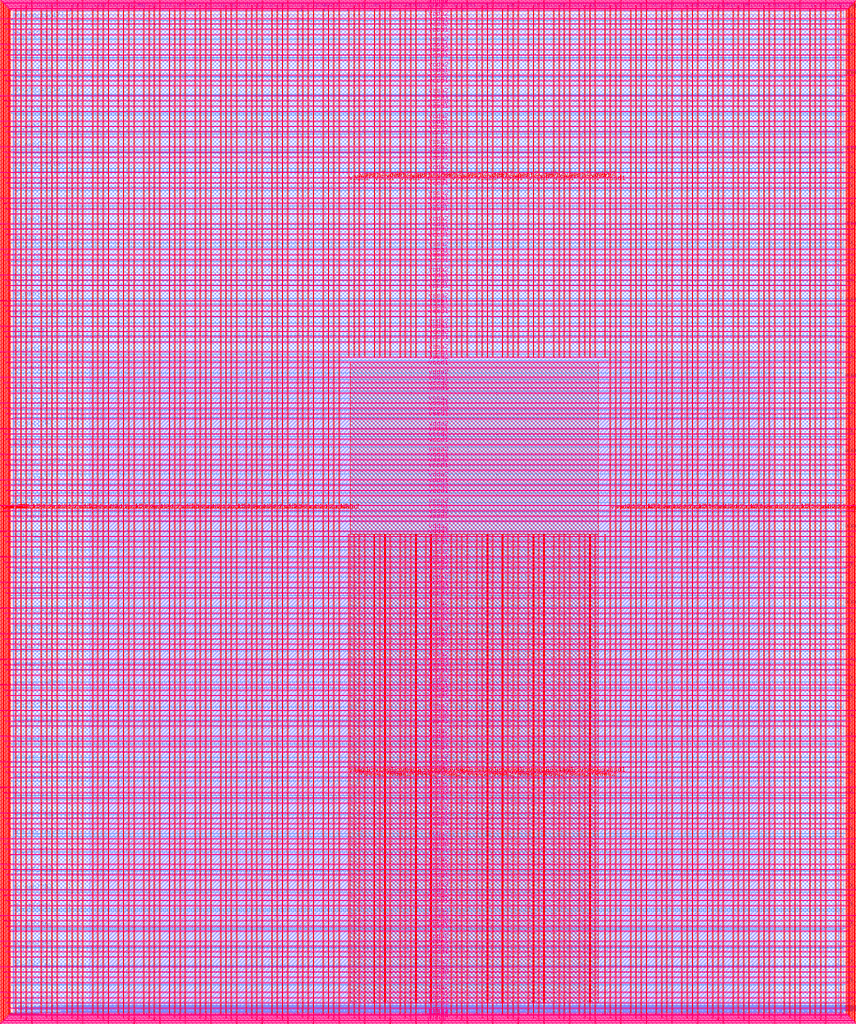
<source format=lef>
VERSION 5.7 ;
  NOWIREEXTENSIONATPIN ON ;
  DIVIDERCHAR "/" ;
  BUSBITCHARS "[]" ;
MACRO user_project_wrapper
  CLASS BLOCK ;
  FOREIGN user_project_wrapper ;
  ORIGIN 0.000 0.000 ;
  SIZE 2920.000 BY 3520.000 ;
  PIN analog_io[0]
    DIRECTION INOUT ;
    USE SIGNAL ;
    PORT
      LAYER met3 ;
        RECT 2917.600 1426.380 2924.800 1427.580 ;
    END
  END analog_io[0]
  PIN analog_io[10]
    DIRECTION INOUT ;
    USE SIGNAL ;
    PORT
      LAYER met2 ;
        RECT 2230.490 3517.600 2231.050 3524.800 ;
    END
  END analog_io[10]
  PIN analog_io[11]
    DIRECTION INOUT ;
    USE SIGNAL ;
    PORT
      LAYER met2 ;
        RECT 1905.730 3517.600 1906.290 3524.800 ;
    END
  END analog_io[11]
  PIN analog_io[12]
    DIRECTION INOUT ;
    USE SIGNAL ;
    PORT
      LAYER met2 ;
        RECT 1581.430 3517.600 1581.990 3524.800 ;
    END
  END analog_io[12]
  PIN analog_io[13]
    DIRECTION INOUT ;
    USE SIGNAL ;
    PORT
      LAYER met2 ;
        RECT 1257.130 3517.600 1257.690 3524.800 ;
    END
  END analog_io[13]
  PIN analog_io[14]
    DIRECTION INOUT ;
    USE SIGNAL ;
    PORT
      LAYER met2 ;
        RECT 932.370 3517.600 932.930 3524.800 ;
    END
  END analog_io[14]
  PIN analog_io[15]
    DIRECTION INOUT ;
    USE SIGNAL ;
    PORT
      LAYER met2 ;
        RECT 608.070 3517.600 608.630 3524.800 ;
    END
  END analog_io[15]
  PIN analog_io[16]
    DIRECTION INOUT ;
    USE SIGNAL ;
    PORT
      LAYER met2 ;
        RECT 283.770 3517.600 284.330 3524.800 ;
    END
  END analog_io[16]
  PIN analog_io[17]
    DIRECTION INOUT ;
    USE SIGNAL ;
    PORT
      LAYER met3 ;
        RECT -4.800 3486.100 2.400 3487.300 ;
    END
  END analog_io[17]
  PIN analog_io[18]
    DIRECTION INOUT ;
    USE SIGNAL ;
    PORT
      LAYER met3 ;
        RECT -4.800 3224.980 2.400 3226.180 ;
    END
  END analog_io[18]
  PIN analog_io[19]
    DIRECTION INOUT ;
    USE SIGNAL ;
    PORT
      LAYER met3 ;
        RECT -4.800 2964.540 2.400 2965.740 ;
    END
  END analog_io[19]
  PIN analog_io[1]
    DIRECTION INOUT ;
    USE SIGNAL ;
    PORT
      LAYER met3 ;
        RECT 2917.600 1692.260 2924.800 1693.460 ;
    END
  END analog_io[1]
  PIN analog_io[20]
    DIRECTION INOUT ;
    USE SIGNAL ;
    PORT
      LAYER met3 ;
        RECT -4.800 2703.420 2.400 2704.620 ;
    END
  END analog_io[20]
  PIN analog_io[21]
    DIRECTION INOUT ;
    USE SIGNAL ;
    PORT
      LAYER met3 ;
        RECT -4.800 2442.980 2.400 2444.180 ;
    END
  END analog_io[21]
  PIN analog_io[22]
    DIRECTION INOUT ;
    USE SIGNAL ;
    PORT
      LAYER met3 ;
        RECT -4.800 2182.540 2.400 2183.740 ;
    END
  END analog_io[22]
  PIN analog_io[23]
    DIRECTION INOUT ;
    USE SIGNAL ;
    PORT
      LAYER met3 ;
        RECT -4.800 1921.420 2.400 1922.620 ;
    END
  END analog_io[23]
  PIN analog_io[24]
    DIRECTION INOUT ;
    USE SIGNAL ;
    PORT
      LAYER met3 ;
        RECT -4.800 1660.980 2.400 1662.180 ;
    END
  END analog_io[24]
  PIN analog_io[25]
    DIRECTION INOUT ;
    USE SIGNAL ;
    PORT
      LAYER met3 ;
        RECT -4.800 1399.860 2.400 1401.060 ;
    END
  END analog_io[25]
  PIN analog_io[26]
    DIRECTION INOUT ;
    USE SIGNAL ;
    PORT
      LAYER met3 ;
        RECT -4.800 1139.420 2.400 1140.620 ;
    END
  END analog_io[26]
  PIN analog_io[27]
    DIRECTION INOUT ;
    USE SIGNAL ;
    PORT
      LAYER met3 ;
        RECT -4.800 878.980 2.400 880.180 ;
    END
  END analog_io[27]
  PIN analog_io[28]
    DIRECTION INOUT ;
    USE SIGNAL ;
    PORT
      LAYER met3 ;
        RECT -4.800 617.860 2.400 619.060 ;
    END
  END analog_io[28]
  PIN analog_io[2]
    DIRECTION INOUT ;
    USE SIGNAL ;
    PORT
      LAYER met3 ;
        RECT 2917.600 1958.140 2924.800 1959.340 ;
    END
  END analog_io[2]
  PIN analog_io[3]
    DIRECTION INOUT ;
    USE SIGNAL ;
    PORT
      LAYER met3 ;
        RECT 2917.600 2223.340 2924.800 2224.540 ;
    END
  END analog_io[3]
  PIN analog_io[4]
    DIRECTION INOUT ;
    USE SIGNAL ;
    PORT
      LAYER met3 ;
        RECT 2917.600 2489.220 2924.800 2490.420 ;
    END
  END analog_io[4]
  PIN analog_io[5]
    DIRECTION INOUT ;
    USE SIGNAL ;
    PORT
      LAYER met3 ;
        RECT 2917.600 2755.100 2924.800 2756.300 ;
    END
  END analog_io[5]
  PIN analog_io[6]
    DIRECTION INOUT ;
    USE SIGNAL ;
    PORT
      LAYER met3 ;
        RECT 2917.600 3020.300 2924.800 3021.500 ;
    END
  END analog_io[6]
  PIN analog_io[7]
    DIRECTION INOUT ;
    USE SIGNAL ;
    PORT
      LAYER met3 ;
        RECT 2917.600 3286.180 2924.800 3287.380 ;
    END
  END analog_io[7]
  PIN analog_io[8]
    DIRECTION INOUT ;
    USE SIGNAL ;
    PORT
      LAYER met2 ;
        RECT 2879.090 3517.600 2879.650 3524.800 ;
    END
  END analog_io[8]
  PIN analog_io[9]
    DIRECTION INOUT ;
    USE SIGNAL ;
    PORT
      LAYER met2 ;
        RECT 2554.790 3517.600 2555.350 3524.800 ;
    END
  END analog_io[9]
  PIN io_in[0]
    DIRECTION INPUT ;
    USE SIGNAL ;
    PORT
      LAYER met3 ;
        RECT 2917.600 32.380 2924.800 33.580 ;
    END
  END io_in[0]
  PIN io_in[10]
    DIRECTION INPUT ;
    USE SIGNAL ;
    PORT
      LAYER met3 ;
        RECT 2917.600 2289.980 2924.800 2291.180 ;
    END
  END io_in[10]
  PIN io_in[11]
    DIRECTION INPUT ;
    USE SIGNAL ;
    PORT
      LAYER met3 ;
        RECT 2917.600 2555.860 2924.800 2557.060 ;
    END
  END io_in[11]
  PIN io_in[12]
    DIRECTION INPUT ;
    USE SIGNAL ;
    PORT
      LAYER met3 ;
        RECT 2917.600 2821.060 2924.800 2822.260 ;
    END
  END io_in[12]
  PIN io_in[13]
    DIRECTION INPUT ;
    USE SIGNAL ;
    PORT
      LAYER met3 ;
        RECT 2917.600 3086.940 2924.800 3088.140 ;
    END
  END io_in[13]
  PIN io_in[14]
    DIRECTION INPUT ;
    USE SIGNAL ;
    PORT
      LAYER met3 ;
        RECT 2917.600 3352.820 2924.800 3354.020 ;
    END
  END io_in[14]
  PIN io_in[15]
    DIRECTION INPUT ;
    USE SIGNAL ;
    PORT
      LAYER met2 ;
        RECT 2798.130 3517.600 2798.690 3524.800 ;
    END
  END io_in[15]
  PIN io_in[16]
    DIRECTION INPUT ;
    USE SIGNAL ;
    PORT
      LAYER met2 ;
        RECT 2473.830 3517.600 2474.390 3524.800 ;
    END
  END io_in[16]
  PIN io_in[17]
    DIRECTION INPUT ;
    USE SIGNAL ;
    PORT
      LAYER met2 ;
        RECT 2149.070 3517.600 2149.630 3524.800 ;
    END
  END io_in[17]
  PIN io_in[18]
    DIRECTION INPUT ;
    USE SIGNAL ;
    PORT
      LAYER met2 ;
        RECT 1824.770 3517.600 1825.330 3524.800 ;
    END
  END io_in[18]
  PIN io_in[19]
    DIRECTION INPUT ;
    USE SIGNAL ;
    PORT
      LAYER met2 ;
        RECT 1500.470 3517.600 1501.030 3524.800 ;
    END
  END io_in[19]
  PIN io_in[1]
    DIRECTION INPUT ;
    USE SIGNAL ;
    PORT
      LAYER met3 ;
        RECT 2917.600 230.940 2924.800 232.140 ;
    END
  END io_in[1]
  PIN io_in[20]
    DIRECTION INPUT ;
    USE SIGNAL ;
    PORT
      LAYER met2 ;
        RECT 1175.710 3517.600 1176.270 3524.800 ;
    END
  END io_in[20]
  PIN io_in[21]
    DIRECTION INPUT ;
    USE SIGNAL ;
    PORT
      LAYER met2 ;
        RECT 851.410 3517.600 851.970 3524.800 ;
    END
  END io_in[21]
  PIN io_in[22]
    DIRECTION INPUT ;
    USE SIGNAL ;
    PORT
      LAYER met2 ;
        RECT 527.110 3517.600 527.670 3524.800 ;
    END
  END io_in[22]
  PIN io_in[23]
    DIRECTION INPUT ;
    USE SIGNAL ;
    PORT
      LAYER met2 ;
        RECT 202.350 3517.600 202.910 3524.800 ;
    END
  END io_in[23]
  PIN io_in[24]
    DIRECTION INPUT ;
    USE SIGNAL ;
    PORT
      LAYER met3 ;
        RECT -4.800 3420.820 2.400 3422.020 ;
    END
  END io_in[24]
  PIN io_in[25]
    DIRECTION INPUT ;
    USE SIGNAL ;
    PORT
      LAYER met3 ;
        RECT -4.800 3159.700 2.400 3160.900 ;
    END
  END io_in[25]
  PIN io_in[26]
    DIRECTION INPUT ;
    USE SIGNAL ;
    PORT
      LAYER met3 ;
        RECT -4.800 2899.260 2.400 2900.460 ;
    END
  END io_in[26]
  PIN io_in[27]
    DIRECTION INPUT ;
    USE SIGNAL ;
    PORT
      LAYER met3 ;
        RECT -4.800 2638.820 2.400 2640.020 ;
    END
  END io_in[27]
  PIN io_in[28]
    DIRECTION INPUT ;
    USE SIGNAL ;
    PORT
      LAYER met3 ;
        RECT -4.800 2377.700 2.400 2378.900 ;
    END
  END io_in[28]
  PIN io_in[29]
    DIRECTION INPUT ;
    USE SIGNAL ;
    PORT
      LAYER met3 ;
        RECT -4.800 2117.260 2.400 2118.460 ;
    END
  END io_in[29]
  PIN io_in[2]
    DIRECTION INPUT ;
    USE SIGNAL ;
    PORT
      LAYER met3 ;
        RECT 2917.600 430.180 2924.800 431.380 ;
    END
  END io_in[2]
  PIN io_in[30]
    DIRECTION INPUT ;
    USE SIGNAL ;
    PORT
      LAYER met3 ;
        RECT -4.800 1856.140 2.400 1857.340 ;
    END
  END io_in[30]
  PIN io_in[31]
    DIRECTION INPUT ;
    USE SIGNAL ;
    PORT
      LAYER met3 ;
        RECT -4.800 1595.700 2.400 1596.900 ;
    END
  END io_in[31]
  PIN io_in[32]
    DIRECTION INPUT ;
    USE SIGNAL ;
    PORT
      LAYER met3 ;
        RECT -4.800 1335.260 2.400 1336.460 ;
    END
  END io_in[32]
  PIN io_in[33]
    DIRECTION INPUT ;
    USE SIGNAL ;
    PORT
      LAYER met3 ;
        RECT -4.800 1074.140 2.400 1075.340 ;
    END
  END io_in[33]
  PIN io_in[34]
    DIRECTION INPUT ;
    USE SIGNAL ;
    PORT
      LAYER met3 ;
        RECT -4.800 813.700 2.400 814.900 ;
    END
  END io_in[34]
  PIN io_in[35]
    DIRECTION INPUT ;
    USE SIGNAL ;
    PORT
      LAYER met3 ;
        RECT -4.800 552.580 2.400 553.780 ;
    END
  END io_in[35]
  PIN io_in[36]
    DIRECTION INPUT ;
    USE SIGNAL ;
    PORT
      LAYER met3 ;
        RECT -4.800 357.420 2.400 358.620 ;
    END
  END io_in[36]
  PIN io_in[37]
    DIRECTION INPUT ;
    USE SIGNAL ;
    PORT
      LAYER met3 ;
        RECT -4.800 161.580 2.400 162.780 ;
    END
  END io_in[37]
  PIN io_in[3]
    DIRECTION INPUT ;
    USE SIGNAL ;
    PORT
      LAYER met3 ;
        RECT 2917.600 629.420 2924.800 630.620 ;
    END
  END io_in[3]
  PIN io_in[4]
    DIRECTION INPUT ;
    USE SIGNAL ;
    PORT
      LAYER met3 ;
        RECT 2917.600 828.660 2924.800 829.860 ;
    END
  END io_in[4]
  PIN io_in[5]
    DIRECTION INPUT ;
    USE SIGNAL ;
    PORT
      LAYER met3 ;
        RECT 2917.600 1027.900 2924.800 1029.100 ;
    END
  END io_in[5]
  PIN io_in[6]
    DIRECTION INPUT ;
    USE SIGNAL ;
    PORT
      LAYER met3 ;
        RECT 2917.600 1227.140 2924.800 1228.340 ;
    END
  END io_in[6]
  PIN io_in[7]
    DIRECTION INPUT ;
    USE SIGNAL ;
    PORT
      LAYER met3 ;
        RECT 2917.600 1493.020 2924.800 1494.220 ;
    END
  END io_in[7]
  PIN io_in[8]
    DIRECTION INPUT ;
    USE SIGNAL ;
    PORT
      LAYER met3 ;
        RECT 2917.600 1758.900 2924.800 1760.100 ;
    END
  END io_in[8]
  PIN io_in[9]
    DIRECTION INPUT ;
    USE SIGNAL ;
    PORT
      LAYER met3 ;
        RECT 2917.600 2024.100 2924.800 2025.300 ;
    END
  END io_in[9]
  PIN io_oeb[0]
    DIRECTION OUTPUT TRISTATE ;
    USE SIGNAL ;
    PORT
      LAYER met3 ;
        RECT 2917.600 164.980 2924.800 166.180 ;
    END
  END io_oeb[0]
  PIN io_oeb[10]
    DIRECTION OUTPUT TRISTATE ;
    USE SIGNAL ;
    PORT
      LAYER met3 ;
        RECT 2917.600 2422.580 2924.800 2423.780 ;
    END
  END io_oeb[10]
  PIN io_oeb[11]
    DIRECTION OUTPUT TRISTATE ;
    USE SIGNAL ;
    PORT
      LAYER met3 ;
        RECT 2917.600 2688.460 2924.800 2689.660 ;
    END
  END io_oeb[11]
  PIN io_oeb[12]
    DIRECTION OUTPUT TRISTATE ;
    USE SIGNAL ;
    PORT
      LAYER met3 ;
        RECT 2917.600 2954.340 2924.800 2955.540 ;
    END
  END io_oeb[12]
  PIN io_oeb[13]
    DIRECTION OUTPUT TRISTATE ;
    USE SIGNAL ;
    PORT
      LAYER met3 ;
        RECT 2917.600 3219.540 2924.800 3220.740 ;
    END
  END io_oeb[13]
  PIN io_oeb[14]
    DIRECTION OUTPUT TRISTATE ;
    USE SIGNAL ;
    PORT
      LAYER met3 ;
        RECT 2917.600 3485.420 2924.800 3486.620 ;
    END
  END io_oeb[14]
  PIN io_oeb[15]
    DIRECTION OUTPUT TRISTATE ;
    USE SIGNAL ;
    PORT
      LAYER met2 ;
        RECT 2635.750 3517.600 2636.310 3524.800 ;
    END
  END io_oeb[15]
  PIN io_oeb[16]
    DIRECTION OUTPUT TRISTATE ;
    USE SIGNAL ;
    PORT
      LAYER met2 ;
        RECT 2311.450 3517.600 2312.010 3524.800 ;
    END
  END io_oeb[16]
  PIN io_oeb[17]
    DIRECTION OUTPUT TRISTATE ;
    USE SIGNAL ;
    PORT
      LAYER met2 ;
        RECT 1987.150 3517.600 1987.710 3524.800 ;
    END
  END io_oeb[17]
  PIN io_oeb[18]
    DIRECTION OUTPUT TRISTATE ;
    USE SIGNAL ;
    PORT
      LAYER met2 ;
        RECT 1662.390 3517.600 1662.950 3524.800 ;
    END
  END io_oeb[18]
  PIN io_oeb[19]
    DIRECTION OUTPUT TRISTATE ;
    USE SIGNAL ;
    PORT
      LAYER met2 ;
        RECT 1338.090 3517.600 1338.650 3524.800 ;
    END
  END io_oeb[19]
  PIN io_oeb[1]
    DIRECTION OUTPUT TRISTATE ;
    USE SIGNAL ;
    PORT
      LAYER met3 ;
        RECT 2917.600 364.220 2924.800 365.420 ;
    END
  END io_oeb[1]
  PIN io_oeb[20]
    DIRECTION OUTPUT TRISTATE ;
    USE SIGNAL ;
    PORT
      LAYER met2 ;
        RECT 1013.790 3517.600 1014.350 3524.800 ;
    END
  END io_oeb[20]
  PIN io_oeb[21]
    DIRECTION OUTPUT TRISTATE ;
    USE SIGNAL ;
    PORT
      LAYER met2 ;
        RECT 689.030 3517.600 689.590 3524.800 ;
    END
  END io_oeb[21]
  PIN io_oeb[22]
    DIRECTION OUTPUT TRISTATE ;
    USE SIGNAL ;
    PORT
      LAYER met2 ;
        RECT 364.730 3517.600 365.290 3524.800 ;
    END
  END io_oeb[22]
  PIN io_oeb[23]
    DIRECTION OUTPUT TRISTATE ;
    USE SIGNAL ;
    PORT
      LAYER met2 ;
        RECT 40.430 3517.600 40.990 3524.800 ;
    END
  END io_oeb[23]
  PIN io_oeb[24]
    DIRECTION OUTPUT TRISTATE ;
    USE SIGNAL ;
    PORT
      LAYER met3 ;
        RECT -4.800 3290.260 2.400 3291.460 ;
    END
  END io_oeb[24]
  PIN io_oeb[25]
    DIRECTION OUTPUT TRISTATE ;
    USE SIGNAL ;
    PORT
      LAYER met3 ;
        RECT -4.800 3029.820 2.400 3031.020 ;
    END
  END io_oeb[25]
  PIN io_oeb[26]
    DIRECTION OUTPUT TRISTATE ;
    USE SIGNAL ;
    PORT
      LAYER met3 ;
        RECT -4.800 2768.700 2.400 2769.900 ;
    END
  END io_oeb[26]
  PIN io_oeb[27]
    DIRECTION OUTPUT TRISTATE ;
    USE SIGNAL ;
    PORT
      LAYER met3 ;
        RECT -4.800 2508.260 2.400 2509.460 ;
    END
  END io_oeb[27]
  PIN io_oeb[28]
    DIRECTION OUTPUT TRISTATE ;
    USE SIGNAL ;
    PORT
      LAYER met3 ;
        RECT -4.800 2247.140 2.400 2248.340 ;
    END
  END io_oeb[28]
  PIN io_oeb[29]
    DIRECTION OUTPUT TRISTATE ;
    USE SIGNAL ;
    PORT
      LAYER met3 ;
        RECT -4.800 1986.700 2.400 1987.900 ;
    END
  END io_oeb[29]
  PIN io_oeb[2]
    DIRECTION OUTPUT TRISTATE ;
    USE SIGNAL ;
    PORT
      LAYER met3 ;
        RECT 2917.600 563.460 2924.800 564.660 ;
    END
  END io_oeb[2]
  PIN io_oeb[30]
    DIRECTION OUTPUT TRISTATE ;
    USE SIGNAL ;
    PORT
      LAYER met3 ;
        RECT -4.800 1726.260 2.400 1727.460 ;
    END
  END io_oeb[30]
  PIN io_oeb[31]
    DIRECTION OUTPUT TRISTATE ;
    USE SIGNAL ;
    PORT
      LAYER met3 ;
        RECT -4.800 1465.140 2.400 1466.340 ;
    END
  END io_oeb[31]
  PIN io_oeb[32]
    DIRECTION OUTPUT TRISTATE ;
    USE SIGNAL ;
    PORT
      LAYER met3 ;
        RECT -4.800 1204.700 2.400 1205.900 ;
    END
  END io_oeb[32]
  PIN io_oeb[33]
    DIRECTION OUTPUT TRISTATE ;
    USE SIGNAL ;
    PORT
      LAYER met3 ;
        RECT -4.800 943.580 2.400 944.780 ;
    END
  END io_oeb[33]
  PIN io_oeb[34]
    DIRECTION OUTPUT TRISTATE ;
    USE SIGNAL ;
    PORT
      LAYER met3 ;
        RECT -4.800 683.140 2.400 684.340 ;
    END
  END io_oeb[34]
  PIN io_oeb[35]
    DIRECTION OUTPUT TRISTATE ;
    USE SIGNAL ;
    PORT
      LAYER met3 ;
        RECT -4.800 422.700 2.400 423.900 ;
    END
  END io_oeb[35]
  PIN io_oeb[36]
    DIRECTION OUTPUT TRISTATE ;
    USE SIGNAL ;
    PORT
      LAYER met3 ;
        RECT -4.800 226.860 2.400 228.060 ;
    END
  END io_oeb[36]
  PIN io_oeb[37]
    DIRECTION OUTPUT TRISTATE ;
    USE SIGNAL ;
    PORT
      LAYER met3 ;
        RECT -4.800 31.700 2.400 32.900 ;
    END
  END io_oeb[37]
  PIN io_oeb[3]
    DIRECTION OUTPUT TRISTATE ;
    USE SIGNAL ;
    PORT
      LAYER met3 ;
        RECT 2917.600 762.700 2924.800 763.900 ;
    END
  END io_oeb[3]
  PIN io_oeb[4]
    DIRECTION OUTPUT TRISTATE ;
    USE SIGNAL ;
    PORT
      LAYER met3 ;
        RECT 2917.600 961.940 2924.800 963.140 ;
    END
  END io_oeb[4]
  PIN io_oeb[5]
    DIRECTION OUTPUT TRISTATE ;
    USE SIGNAL ;
    PORT
      LAYER met3 ;
        RECT 2917.600 1161.180 2924.800 1162.380 ;
    END
  END io_oeb[5]
  PIN io_oeb[6]
    DIRECTION OUTPUT TRISTATE ;
    USE SIGNAL ;
    PORT
      LAYER met3 ;
        RECT 2917.600 1360.420 2924.800 1361.620 ;
    END
  END io_oeb[6]
  PIN io_oeb[7]
    DIRECTION OUTPUT TRISTATE ;
    USE SIGNAL ;
    PORT
      LAYER met3 ;
        RECT 2917.600 1625.620 2924.800 1626.820 ;
    END
  END io_oeb[7]
  PIN io_oeb[8]
    DIRECTION OUTPUT TRISTATE ;
    USE SIGNAL ;
    PORT
      LAYER met3 ;
        RECT 2917.600 1891.500 2924.800 1892.700 ;
    END
  END io_oeb[8]
  PIN io_oeb[9]
    DIRECTION OUTPUT TRISTATE ;
    USE SIGNAL ;
    PORT
      LAYER met3 ;
        RECT 2917.600 2157.380 2924.800 2158.580 ;
    END
  END io_oeb[9]
  PIN io_out[0]
    DIRECTION OUTPUT TRISTATE ;
    USE SIGNAL ;
    PORT
      LAYER met3 ;
        RECT 2917.600 98.340 2924.800 99.540 ;
    END
  END io_out[0]
  PIN io_out[10]
    DIRECTION OUTPUT TRISTATE ;
    USE SIGNAL ;
    PORT
      LAYER met3 ;
        RECT 2917.600 2356.620 2924.800 2357.820 ;
    END
  END io_out[10]
  PIN io_out[11]
    DIRECTION OUTPUT TRISTATE ;
    USE SIGNAL ;
    PORT
      LAYER met3 ;
        RECT 2917.600 2621.820 2924.800 2623.020 ;
    END
  END io_out[11]
  PIN io_out[12]
    DIRECTION OUTPUT TRISTATE ;
    USE SIGNAL ;
    PORT
      LAYER met3 ;
        RECT 2917.600 2887.700 2924.800 2888.900 ;
    END
  END io_out[12]
  PIN io_out[13]
    DIRECTION OUTPUT TRISTATE ;
    USE SIGNAL ;
    PORT
      LAYER met3 ;
        RECT 2917.600 3153.580 2924.800 3154.780 ;
    END
  END io_out[13]
  PIN io_out[14]
    DIRECTION OUTPUT TRISTATE ;
    USE SIGNAL ;
    PORT
      LAYER met3 ;
        RECT 2917.600 3418.780 2924.800 3419.980 ;
    END
  END io_out[14]
  PIN io_out[15]
    DIRECTION OUTPUT TRISTATE ;
    USE SIGNAL ;
    PORT
      LAYER met2 ;
        RECT 2717.170 3517.600 2717.730 3524.800 ;
    END
  END io_out[15]
  PIN io_out[16]
    DIRECTION OUTPUT TRISTATE ;
    USE SIGNAL ;
    PORT
      LAYER met2 ;
        RECT 2392.410 3517.600 2392.970 3524.800 ;
    END
  END io_out[16]
  PIN io_out[17]
    DIRECTION OUTPUT TRISTATE ;
    USE SIGNAL ;
    PORT
      LAYER met2 ;
        RECT 2068.110 3517.600 2068.670 3524.800 ;
    END
  END io_out[17]
  PIN io_out[18]
    DIRECTION OUTPUT TRISTATE ;
    USE SIGNAL ;
    PORT
      LAYER met2 ;
        RECT 1743.810 3517.600 1744.370 3524.800 ;
    END
  END io_out[18]
  PIN io_out[19]
    DIRECTION OUTPUT TRISTATE ;
    USE SIGNAL ;
    PORT
      LAYER met2 ;
        RECT 1419.050 3517.600 1419.610 3524.800 ;
    END
  END io_out[19]
  PIN io_out[1]
    DIRECTION OUTPUT TRISTATE ;
    USE SIGNAL ;
    PORT
      LAYER met3 ;
        RECT 2917.600 297.580 2924.800 298.780 ;
    END
  END io_out[1]
  PIN io_out[20]
    DIRECTION OUTPUT TRISTATE ;
    USE SIGNAL ;
    PORT
      LAYER met2 ;
        RECT 1094.750 3517.600 1095.310 3524.800 ;
    END
  END io_out[20]
  PIN io_out[21]
    DIRECTION OUTPUT TRISTATE ;
    USE SIGNAL ;
    PORT
      LAYER met2 ;
        RECT 770.450 3517.600 771.010 3524.800 ;
    END
  END io_out[21]
  PIN io_out[22]
    DIRECTION OUTPUT TRISTATE ;
    USE SIGNAL ;
    PORT
      LAYER met2 ;
        RECT 445.690 3517.600 446.250 3524.800 ;
    END
  END io_out[22]
  PIN io_out[23]
    DIRECTION OUTPUT TRISTATE ;
    USE SIGNAL ;
    PORT
      LAYER met2 ;
        RECT 121.390 3517.600 121.950 3524.800 ;
    END
  END io_out[23]
  PIN io_out[24]
    DIRECTION OUTPUT TRISTATE ;
    USE SIGNAL ;
    PORT
      LAYER met3 ;
        RECT -4.800 3355.540 2.400 3356.740 ;
    END
  END io_out[24]
  PIN io_out[25]
    DIRECTION OUTPUT TRISTATE ;
    USE SIGNAL ;
    PORT
      LAYER met3 ;
        RECT -4.800 3095.100 2.400 3096.300 ;
    END
  END io_out[25]
  PIN io_out[26]
    DIRECTION OUTPUT TRISTATE ;
    USE SIGNAL ;
    PORT
      LAYER met3 ;
        RECT -4.800 2833.980 2.400 2835.180 ;
    END
  END io_out[26]
  PIN io_out[27]
    DIRECTION OUTPUT TRISTATE ;
    USE SIGNAL ;
    PORT
      LAYER met3 ;
        RECT -4.800 2573.540 2.400 2574.740 ;
    END
  END io_out[27]
  PIN io_out[28]
    DIRECTION OUTPUT TRISTATE ;
    USE SIGNAL ;
    PORT
      LAYER met3 ;
        RECT -4.800 2312.420 2.400 2313.620 ;
    END
  END io_out[28]
  PIN io_out[29]
    DIRECTION OUTPUT TRISTATE ;
    USE SIGNAL ;
    PORT
      LAYER met3 ;
        RECT -4.800 2051.980 2.400 2053.180 ;
    END
  END io_out[29]
  PIN io_out[2]
    DIRECTION OUTPUT TRISTATE ;
    USE SIGNAL ;
    PORT
      LAYER met3 ;
        RECT 2917.600 496.820 2924.800 498.020 ;
    END
  END io_out[2]
  PIN io_out[30]
    DIRECTION OUTPUT TRISTATE ;
    USE SIGNAL ;
    PORT
      LAYER met3 ;
        RECT -4.800 1791.540 2.400 1792.740 ;
    END
  END io_out[30]
  PIN io_out[31]
    DIRECTION OUTPUT TRISTATE ;
    USE SIGNAL ;
    PORT
      LAYER met3 ;
        RECT -4.800 1530.420 2.400 1531.620 ;
    END
  END io_out[31]
  PIN io_out[32]
    DIRECTION OUTPUT TRISTATE ;
    USE SIGNAL ;
    PORT
      LAYER met3 ;
        RECT -4.800 1269.980 2.400 1271.180 ;
    END
  END io_out[32]
  PIN io_out[33]
    DIRECTION OUTPUT TRISTATE ;
    USE SIGNAL ;
    PORT
      LAYER met3 ;
        RECT -4.800 1008.860 2.400 1010.060 ;
    END
  END io_out[33]
  PIN io_out[34]
    DIRECTION OUTPUT TRISTATE ;
    USE SIGNAL ;
    PORT
      LAYER met3 ;
        RECT -4.800 748.420 2.400 749.620 ;
    END
  END io_out[34]
  PIN io_out[35]
    DIRECTION OUTPUT TRISTATE ;
    USE SIGNAL ;
    PORT
      LAYER met3 ;
        RECT -4.800 487.300 2.400 488.500 ;
    END
  END io_out[35]
  PIN io_out[36]
    DIRECTION OUTPUT TRISTATE ;
    USE SIGNAL ;
    PORT
      LAYER met3 ;
        RECT -4.800 292.140 2.400 293.340 ;
    END
  END io_out[36]
  PIN io_out[37]
    DIRECTION OUTPUT TRISTATE ;
    USE SIGNAL ;
    PORT
      LAYER met3 ;
        RECT -4.800 96.300 2.400 97.500 ;
    END
  END io_out[37]
  PIN io_out[3]
    DIRECTION OUTPUT TRISTATE ;
    USE SIGNAL ;
    PORT
      LAYER met3 ;
        RECT 2917.600 696.060 2924.800 697.260 ;
    END
  END io_out[3]
  PIN io_out[4]
    DIRECTION OUTPUT TRISTATE ;
    USE SIGNAL ;
    PORT
      LAYER met3 ;
        RECT 2917.600 895.300 2924.800 896.500 ;
    END
  END io_out[4]
  PIN io_out[5]
    DIRECTION OUTPUT TRISTATE ;
    USE SIGNAL ;
    PORT
      LAYER met3 ;
        RECT 2917.600 1094.540 2924.800 1095.740 ;
    END
  END io_out[5]
  PIN io_out[6]
    DIRECTION OUTPUT TRISTATE ;
    USE SIGNAL ;
    PORT
      LAYER met3 ;
        RECT 2917.600 1293.780 2924.800 1294.980 ;
    END
  END io_out[6]
  PIN io_out[7]
    DIRECTION OUTPUT TRISTATE ;
    USE SIGNAL ;
    PORT
      LAYER met3 ;
        RECT 2917.600 1559.660 2924.800 1560.860 ;
    END
  END io_out[7]
  PIN io_out[8]
    DIRECTION OUTPUT TRISTATE ;
    USE SIGNAL ;
    PORT
      LAYER met3 ;
        RECT 2917.600 1824.860 2924.800 1826.060 ;
    END
  END io_out[8]
  PIN io_out[9]
    DIRECTION OUTPUT TRISTATE ;
    USE SIGNAL ;
    PORT
      LAYER met3 ;
        RECT 2917.600 2090.740 2924.800 2091.940 ;
    END
  END io_out[9]
  PIN la_data_in[0]
    DIRECTION INPUT ;
    USE SIGNAL ;
    PORT
      LAYER met2 ;
        RECT 629.230 -4.800 629.790 2.400 ;
    END
  END la_data_in[0]
  PIN la_data_in[100]
    DIRECTION INPUT ;
    USE SIGNAL ;
    PORT
      LAYER met2 ;
        RECT 2402.530 -4.800 2403.090 2.400 ;
    END
  END la_data_in[100]
  PIN la_data_in[101]
    DIRECTION INPUT ;
    USE SIGNAL ;
    PORT
      LAYER met2 ;
        RECT 2420.010 -4.800 2420.570 2.400 ;
    END
  END la_data_in[101]
  PIN la_data_in[102]
    DIRECTION INPUT ;
    USE SIGNAL ;
    PORT
      LAYER met2 ;
        RECT 2437.950 -4.800 2438.510 2.400 ;
    END
  END la_data_in[102]
  PIN la_data_in[103]
    DIRECTION INPUT ;
    USE SIGNAL ;
    PORT
      LAYER met2 ;
        RECT 2455.430 -4.800 2455.990 2.400 ;
    END
  END la_data_in[103]
  PIN la_data_in[104]
    DIRECTION INPUT ;
    USE SIGNAL ;
    PORT
      LAYER met2 ;
        RECT 2473.370 -4.800 2473.930 2.400 ;
    END
  END la_data_in[104]
  PIN la_data_in[105]
    DIRECTION INPUT ;
    USE SIGNAL ;
    PORT
      LAYER met2 ;
        RECT 2490.850 -4.800 2491.410 2.400 ;
    END
  END la_data_in[105]
  PIN la_data_in[106]
    DIRECTION INPUT ;
    USE SIGNAL ;
    PORT
      LAYER met2 ;
        RECT 2508.790 -4.800 2509.350 2.400 ;
    END
  END la_data_in[106]
  PIN la_data_in[107]
    DIRECTION INPUT ;
    USE SIGNAL ;
    PORT
      LAYER met2 ;
        RECT 2526.730 -4.800 2527.290 2.400 ;
    END
  END la_data_in[107]
  PIN la_data_in[108]
    DIRECTION INPUT ;
    USE SIGNAL ;
    PORT
      LAYER met2 ;
        RECT 2544.210 -4.800 2544.770 2.400 ;
    END
  END la_data_in[108]
  PIN la_data_in[109]
    DIRECTION INPUT ;
    USE SIGNAL ;
    PORT
      LAYER met2 ;
        RECT 2562.150 -4.800 2562.710 2.400 ;
    END
  END la_data_in[109]
  PIN la_data_in[10]
    DIRECTION INPUT ;
    USE SIGNAL ;
    PORT
      LAYER met2 ;
        RECT 806.330 -4.800 806.890 2.400 ;
    END
  END la_data_in[10]
  PIN la_data_in[110]
    DIRECTION INPUT ;
    USE SIGNAL ;
    PORT
      LAYER met2 ;
        RECT 2579.630 -4.800 2580.190 2.400 ;
    END
  END la_data_in[110]
  PIN la_data_in[111]
    DIRECTION INPUT ;
    USE SIGNAL ;
    PORT
      LAYER met2 ;
        RECT 2597.570 -4.800 2598.130 2.400 ;
    END
  END la_data_in[111]
  PIN la_data_in[112]
    DIRECTION INPUT ;
    USE SIGNAL ;
    PORT
      LAYER met2 ;
        RECT 2615.050 -4.800 2615.610 2.400 ;
    END
  END la_data_in[112]
  PIN la_data_in[113]
    DIRECTION INPUT ;
    USE SIGNAL ;
    PORT
      LAYER met2 ;
        RECT 2632.990 -4.800 2633.550 2.400 ;
    END
  END la_data_in[113]
  PIN la_data_in[114]
    DIRECTION INPUT ;
    USE SIGNAL ;
    PORT
      LAYER met2 ;
        RECT 2650.470 -4.800 2651.030 2.400 ;
    END
  END la_data_in[114]
  PIN la_data_in[115]
    DIRECTION INPUT ;
    USE SIGNAL ;
    PORT
      LAYER met2 ;
        RECT 2668.410 -4.800 2668.970 2.400 ;
    END
  END la_data_in[115]
  PIN la_data_in[116]
    DIRECTION INPUT ;
    USE SIGNAL ;
    PORT
      LAYER met2 ;
        RECT 2685.890 -4.800 2686.450 2.400 ;
    END
  END la_data_in[116]
  PIN la_data_in[117]
    DIRECTION INPUT ;
    USE SIGNAL ;
    PORT
      LAYER met2 ;
        RECT 2703.830 -4.800 2704.390 2.400 ;
    END
  END la_data_in[117]
  PIN la_data_in[118]
    DIRECTION INPUT ;
    USE SIGNAL ;
    PORT
      LAYER met2 ;
        RECT 2721.770 -4.800 2722.330 2.400 ;
    END
  END la_data_in[118]
  PIN la_data_in[119]
    DIRECTION INPUT ;
    USE SIGNAL ;
    PORT
      LAYER met2 ;
        RECT 2739.250 -4.800 2739.810 2.400 ;
    END
  END la_data_in[119]
  PIN la_data_in[11]
    DIRECTION INPUT ;
    USE SIGNAL ;
    PORT
      LAYER met2 ;
        RECT 824.270 -4.800 824.830 2.400 ;
    END
  END la_data_in[11]
  PIN la_data_in[120]
    DIRECTION INPUT ;
    USE SIGNAL ;
    PORT
      LAYER met2 ;
        RECT 2757.190 -4.800 2757.750 2.400 ;
    END
  END la_data_in[120]
  PIN la_data_in[121]
    DIRECTION INPUT ;
    USE SIGNAL ;
    PORT
      LAYER met2 ;
        RECT 2774.670 -4.800 2775.230 2.400 ;
    END
  END la_data_in[121]
  PIN la_data_in[122]
    DIRECTION INPUT ;
    USE SIGNAL ;
    PORT
      LAYER met2 ;
        RECT 2792.610 -4.800 2793.170 2.400 ;
    END
  END la_data_in[122]
  PIN la_data_in[123]
    DIRECTION INPUT ;
    USE SIGNAL ;
    PORT
      LAYER met2 ;
        RECT 2810.090 -4.800 2810.650 2.400 ;
    END
  END la_data_in[123]
  PIN la_data_in[124]
    DIRECTION INPUT ;
    USE SIGNAL ;
    PORT
      LAYER met2 ;
        RECT 2828.030 -4.800 2828.590 2.400 ;
    END
  END la_data_in[124]
  PIN la_data_in[125]
    DIRECTION INPUT ;
    USE SIGNAL ;
    PORT
      LAYER met2 ;
        RECT 2845.510 -4.800 2846.070 2.400 ;
    END
  END la_data_in[125]
  PIN la_data_in[126]
    DIRECTION INPUT ;
    USE SIGNAL ;
    PORT
      LAYER met2 ;
        RECT 2863.450 -4.800 2864.010 2.400 ;
    END
  END la_data_in[126]
  PIN la_data_in[127]
    DIRECTION INPUT ;
    USE SIGNAL ;
    PORT
      LAYER met2 ;
        RECT 2881.390 -4.800 2881.950 2.400 ;
    END
  END la_data_in[127]
  PIN la_data_in[12]
    DIRECTION INPUT ;
    USE SIGNAL ;
    PORT
      LAYER met2 ;
        RECT 841.750 -4.800 842.310 2.400 ;
    END
  END la_data_in[12]
  PIN la_data_in[13]
    DIRECTION INPUT ;
    USE SIGNAL ;
    PORT
      LAYER met2 ;
        RECT 859.690 -4.800 860.250 2.400 ;
    END
  END la_data_in[13]
  PIN la_data_in[14]
    DIRECTION INPUT ;
    USE SIGNAL ;
    PORT
      LAYER met2 ;
        RECT 877.170 -4.800 877.730 2.400 ;
    END
  END la_data_in[14]
  PIN la_data_in[15]
    DIRECTION INPUT ;
    USE SIGNAL ;
    PORT
      LAYER met2 ;
        RECT 895.110 -4.800 895.670 2.400 ;
    END
  END la_data_in[15]
  PIN la_data_in[16]
    DIRECTION INPUT ;
    USE SIGNAL ;
    PORT
      LAYER met2 ;
        RECT 912.590 -4.800 913.150 2.400 ;
    END
  END la_data_in[16]
  PIN la_data_in[17]
    DIRECTION INPUT ;
    USE SIGNAL ;
    PORT
      LAYER met2 ;
        RECT 930.530 -4.800 931.090 2.400 ;
    END
  END la_data_in[17]
  PIN la_data_in[18]
    DIRECTION INPUT ;
    USE SIGNAL ;
    PORT
      LAYER met2 ;
        RECT 948.470 -4.800 949.030 2.400 ;
    END
  END la_data_in[18]
  PIN la_data_in[19]
    DIRECTION INPUT ;
    USE SIGNAL ;
    PORT
      LAYER met2 ;
        RECT 965.950 -4.800 966.510 2.400 ;
    END
  END la_data_in[19]
  PIN la_data_in[1]
    DIRECTION INPUT ;
    USE SIGNAL ;
    PORT
      LAYER met2 ;
        RECT 646.710 -4.800 647.270 2.400 ;
    END
  END la_data_in[1]
  PIN la_data_in[20]
    DIRECTION INPUT ;
    USE SIGNAL ;
    PORT
      LAYER met2 ;
        RECT 983.890 -4.800 984.450 2.400 ;
    END
  END la_data_in[20]
  PIN la_data_in[21]
    DIRECTION INPUT ;
    USE SIGNAL ;
    PORT
      LAYER met2 ;
        RECT 1001.370 -4.800 1001.930 2.400 ;
    END
  END la_data_in[21]
  PIN la_data_in[22]
    DIRECTION INPUT ;
    USE SIGNAL ;
    PORT
      LAYER met2 ;
        RECT 1019.310 -4.800 1019.870 2.400 ;
    END
  END la_data_in[22]
  PIN la_data_in[23]
    DIRECTION INPUT ;
    USE SIGNAL ;
    PORT
      LAYER met2 ;
        RECT 1036.790 -4.800 1037.350 2.400 ;
    END
  END la_data_in[23]
  PIN la_data_in[24]
    DIRECTION INPUT ;
    USE SIGNAL ;
    PORT
      LAYER met2 ;
        RECT 1054.730 -4.800 1055.290 2.400 ;
    END
  END la_data_in[24]
  PIN la_data_in[25]
    DIRECTION INPUT ;
    USE SIGNAL ;
    PORT
      LAYER met2 ;
        RECT 1072.210 -4.800 1072.770 2.400 ;
    END
  END la_data_in[25]
  PIN la_data_in[26]
    DIRECTION INPUT ;
    USE SIGNAL ;
    PORT
      LAYER met2 ;
        RECT 1090.150 -4.800 1090.710 2.400 ;
    END
  END la_data_in[26]
  PIN la_data_in[27]
    DIRECTION INPUT ;
    USE SIGNAL ;
    PORT
      LAYER met2 ;
        RECT 1107.630 -4.800 1108.190 2.400 ;
    END
  END la_data_in[27]
  PIN la_data_in[28]
    DIRECTION INPUT ;
    USE SIGNAL ;
    PORT
      LAYER met2 ;
        RECT 1125.570 -4.800 1126.130 2.400 ;
    END
  END la_data_in[28]
  PIN la_data_in[29]
    DIRECTION INPUT ;
    USE SIGNAL ;
    PORT
      LAYER met2 ;
        RECT 1143.510 -4.800 1144.070 2.400 ;
    END
  END la_data_in[29]
  PIN la_data_in[2]
    DIRECTION INPUT ;
    USE SIGNAL ;
    PORT
      LAYER met2 ;
        RECT 664.650 -4.800 665.210 2.400 ;
    END
  END la_data_in[2]
  PIN la_data_in[30]
    DIRECTION INPUT ;
    USE SIGNAL ;
    PORT
      LAYER met2 ;
        RECT 1160.990 -4.800 1161.550 2.400 ;
    END
  END la_data_in[30]
  PIN la_data_in[31]
    DIRECTION INPUT ;
    USE SIGNAL ;
    PORT
      LAYER met2 ;
        RECT 1178.930 -4.800 1179.490 2.400 ;
    END
  END la_data_in[31]
  PIN la_data_in[32]
    DIRECTION INPUT ;
    USE SIGNAL ;
    PORT
      LAYER met2 ;
        RECT 1196.410 -4.800 1196.970 2.400 ;
    END
  END la_data_in[32]
  PIN la_data_in[33]
    DIRECTION INPUT ;
    USE SIGNAL ;
    PORT
      LAYER met2 ;
        RECT 1214.350 -4.800 1214.910 2.400 ;
    END
  END la_data_in[33]
  PIN la_data_in[34]
    DIRECTION INPUT ;
    USE SIGNAL ;
    PORT
      LAYER met2 ;
        RECT 1231.830 -4.800 1232.390 2.400 ;
    END
  END la_data_in[34]
  PIN la_data_in[35]
    DIRECTION INPUT ;
    USE SIGNAL ;
    PORT
      LAYER met2 ;
        RECT 1249.770 -4.800 1250.330 2.400 ;
    END
  END la_data_in[35]
  PIN la_data_in[36]
    DIRECTION INPUT ;
    USE SIGNAL ;
    PORT
      LAYER met2 ;
        RECT 1267.250 -4.800 1267.810 2.400 ;
    END
  END la_data_in[36]
  PIN la_data_in[37]
    DIRECTION INPUT ;
    USE SIGNAL ;
    PORT
      LAYER met2 ;
        RECT 1285.190 -4.800 1285.750 2.400 ;
    END
  END la_data_in[37]
  PIN la_data_in[38]
    DIRECTION INPUT ;
    USE SIGNAL ;
    PORT
      LAYER met2 ;
        RECT 1303.130 -4.800 1303.690 2.400 ;
    END
  END la_data_in[38]
  PIN la_data_in[39]
    DIRECTION INPUT ;
    USE SIGNAL ;
    PORT
      LAYER met2 ;
        RECT 1320.610 -4.800 1321.170 2.400 ;
    END
  END la_data_in[39]
  PIN la_data_in[3]
    DIRECTION INPUT ;
    USE SIGNAL ;
    PORT
      LAYER met2 ;
        RECT 682.130 -4.800 682.690 2.400 ;
    END
  END la_data_in[3]
  PIN la_data_in[40]
    DIRECTION INPUT ;
    USE SIGNAL ;
    PORT
      LAYER met2 ;
        RECT 1338.550 -4.800 1339.110 2.400 ;
    END
  END la_data_in[40]
  PIN la_data_in[41]
    DIRECTION INPUT ;
    USE SIGNAL ;
    PORT
      LAYER met2 ;
        RECT 1356.030 -4.800 1356.590 2.400 ;
    END
  END la_data_in[41]
  PIN la_data_in[42]
    DIRECTION INPUT ;
    USE SIGNAL ;
    PORT
      LAYER met2 ;
        RECT 1373.970 -4.800 1374.530 2.400 ;
    END
  END la_data_in[42]
  PIN la_data_in[43]
    DIRECTION INPUT ;
    USE SIGNAL ;
    PORT
      LAYER met2 ;
        RECT 1391.450 -4.800 1392.010 2.400 ;
    END
  END la_data_in[43]
  PIN la_data_in[44]
    DIRECTION INPUT ;
    USE SIGNAL ;
    PORT
      LAYER met2 ;
        RECT 1409.390 -4.800 1409.950 2.400 ;
    END
  END la_data_in[44]
  PIN la_data_in[45]
    DIRECTION INPUT ;
    USE SIGNAL ;
    PORT
      LAYER met2 ;
        RECT 1426.870 -4.800 1427.430 2.400 ;
    END
  END la_data_in[45]
  PIN la_data_in[46]
    DIRECTION INPUT ;
    USE SIGNAL ;
    PORT
      LAYER met2 ;
        RECT 1444.810 -4.800 1445.370 2.400 ;
    END
  END la_data_in[46]
  PIN la_data_in[47]
    DIRECTION INPUT ;
    USE SIGNAL ;
    PORT
      LAYER met2 ;
        RECT 1462.750 -4.800 1463.310 2.400 ;
    END
  END la_data_in[47]
  PIN la_data_in[48]
    DIRECTION INPUT ;
    USE SIGNAL ;
    PORT
      LAYER met2 ;
        RECT 1480.230 -4.800 1480.790 2.400 ;
    END
  END la_data_in[48]
  PIN la_data_in[49]
    DIRECTION INPUT ;
    USE SIGNAL ;
    PORT
      LAYER met2 ;
        RECT 1498.170 -4.800 1498.730 2.400 ;
    END
  END la_data_in[49]
  PIN la_data_in[4]
    DIRECTION INPUT ;
    USE SIGNAL ;
    PORT
      LAYER met2 ;
        RECT 700.070 -4.800 700.630 2.400 ;
    END
  END la_data_in[4]
  PIN la_data_in[50]
    DIRECTION INPUT ;
    USE SIGNAL ;
    PORT
      LAYER met2 ;
        RECT 1515.650 -4.800 1516.210 2.400 ;
    END
  END la_data_in[50]
  PIN la_data_in[51]
    DIRECTION INPUT ;
    USE SIGNAL ;
    PORT
      LAYER met2 ;
        RECT 1533.590 -4.800 1534.150 2.400 ;
    END
  END la_data_in[51]
  PIN la_data_in[52]
    DIRECTION INPUT ;
    USE SIGNAL ;
    PORT
      LAYER met2 ;
        RECT 1551.070 -4.800 1551.630 2.400 ;
    END
  END la_data_in[52]
  PIN la_data_in[53]
    DIRECTION INPUT ;
    USE SIGNAL ;
    PORT
      LAYER met2 ;
        RECT 1569.010 -4.800 1569.570 2.400 ;
    END
  END la_data_in[53]
  PIN la_data_in[54]
    DIRECTION INPUT ;
    USE SIGNAL ;
    PORT
      LAYER met2 ;
        RECT 1586.490 -4.800 1587.050 2.400 ;
    END
  END la_data_in[54]
  PIN la_data_in[55]
    DIRECTION INPUT ;
    USE SIGNAL ;
    PORT
      LAYER met2 ;
        RECT 1604.430 -4.800 1604.990 2.400 ;
    END
  END la_data_in[55]
  PIN la_data_in[56]
    DIRECTION INPUT ;
    USE SIGNAL ;
    PORT
      LAYER met2 ;
        RECT 1621.910 -4.800 1622.470 2.400 ;
    END
  END la_data_in[56]
  PIN la_data_in[57]
    DIRECTION INPUT ;
    USE SIGNAL ;
    PORT
      LAYER met2 ;
        RECT 1639.850 -4.800 1640.410 2.400 ;
    END
  END la_data_in[57]
  PIN la_data_in[58]
    DIRECTION INPUT ;
    USE SIGNAL ;
    PORT
      LAYER met2 ;
        RECT 1657.790 -4.800 1658.350 2.400 ;
    END
  END la_data_in[58]
  PIN la_data_in[59]
    DIRECTION INPUT ;
    USE SIGNAL ;
    PORT
      LAYER met2 ;
        RECT 1675.270 -4.800 1675.830 2.400 ;
    END
  END la_data_in[59]
  PIN la_data_in[5]
    DIRECTION INPUT ;
    USE SIGNAL ;
    PORT
      LAYER met2 ;
        RECT 717.550 -4.800 718.110 2.400 ;
    END
  END la_data_in[5]
  PIN la_data_in[60]
    DIRECTION INPUT ;
    USE SIGNAL ;
    PORT
      LAYER met2 ;
        RECT 1693.210 -4.800 1693.770 2.400 ;
    END
  END la_data_in[60]
  PIN la_data_in[61]
    DIRECTION INPUT ;
    USE SIGNAL ;
    PORT
      LAYER met2 ;
        RECT 1710.690 -4.800 1711.250 2.400 ;
    END
  END la_data_in[61]
  PIN la_data_in[62]
    DIRECTION INPUT ;
    USE SIGNAL ;
    PORT
      LAYER met2 ;
        RECT 1728.630 -4.800 1729.190 2.400 ;
    END
  END la_data_in[62]
  PIN la_data_in[63]
    DIRECTION INPUT ;
    USE SIGNAL ;
    PORT
      LAYER met2 ;
        RECT 1746.110 -4.800 1746.670 2.400 ;
    END
  END la_data_in[63]
  PIN la_data_in[64]
    DIRECTION INPUT ;
    USE SIGNAL ;
    PORT
      LAYER met2 ;
        RECT 1764.050 -4.800 1764.610 2.400 ;
    END
  END la_data_in[64]
  PIN la_data_in[65]
    DIRECTION INPUT ;
    USE SIGNAL ;
    PORT
      LAYER met2 ;
        RECT 1781.530 -4.800 1782.090 2.400 ;
    END
  END la_data_in[65]
  PIN la_data_in[66]
    DIRECTION INPUT ;
    USE SIGNAL ;
    PORT
      LAYER met2 ;
        RECT 1799.470 -4.800 1800.030 2.400 ;
    END
  END la_data_in[66]
  PIN la_data_in[67]
    DIRECTION INPUT ;
    USE SIGNAL ;
    PORT
      LAYER met2 ;
        RECT 1817.410 -4.800 1817.970 2.400 ;
    END
  END la_data_in[67]
  PIN la_data_in[68]
    DIRECTION INPUT ;
    USE SIGNAL ;
    PORT
      LAYER met2 ;
        RECT 1834.890 -4.800 1835.450 2.400 ;
    END
  END la_data_in[68]
  PIN la_data_in[69]
    DIRECTION INPUT ;
    USE SIGNAL ;
    PORT
      LAYER met2 ;
        RECT 1852.830 -4.800 1853.390 2.400 ;
    END
  END la_data_in[69]
  PIN la_data_in[6]
    DIRECTION INPUT ;
    USE SIGNAL ;
    PORT
      LAYER met2 ;
        RECT 735.490 -4.800 736.050 2.400 ;
    END
  END la_data_in[6]
  PIN la_data_in[70]
    DIRECTION INPUT ;
    USE SIGNAL ;
    PORT
      LAYER met2 ;
        RECT 1870.310 -4.800 1870.870 2.400 ;
    END
  END la_data_in[70]
  PIN la_data_in[71]
    DIRECTION INPUT ;
    USE SIGNAL ;
    PORT
      LAYER met2 ;
        RECT 1888.250 -4.800 1888.810 2.400 ;
    END
  END la_data_in[71]
  PIN la_data_in[72]
    DIRECTION INPUT ;
    USE SIGNAL ;
    PORT
      LAYER met2 ;
        RECT 1905.730 -4.800 1906.290 2.400 ;
    END
  END la_data_in[72]
  PIN la_data_in[73]
    DIRECTION INPUT ;
    USE SIGNAL ;
    PORT
      LAYER met2 ;
        RECT 1923.670 -4.800 1924.230 2.400 ;
    END
  END la_data_in[73]
  PIN la_data_in[74]
    DIRECTION INPUT ;
    USE SIGNAL ;
    PORT
      LAYER met2 ;
        RECT 1941.150 -4.800 1941.710 2.400 ;
    END
  END la_data_in[74]
  PIN la_data_in[75]
    DIRECTION INPUT ;
    USE SIGNAL ;
    PORT
      LAYER met2 ;
        RECT 1959.090 -4.800 1959.650 2.400 ;
    END
  END la_data_in[75]
  PIN la_data_in[76]
    DIRECTION INPUT ;
    USE SIGNAL ;
    PORT
      LAYER met2 ;
        RECT 1976.570 -4.800 1977.130 2.400 ;
    END
  END la_data_in[76]
  PIN la_data_in[77]
    DIRECTION INPUT ;
    USE SIGNAL ;
    PORT
      LAYER met2 ;
        RECT 1994.510 -4.800 1995.070 2.400 ;
    END
  END la_data_in[77]
  PIN la_data_in[78]
    DIRECTION INPUT ;
    USE SIGNAL ;
    PORT
      LAYER met2 ;
        RECT 2012.450 -4.800 2013.010 2.400 ;
    END
  END la_data_in[78]
  PIN la_data_in[79]
    DIRECTION INPUT ;
    USE SIGNAL ;
    PORT
      LAYER met2 ;
        RECT 2029.930 -4.800 2030.490 2.400 ;
    END
  END la_data_in[79]
  PIN la_data_in[7]
    DIRECTION INPUT ;
    USE SIGNAL ;
    PORT
      LAYER met2 ;
        RECT 752.970 -4.800 753.530 2.400 ;
    END
  END la_data_in[7]
  PIN la_data_in[80]
    DIRECTION INPUT ;
    USE SIGNAL ;
    PORT
      LAYER met2 ;
        RECT 2047.870 -4.800 2048.430 2.400 ;
    END
  END la_data_in[80]
  PIN la_data_in[81]
    DIRECTION INPUT ;
    USE SIGNAL ;
    PORT
      LAYER met2 ;
        RECT 2065.350 -4.800 2065.910 2.400 ;
    END
  END la_data_in[81]
  PIN la_data_in[82]
    DIRECTION INPUT ;
    USE SIGNAL ;
    PORT
      LAYER met2 ;
        RECT 2083.290 -4.800 2083.850 2.400 ;
    END
  END la_data_in[82]
  PIN la_data_in[83]
    DIRECTION INPUT ;
    USE SIGNAL ;
    PORT
      LAYER met2 ;
        RECT 2100.770 -4.800 2101.330 2.400 ;
    END
  END la_data_in[83]
  PIN la_data_in[84]
    DIRECTION INPUT ;
    USE SIGNAL ;
    PORT
      LAYER met2 ;
        RECT 2118.710 -4.800 2119.270 2.400 ;
    END
  END la_data_in[84]
  PIN la_data_in[85]
    DIRECTION INPUT ;
    USE SIGNAL ;
    PORT
      LAYER met2 ;
        RECT 2136.190 -4.800 2136.750 2.400 ;
    END
  END la_data_in[85]
  PIN la_data_in[86]
    DIRECTION INPUT ;
    USE SIGNAL ;
    PORT
      LAYER met2 ;
        RECT 2154.130 -4.800 2154.690 2.400 ;
    END
  END la_data_in[86]
  PIN la_data_in[87]
    DIRECTION INPUT ;
    USE SIGNAL ;
    PORT
      LAYER met2 ;
        RECT 2172.070 -4.800 2172.630 2.400 ;
    END
  END la_data_in[87]
  PIN la_data_in[88]
    DIRECTION INPUT ;
    USE SIGNAL ;
    PORT
      LAYER met2 ;
        RECT 2189.550 -4.800 2190.110 2.400 ;
    END
  END la_data_in[88]
  PIN la_data_in[89]
    DIRECTION INPUT ;
    USE SIGNAL ;
    PORT
      LAYER met2 ;
        RECT 2207.490 -4.800 2208.050 2.400 ;
    END
  END la_data_in[89]
  PIN la_data_in[8]
    DIRECTION INPUT ;
    USE SIGNAL ;
    PORT
      LAYER met2 ;
        RECT 770.910 -4.800 771.470 2.400 ;
    END
  END la_data_in[8]
  PIN la_data_in[90]
    DIRECTION INPUT ;
    USE SIGNAL ;
    PORT
      LAYER met2 ;
        RECT 2224.970 -4.800 2225.530 2.400 ;
    END
  END la_data_in[90]
  PIN la_data_in[91]
    DIRECTION INPUT ;
    USE SIGNAL ;
    PORT
      LAYER met2 ;
        RECT 2242.910 -4.800 2243.470 2.400 ;
    END
  END la_data_in[91]
  PIN la_data_in[92]
    DIRECTION INPUT ;
    USE SIGNAL ;
    PORT
      LAYER met2 ;
        RECT 2260.390 -4.800 2260.950 2.400 ;
    END
  END la_data_in[92]
  PIN la_data_in[93]
    DIRECTION INPUT ;
    USE SIGNAL ;
    PORT
      LAYER met2 ;
        RECT 2278.330 -4.800 2278.890 2.400 ;
    END
  END la_data_in[93]
  PIN la_data_in[94]
    DIRECTION INPUT ;
    USE SIGNAL ;
    PORT
      LAYER met2 ;
        RECT 2295.810 -4.800 2296.370 2.400 ;
    END
  END la_data_in[94]
  PIN la_data_in[95]
    DIRECTION INPUT ;
    USE SIGNAL ;
    PORT
      LAYER met2 ;
        RECT 2313.750 -4.800 2314.310 2.400 ;
    END
  END la_data_in[95]
  PIN la_data_in[96]
    DIRECTION INPUT ;
    USE SIGNAL ;
    PORT
      LAYER met2 ;
        RECT 2331.230 -4.800 2331.790 2.400 ;
    END
  END la_data_in[96]
  PIN la_data_in[97]
    DIRECTION INPUT ;
    USE SIGNAL ;
    PORT
      LAYER met2 ;
        RECT 2349.170 -4.800 2349.730 2.400 ;
    END
  END la_data_in[97]
  PIN la_data_in[98]
    DIRECTION INPUT ;
    USE SIGNAL ;
    PORT
      LAYER met2 ;
        RECT 2367.110 -4.800 2367.670 2.400 ;
    END
  END la_data_in[98]
  PIN la_data_in[99]
    DIRECTION INPUT ;
    USE SIGNAL ;
    PORT
      LAYER met2 ;
        RECT 2384.590 -4.800 2385.150 2.400 ;
    END
  END la_data_in[99]
  PIN la_data_in[9]
    DIRECTION INPUT ;
    USE SIGNAL ;
    PORT
      LAYER met2 ;
        RECT 788.850 -4.800 789.410 2.400 ;
    END
  END la_data_in[9]
  PIN la_data_out[0]
    DIRECTION OUTPUT TRISTATE ;
    USE SIGNAL ;
    PORT
      LAYER met2 ;
        RECT 634.750 -4.800 635.310 2.400 ;
    END
  END la_data_out[0]
  PIN la_data_out[100]
    DIRECTION OUTPUT TRISTATE ;
    USE SIGNAL ;
    PORT
      LAYER met2 ;
        RECT 2408.510 -4.800 2409.070 2.400 ;
    END
  END la_data_out[100]
  PIN la_data_out[101]
    DIRECTION OUTPUT TRISTATE ;
    USE SIGNAL ;
    PORT
      LAYER met2 ;
        RECT 2425.990 -4.800 2426.550 2.400 ;
    END
  END la_data_out[101]
  PIN la_data_out[102]
    DIRECTION OUTPUT TRISTATE ;
    USE SIGNAL ;
    PORT
      LAYER met2 ;
        RECT 2443.930 -4.800 2444.490 2.400 ;
    END
  END la_data_out[102]
  PIN la_data_out[103]
    DIRECTION OUTPUT TRISTATE ;
    USE SIGNAL ;
    PORT
      LAYER met2 ;
        RECT 2461.410 -4.800 2461.970 2.400 ;
    END
  END la_data_out[103]
  PIN la_data_out[104]
    DIRECTION OUTPUT TRISTATE ;
    USE SIGNAL ;
    PORT
      LAYER met2 ;
        RECT 2479.350 -4.800 2479.910 2.400 ;
    END
  END la_data_out[104]
  PIN la_data_out[105]
    DIRECTION OUTPUT TRISTATE ;
    USE SIGNAL ;
    PORT
      LAYER met2 ;
        RECT 2496.830 -4.800 2497.390 2.400 ;
    END
  END la_data_out[105]
  PIN la_data_out[106]
    DIRECTION OUTPUT TRISTATE ;
    USE SIGNAL ;
    PORT
      LAYER met2 ;
        RECT 2514.770 -4.800 2515.330 2.400 ;
    END
  END la_data_out[106]
  PIN la_data_out[107]
    DIRECTION OUTPUT TRISTATE ;
    USE SIGNAL ;
    PORT
      LAYER met2 ;
        RECT 2532.250 -4.800 2532.810 2.400 ;
    END
  END la_data_out[107]
  PIN la_data_out[108]
    DIRECTION OUTPUT TRISTATE ;
    USE SIGNAL ;
    PORT
      LAYER met2 ;
        RECT 2550.190 -4.800 2550.750 2.400 ;
    END
  END la_data_out[108]
  PIN la_data_out[109]
    DIRECTION OUTPUT TRISTATE ;
    USE SIGNAL ;
    PORT
      LAYER met2 ;
        RECT 2567.670 -4.800 2568.230 2.400 ;
    END
  END la_data_out[109]
  PIN la_data_out[10]
    DIRECTION OUTPUT TRISTATE ;
    USE SIGNAL ;
    PORT
      LAYER met2 ;
        RECT 812.310 -4.800 812.870 2.400 ;
    END
  END la_data_out[10]
  PIN la_data_out[110]
    DIRECTION OUTPUT TRISTATE ;
    USE SIGNAL ;
    PORT
      LAYER met2 ;
        RECT 2585.610 -4.800 2586.170 2.400 ;
    END
  END la_data_out[110]
  PIN la_data_out[111]
    DIRECTION OUTPUT TRISTATE ;
    USE SIGNAL ;
    PORT
      LAYER met2 ;
        RECT 2603.550 -4.800 2604.110 2.400 ;
    END
  END la_data_out[111]
  PIN la_data_out[112]
    DIRECTION OUTPUT TRISTATE ;
    USE SIGNAL ;
    PORT
      LAYER met2 ;
        RECT 2621.030 -4.800 2621.590 2.400 ;
    END
  END la_data_out[112]
  PIN la_data_out[113]
    DIRECTION OUTPUT TRISTATE ;
    USE SIGNAL ;
    PORT
      LAYER met2 ;
        RECT 2638.970 -4.800 2639.530 2.400 ;
    END
  END la_data_out[113]
  PIN la_data_out[114]
    DIRECTION OUTPUT TRISTATE ;
    USE SIGNAL ;
    PORT
      LAYER met2 ;
        RECT 2656.450 -4.800 2657.010 2.400 ;
    END
  END la_data_out[114]
  PIN la_data_out[115]
    DIRECTION OUTPUT TRISTATE ;
    USE SIGNAL ;
    PORT
      LAYER met2 ;
        RECT 2674.390 -4.800 2674.950 2.400 ;
    END
  END la_data_out[115]
  PIN la_data_out[116]
    DIRECTION OUTPUT TRISTATE ;
    USE SIGNAL ;
    PORT
      LAYER met2 ;
        RECT 2691.870 -4.800 2692.430 2.400 ;
    END
  END la_data_out[116]
  PIN la_data_out[117]
    DIRECTION OUTPUT TRISTATE ;
    USE SIGNAL ;
    PORT
      LAYER met2 ;
        RECT 2709.810 -4.800 2710.370 2.400 ;
    END
  END la_data_out[117]
  PIN la_data_out[118]
    DIRECTION OUTPUT TRISTATE ;
    USE SIGNAL ;
    PORT
      LAYER met2 ;
        RECT 2727.290 -4.800 2727.850 2.400 ;
    END
  END la_data_out[118]
  PIN la_data_out[119]
    DIRECTION OUTPUT TRISTATE ;
    USE SIGNAL ;
    PORT
      LAYER met2 ;
        RECT 2745.230 -4.800 2745.790 2.400 ;
    END
  END la_data_out[119]
  PIN la_data_out[11]
    DIRECTION OUTPUT TRISTATE ;
    USE SIGNAL ;
    PORT
      LAYER met2 ;
        RECT 830.250 -4.800 830.810 2.400 ;
    END
  END la_data_out[11]
  PIN la_data_out[120]
    DIRECTION OUTPUT TRISTATE ;
    USE SIGNAL ;
    PORT
      LAYER met2 ;
        RECT 2763.170 -4.800 2763.730 2.400 ;
    END
  END la_data_out[120]
  PIN la_data_out[121]
    DIRECTION OUTPUT TRISTATE ;
    USE SIGNAL ;
    PORT
      LAYER met2 ;
        RECT 2780.650 -4.800 2781.210 2.400 ;
    END
  END la_data_out[121]
  PIN la_data_out[122]
    DIRECTION OUTPUT TRISTATE ;
    USE SIGNAL ;
    PORT
      LAYER met2 ;
        RECT 2798.590 -4.800 2799.150 2.400 ;
    END
  END la_data_out[122]
  PIN la_data_out[123]
    DIRECTION OUTPUT TRISTATE ;
    USE SIGNAL ;
    PORT
      LAYER met2 ;
        RECT 2816.070 -4.800 2816.630 2.400 ;
    END
  END la_data_out[123]
  PIN la_data_out[124]
    DIRECTION OUTPUT TRISTATE ;
    USE SIGNAL ;
    PORT
      LAYER met2 ;
        RECT 2834.010 -4.800 2834.570 2.400 ;
    END
  END la_data_out[124]
  PIN la_data_out[125]
    DIRECTION OUTPUT TRISTATE ;
    USE SIGNAL ;
    PORT
      LAYER met2 ;
        RECT 2851.490 -4.800 2852.050 2.400 ;
    END
  END la_data_out[125]
  PIN la_data_out[126]
    DIRECTION OUTPUT TRISTATE ;
    USE SIGNAL ;
    PORT
      LAYER met2 ;
        RECT 2869.430 -4.800 2869.990 2.400 ;
    END
  END la_data_out[126]
  PIN la_data_out[127]
    DIRECTION OUTPUT TRISTATE ;
    USE SIGNAL ;
    PORT
      LAYER met2 ;
        RECT 2886.910 -4.800 2887.470 2.400 ;
    END
  END la_data_out[127]
  PIN la_data_out[12]
    DIRECTION OUTPUT TRISTATE ;
    USE SIGNAL ;
    PORT
      LAYER met2 ;
        RECT 847.730 -4.800 848.290 2.400 ;
    END
  END la_data_out[12]
  PIN la_data_out[13]
    DIRECTION OUTPUT TRISTATE ;
    USE SIGNAL ;
    PORT
      LAYER met2 ;
        RECT 865.670 -4.800 866.230 2.400 ;
    END
  END la_data_out[13]
  PIN la_data_out[14]
    DIRECTION OUTPUT TRISTATE ;
    USE SIGNAL ;
    PORT
      LAYER met2 ;
        RECT 883.150 -4.800 883.710 2.400 ;
    END
  END la_data_out[14]
  PIN la_data_out[15]
    DIRECTION OUTPUT TRISTATE ;
    USE SIGNAL ;
    PORT
      LAYER met2 ;
        RECT 901.090 -4.800 901.650 2.400 ;
    END
  END la_data_out[15]
  PIN la_data_out[16]
    DIRECTION OUTPUT TRISTATE ;
    USE SIGNAL ;
    PORT
      LAYER met2 ;
        RECT 918.570 -4.800 919.130 2.400 ;
    END
  END la_data_out[16]
  PIN la_data_out[17]
    DIRECTION OUTPUT TRISTATE ;
    USE SIGNAL ;
    PORT
      LAYER met2 ;
        RECT 936.510 -4.800 937.070 2.400 ;
    END
  END la_data_out[17]
  PIN la_data_out[18]
    DIRECTION OUTPUT TRISTATE ;
    USE SIGNAL ;
    PORT
      LAYER met2 ;
        RECT 953.990 -4.800 954.550 2.400 ;
    END
  END la_data_out[18]
  PIN la_data_out[19]
    DIRECTION OUTPUT TRISTATE ;
    USE SIGNAL ;
    PORT
      LAYER met2 ;
        RECT 971.930 -4.800 972.490 2.400 ;
    END
  END la_data_out[19]
  PIN la_data_out[1]
    DIRECTION OUTPUT TRISTATE ;
    USE SIGNAL ;
    PORT
      LAYER met2 ;
        RECT 652.690 -4.800 653.250 2.400 ;
    END
  END la_data_out[1]
  PIN la_data_out[20]
    DIRECTION OUTPUT TRISTATE ;
    USE SIGNAL ;
    PORT
      LAYER met2 ;
        RECT 989.410 -4.800 989.970 2.400 ;
    END
  END la_data_out[20]
  PIN la_data_out[21]
    DIRECTION OUTPUT TRISTATE ;
    USE SIGNAL ;
    PORT
      LAYER met2 ;
        RECT 1007.350 -4.800 1007.910 2.400 ;
    END
  END la_data_out[21]
  PIN la_data_out[22]
    DIRECTION OUTPUT TRISTATE ;
    USE SIGNAL ;
    PORT
      LAYER met2 ;
        RECT 1025.290 -4.800 1025.850 2.400 ;
    END
  END la_data_out[22]
  PIN la_data_out[23]
    DIRECTION OUTPUT TRISTATE ;
    USE SIGNAL ;
    PORT
      LAYER met2 ;
        RECT 1042.770 -4.800 1043.330 2.400 ;
    END
  END la_data_out[23]
  PIN la_data_out[24]
    DIRECTION OUTPUT TRISTATE ;
    USE SIGNAL ;
    PORT
      LAYER met2 ;
        RECT 1060.710 -4.800 1061.270 2.400 ;
    END
  END la_data_out[24]
  PIN la_data_out[25]
    DIRECTION OUTPUT TRISTATE ;
    USE SIGNAL ;
    PORT
      LAYER met2 ;
        RECT 1078.190 -4.800 1078.750 2.400 ;
    END
  END la_data_out[25]
  PIN la_data_out[26]
    DIRECTION OUTPUT TRISTATE ;
    USE SIGNAL ;
    PORT
      LAYER met2 ;
        RECT 1096.130 -4.800 1096.690 2.400 ;
    END
  END la_data_out[26]
  PIN la_data_out[27]
    DIRECTION OUTPUT TRISTATE ;
    USE SIGNAL ;
    PORT
      LAYER met2 ;
        RECT 1113.610 -4.800 1114.170 2.400 ;
    END
  END la_data_out[27]
  PIN la_data_out[28]
    DIRECTION OUTPUT TRISTATE ;
    USE SIGNAL ;
    PORT
      LAYER met2 ;
        RECT 1131.550 -4.800 1132.110 2.400 ;
    END
  END la_data_out[28]
  PIN la_data_out[29]
    DIRECTION OUTPUT TRISTATE ;
    USE SIGNAL ;
    PORT
      LAYER met2 ;
        RECT 1149.030 -4.800 1149.590 2.400 ;
    END
  END la_data_out[29]
  PIN la_data_out[2]
    DIRECTION OUTPUT TRISTATE ;
    USE SIGNAL ;
    PORT
      LAYER met2 ;
        RECT 670.630 -4.800 671.190 2.400 ;
    END
  END la_data_out[2]
  PIN la_data_out[30]
    DIRECTION OUTPUT TRISTATE ;
    USE SIGNAL ;
    PORT
      LAYER met2 ;
        RECT 1166.970 -4.800 1167.530 2.400 ;
    END
  END la_data_out[30]
  PIN la_data_out[31]
    DIRECTION OUTPUT TRISTATE ;
    USE SIGNAL ;
    PORT
      LAYER met2 ;
        RECT 1184.910 -4.800 1185.470 2.400 ;
    END
  END la_data_out[31]
  PIN la_data_out[32]
    DIRECTION OUTPUT TRISTATE ;
    USE SIGNAL ;
    PORT
      LAYER met2 ;
        RECT 1202.390 -4.800 1202.950 2.400 ;
    END
  END la_data_out[32]
  PIN la_data_out[33]
    DIRECTION OUTPUT TRISTATE ;
    USE SIGNAL ;
    PORT
      LAYER met2 ;
        RECT 1220.330 -4.800 1220.890 2.400 ;
    END
  END la_data_out[33]
  PIN la_data_out[34]
    DIRECTION OUTPUT TRISTATE ;
    USE SIGNAL ;
    PORT
      LAYER met2 ;
        RECT 1237.810 -4.800 1238.370 2.400 ;
    END
  END la_data_out[34]
  PIN la_data_out[35]
    DIRECTION OUTPUT TRISTATE ;
    USE SIGNAL ;
    PORT
      LAYER met2 ;
        RECT 1255.750 -4.800 1256.310 2.400 ;
    END
  END la_data_out[35]
  PIN la_data_out[36]
    DIRECTION OUTPUT TRISTATE ;
    USE SIGNAL ;
    PORT
      LAYER met2 ;
        RECT 1273.230 -4.800 1273.790 2.400 ;
    END
  END la_data_out[36]
  PIN la_data_out[37]
    DIRECTION OUTPUT TRISTATE ;
    USE SIGNAL ;
    PORT
      LAYER met2 ;
        RECT 1291.170 -4.800 1291.730 2.400 ;
    END
  END la_data_out[37]
  PIN la_data_out[38]
    DIRECTION OUTPUT TRISTATE ;
    USE SIGNAL ;
    PORT
      LAYER met2 ;
        RECT 1308.650 -4.800 1309.210 2.400 ;
    END
  END la_data_out[38]
  PIN la_data_out[39]
    DIRECTION OUTPUT TRISTATE ;
    USE SIGNAL ;
    PORT
      LAYER met2 ;
        RECT 1326.590 -4.800 1327.150 2.400 ;
    END
  END la_data_out[39]
  PIN la_data_out[3]
    DIRECTION OUTPUT TRISTATE ;
    USE SIGNAL ;
    PORT
      LAYER met2 ;
        RECT 688.110 -4.800 688.670 2.400 ;
    END
  END la_data_out[3]
  PIN la_data_out[40]
    DIRECTION OUTPUT TRISTATE ;
    USE SIGNAL ;
    PORT
      LAYER met2 ;
        RECT 1344.070 -4.800 1344.630 2.400 ;
    END
  END la_data_out[40]
  PIN la_data_out[41]
    DIRECTION OUTPUT TRISTATE ;
    USE SIGNAL ;
    PORT
      LAYER met2 ;
        RECT 1362.010 -4.800 1362.570 2.400 ;
    END
  END la_data_out[41]
  PIN la_data_out[42]
    DIRECTION OUTPUT TRISTATE ;
    USE SIGNAL ;
    PORT
      LAYER met2 ;
        RECT 1379.950 -4.800 1380.510 2.400 ;
    END
  END la_data_out[42]
  PIN la_data_out[43]
    DIRECTION OUTPUT TRISTATE ;
    USE SIGNAL ;
    PORT
      LAYER met2 ;
        RECT 1397.430 -4.800 1397.990 2.400 ;
    END
  END la_data_out[43]
  PIN la_data_out[44]
    DIRECTION OUTPUT TRISTATE ;
    USE SIGNAL ;
    PORT
      LAYER met2 ;
        RECT 1415.370 -4.800 1415.930 2.400 ;
    END
  END la_data_out[44]
  PIN la_data_out[45]
    DIRECTION OUTPUT TRISTATE ;
    USE SIGNAL ;
    PORT
      LAYER met2 ;
        RECT 1432.850 -4.800 1433.410 2.400 ;
    END
  END la_data_out[45]
  PIN la_data_out[46]
    DIRECTION OUTPUT TRISTATE ;
    USE SIGNAL ;
    PORT
      LAYER met2 ;
        RECT 1450.790 -4.800 1451.350 2.400 ;
    END
  END la_data_out[46]
  PIN la_data_out[47]
    DIRECTION OUTPUT TRISTATE ;
    USE SIGNAL ;
    PORT
      LAYER met2 ;
        RECT 1468.270 -4.800 1468.830 2.400 ;
    END
  END la_data_out[47]
  PIN la_data_out[48]
    DIRECTION OUTPUT TRISTATE ;
    USE SIGNAL ;
    PORT
      LAYER met2 ;
        RECT 1486.210 -4.800 1486.770 2.400 ;
    END
  END la_data_out[48]
  PIN la_data_out[49]
    DIRECTION OUTPUT TRISTATE ;
    USE SIGNAL ;
    PORT
      LAYER met2 ;
        RECT 1503.690 -4.800 1504.250 2.400 ;
    END
  END la_data_out[49]
  PIN la_data_out[4]
    DIRECTION OUTPUT TRISTATE ;
    USE SIGNAL ;
    PORT
      LAYER met2 ;
        RECT 706.050 -4.800 706.610 2.400 ;
    END
  END la_data_out[4]
  PIN la_data_out[50]
    DIRECTION OUTPUT TRISTATE ;
    USE SIGNAL ;
    PORT
      LAYER met2 ;
        RECT 1521.630 -4.800 1522.190 2.400 ;
    END
  END la_data_out[50]
  PIN la_data_out[51]
    DIRECTION OUTPUT TRISTATE ;
    USE SIGNAL ;
    PORT
      LAYER met2 ;
        RECT 1539.570 -4.800 1540.130 2.400 ;
    END
  END la_data_out[51]
  PIN la_data_out[52]
    DIRECTION OUTPUT TRISTATE ;
    USE SIGNAL ;
    PORT
      LAYER met2 ;
        RECT 1557.050 -4.800 1557.610 2.400 ;
    END
  END la_data_out[52]
  PIN la_data_out[53]
    DIRECTION OUTPUT TRISTATE ;
    USE SIGNAL ;
    PORT
      LAYER met2 ;
        RECT 1574.990 -4.800 1575.550 2.400 ;
    END
  END la_data_out[53]
  PIN la_data_out[54]
    DIRECTION OUTPUT TRISTATE ;
    USE SIGNAL ;
    PORT
      LAYER met2 ;
        RECT 1592.470 -4.800 1593.030 2.400 ;
    END
  END la_data_out[54]
  PIN la_data_out[55]
    DIRECTION OUTPUT TRISTATE ;
    USE SIGNAL ;
    PORT
      LAYER met2 ;
        RECT 1610.410 -4.800 1610.970 2.400 ;
    END
  END la_data_out[55]
  PIN la_data_out[56]
    DIRECTION OUTPUT TRISTATE ;
    USE SIGNAL ;
    PORT
      LAYER met2 ;
        RECT 1627.890 -4.800 1628.450 2.400 ;
    END
  END la_data_out[56]
  PIN la_data_out[57]
    DIRECTION OUTPUT TRISTATE ;
    USE SIGNAL ;
    PORT
      LAYER met2 ;
        RECT 1645.830 -4.800 1646.390 2.400 ;
    END
  END la_data_out[57]
  PIN la_data_out[58]
    DIRECTION OUTPUT TRISTATE ;
    USE SIGNAL ;
    PORT
      LAYER met2 ;
        RECT 1663.310 -4.800 1663.870 2.400 ;
    END
  END la_data_out[58]
  PIN la_data_out[59]
    DIRECTION OUTPUT TRISTATE ;
    USE SIGNAL ;
    PORT
      LAYER met2 ;
        RECT 1681.250 -4.800 1681.810 2.400 ;
    END
  END la_data_out[59]
  PIN la_data_out[5]
    DIRECTION OUTPUT TRISTATE ;
    USE SIGNAL ;
    PORT
      LAYER met2 ;
        RECT 723.530 -4.800 724.090 2.400 ;
    END
  END la_data_out[5]
  PIN la_data_out[60]
    DIRECTION OUTPUT TRISTATE ;
    USE SIGNAL ;
    PORT
      LAYER met2 ;
        RECT 1699.190 -4.800 1699.750 2.400 ;
    END
  END la_data_out[60]
  PIN la_data_out[61]
    DIRECTION OUTPUT TRISTATE ;
    USE SIGNAL ;
    PORT
      LAYER met2 ;
        RECT 1716.670 -4.800 1717.230 2.400 ;
    END
  END la_data_out[61]
  PIN la_data_out[62]
    DIRECTION OUTPUT TRISTATE ;
    USE SIGNAL ;
    PORT
      LAYER met2 ;
        RECT 1734.610 -4.800 1735.170 2.400 ;
    END
  END la_data_out[62]
  PIN la_data_out[63]
    DIRECTION OUTPUT TRISTATE ;
    USE SIGNAL ;
    PORT
      LAYER met2 ;
        RECT 1752.090 -4.800 1752.650 2.400 ;
    END
  END la_data_out[63]
  PIN la_data_out[64]
    DIRECTION OUTPUT TRISTATE ;
    USE SIGNAL ;
    PORT
      LAYER met2 ;
        RECT 1770.030 -4.800 1770.590 2.400 ;
    END
  END la_data_out[64]
  PIN la_data_out[65]
    DIRECTION OUTPUT TRISTATE ;
    USE SIGNAL ;
    PORT
      LAYER met2 ;
        RECT 1787.510 -4.800 1788.070 2.400 ;
    END
  END la_data_out[65]
  PIN la_data_out[66]
    DIRECTION OUTPUT TRISTATE ;
    USE SIGNAL ;
    PORT
      LAYER met2 ;
        RECT 1805.450 -4.800 1806.010 2.400 ;
    END
  END la_data_out[66]
  PIN la_data_out[67]
    DIRECTION OUTPUT TRISTATE ;
    USE SIGNAL ;
    PORT
      LAYER met2 ;
        RECT 1822.930 -4.800 1823.490 2.400 ;
    END
  END la_data_out[67]
  PIN la_data_out[68]
    DIRECTION OUTPUT TRISTATE ;
    USE SIGNAL ;
    PORT
      LAYER met2 ;
        RECT 1840.870 -4.800 1841.430 2.400 ;
    END
  END la_data_out[68]
  PIN la_data_out[69]
    DIRECTION OUTPUT TRISTATE ;
    USE SIGNAL ;
    PORT
      LAYER met2 ;
        RECT 1858.350 -4.800 1858.910 2.400 ;
    END
  END la_data_out[69]
  PIN la_data_out[6]
    DIRECTION OUTPUT TRISTATE ;
    USE SIGNAL ;
    PORT
      LAYER met2 ;
        RECT 741.470 -4.800 742.030 2.400 ;
    END
  END la_data_out[6]
  PIN la_data_out[70]
    DIRECTION OUTPUT TRISTATE ;
    USE SIGNAL ;
    PORT
      LAYER met2 ;
        RECT 1876.290 -4.800 1876.850 2.400 ;
    END
  END la_data_out[70]
  PIN la_data_out[71]
    DIRECTION OUTPUT TRISTATE ;
    USE SIGNAL ;
    PORT
      LAYER met2 ;
        RECT 1894.230 -4.800 1894.790 2.400 ;
    END
  END la_data_out[71]
  PIN la_data_out[72]
    DIRECTION OUTPUT TRISTATE ;
    USE SIGNAL ;
    PORT
      LAYER met2 ;
        RECT 1911.710 -4.800 1912.270 2.400 ;
    END
  END la_data_out[72]
  PIN la_data_out[73]
    DIRECTION OUTPUT TRISTATE ;
    USE SIGNAL ;
    PORT
      LAYER met2 ;
        RECT 1929.650 -4.800 1930.210 2.400 ;
    END
  END la_data_out[73]
  PIN la_data_out[74]
    DIRECTION OUTPUT TRISTATE ;
    USE SIGNAL ;
    PORT
      LAYER met2 ;
        RECT 1947.130 -4.800 1947.690 2.400 ;
    END
  END la_data_out[74]
  PIN la_data_out[75]
    DIRECTION OUTPUT TRISTATE ;
    USE SIGNAL ;
    PORT
      LAYER met2 ;
        RECT 1965.070 -4.800 1965.630 2.400 ;
    END
  END la_data_out[75]
  PIN la_data_out[76]
    DIRECTION OUTPUT TRISTATE ;
    USE SIGNAL ;
    PORT
      LAYER met2 ;
        RECT 1982.550 -4.800 1983.110 2.400 ;
    END
  END la_data_out[76]
  PIN la_data_out[77]
    DIRECTION OUTPUT TRISTATE ;
    USE SIGNAL ;
    PORT
      LAYER met2 ;
        RECT 2000.490 -4.800 2001.050 2.400 ;
    END
  END la_data_out[77]
  PIN la_data_out[78]
    DIRECTION OUTPUT TRISTATE ;
    USE SIGNAL ;
    PORT
      LAYER met2 ;
        RECT 2017.970 -4.800 2018.530 2.400 ;
    END
  END la_data_out[78]
  PIN la_data_out[79]
    DIRECTION OUTPUT TRISTATE ;
    USE SIGNAL ;
    PORT
      LAYER met2 ;
        RECT 2035.910 -4.800 2036.470 2.400 ;
    END
  END la_data_out[79]
  PIN la_data_out[7]
    DIRECTION OUTPUT TRISTATE ;
    USE SIGNAL ;
    PORT
      LAYER met2 ;
        RECT 758.950 -4.800 759.510 2.400 ;
    END
  END la_data_out[7]
  PIN la_data_out[80]
    DIRECTION OUTPUT TRISTATE ;
    USE SIGNAL ;
    PORT
      LAYER met2 ;
        RECT 2053.850 -4.800 2054.410 2.400 ;
    END
  END la_data_out[80]
  PIN la_data_out[81]
    DIRECTION OUTPUT TRISTATE ;
    USE SIGNAL ;
    PORT
      LAYER met2 ;
        RECT 2071.330 -4.800 2071.890 2.400 ;
    END
  END la_data_out[81]
  PIN la_data_out[82]
    DIRECTION OUTPUT TRISTATE ;
    USE SIGNAL ;
    PORT
      LAYER met2 ;
        RECT 2089.270 -4.800 2089.830 2.400 ;
    END
  END la_data_out[82]
  PIN la_data_out[83]
    DIRECTION OUTPUT TRISTATE ;
    USE SIGNAL ;
    PORT
      LAYER met2 ;
        RECT 2106.750 -4.800 2107.310 2.400 ;
    END
  END la_data_out[83]
  PIN la_data_out[84]
    DIRECTION OUTPUT TRISTATE ;
    USE SIGNAL ;
    PORT
      LAYER met2 ;
        RECT 2124.690 -4.800 2125.250 2.400 ;
    END
  END la_data_out[84]
  PIN la_data_out[85]
    DIRECTION OUTPUT TRISTATE ;
    USE SIGNAL ;
    PORT
      LAYER met2 ;
        RECT 2142.170 -4.800 2142.730 2.400 ;
    END
  END la_data_out[85]
  PIN la_data_out[86]
    DIRECTION OUTPUT TRISTATE ;
    USE SIGNAL ;
    PORT
      LAYER met2 ;
        RECT 2160.110 -4.800 2160.670 2.400 ;
    END
  END la_data_out[86]
  PIN la_data_out[87]
    DIRECTION OUTPUT TRISTATE ;
    USE SIGNAL ;
    PORT
      LAYER met2 ;
        RECT 2177.590 -4.800 2178.150 2.400 ;
    END
  END la_data_out[87]
  PIN la_data_out[88]
    DIRECTION OUTPUT TRISTATE ;
    USE SIGNAL ;
    PORT
      LAYER met2 ;
        RECT 2195.530 -4.800 2196.090 2.400 ;
    END
  END la_data_out[88]
  PIN la_data_out[89]
    DIRECTION OUTPUT TRISTATE ;
    USE SIGNAL ;
    PORT
      LAYER met2 ;
        RECT 2213.010 -4.800 2213.570 2.400 ;
    END
  END la_data_out[89]
  PIN la_data_out[8]
    DIRECTION OUTPUT TRISTATE ;
    USE SIGNAL ;
    PORT
      LAYER met2 ;
        RECT 776.890 -4.800 777.450 2.400 ;
    END
  END la_data_out[8]
  PIN la_data_out[90]
    DIRECTION OUTPUT TRISTATE ;
    USE SIGNAL ;
    PORT
      LAYER met2 ;
        RECT 2230.950 -4.800 2231.510 2.400 ;
    END
  END la_data_out[90]
  PIN la_data_out[91]
    DIRECTION OUTPUT TRISTATE ;
    USE SIGNAL ;
    PORT
      LAYER met2 ;
        RECT 2248.890 -4.800 2249.450 2.400 ;
    END
  END la_data_out[91]
  PIN la_data_out[92]
    DIRECTION OUTPUT TRISTATE ;
    USE SIGNAL ;
    PORT
      LAYER met2 ;
        RECT 2266.370 -4.800 2266.930 2.400 ;
    END
  END la_data_out[92]
  PIN la_data_out[93]
    DIRECTION OUTPUT TRISTATE ;
    USE SIGNAL ;
    PORT
      LAYER met2 ;
        RECT 2284.310 -4.800 2284.870 2.400 ;
    END
  END la_data_out[93]
  PIN la_data_out[94]
    DIRECTION OUTPUT TRISTATE ;
    USE SIGNAL ;
    PORT
      LAYER met2 ;
        RECT 2301.790 -4.800 2302.350 2.400 ;
    END
  END la_data_out[94]
  PIN la_data_out[95]
    DIRECTION OUTPUT TRISTATE ;
    USE SIGNAL ;
    PORT
      LAYER met2 ;
        RECT 2319.730 -4.800 2320.290 2.400 ;
    END
  END la_data_out[95]
  PIN la_data_out[96]
    DIRECTION OUTPUT TRISTATE ;
    USE SIGNAL ;
    PORT
      LAYER met2 ;
        RECT 2337.210 -4.800 2337.770 2.400 ;
    END
  END la_data_out[96]
  PIN la_data_out[97]
    DIRECTION OUTPUT TRISTATE ;
    USE SIGNAL ;
    PORT
      LAYER met2 ;
        RECT 2355.150 -4.800 2355.710 2.400 ;
    END
  END la_data_out[97]
  PIN la_data_out[98]
    DIRECTION OUTPUT TRISTATE ;
    USE SIGNAL ;
    PORT
      LAYER met2 ;
        RECT 2372.630 -4.800 2373.190 2.400 ;
    END
  END la_data_out[98]
  PIN la_data_out[99]
    DIRECTION OUTPUT TRISTATE ;
    USE SIGNAL ;
    PORT
      LAYER met2 ;
        RECT 2390.570 -4.800 2391.130 2.400 ;
    END
  END la_data_out[99]
  PIN la_data_out[9]
    DIRECTION OUTPUT TRISTATE ;
    USE SIGNAL ;
    PORT
      LAYER met2 ;
        RECT 794.370 -4.800 794.930 2.400 ;
    END
  END la_data_out[9]
  PIN la_oenb[0]
    DIRECTION INPUT ;
    USE SIGNAL ;
    PORT
      LAYER met2 ;
        RECT 640.730 -4.800 641.290 2.400 ;
    END
  END la_oenb[0]
  PIN la_oenb[100]
    DIRECTION INPUT ;
    USE SIGNAL ;
    PORT
      LAYER met2 ;
        RECT 2414.030 -4.800 2414.590 2.400 ;
    END
  END la_oenb[100]
  PIN la_oenb[101]
    DIRECTION INPUT ;
    USE SIGNAL ;
    PORT
      LAYER met2 ;
        RECT 2431.970 -4.800 2432.530 2.400 ;
    END
  END la_oenb[101]
  PIN la_oenb[102]
    DIRECTION INPUT ;
    USE SIGNAL ;
    PORT
      LAYER met2 ;
        RECT 2449.450 -4.800 2450.010 2.400 ;
    END
  END la_oenb[102]
  PIN la_oenb[103]
    DIRECTION INPUT ;
    USE SIGNAL ;
    PORT
      LAYER met2 ;
        RECT 2467.390 -4.800 2467.950 2.400 ;
    END
  END la_oenb[103]
  PIN la_oenb[104]
    DIRECTION INPUT ;
    USE SIGNAL ;
    PORT
      LAYER met2 ;
        RECT 2485.330 -4.800 2485.890 2.400 ;
    END
  END la_oenb[104]
  PIN la_oenb[105]
    DIRECTION INPUT ;
    USE SIGNAL ;
    PORT
      LAYER met2 ;
        RECT 2502.810 -4.800 2503.370 2.400 ;
    END
  END la_oenb[105]
  PIN la_oenb[106]
    DIRECTION INPUT ;
    USE SIGNAL ;
    PORT
      LAYER met2 ;
        RECT 2520.750 -4.800 2521.310 2.400 ;
    END
  END la_oenb[106]
  PIN la_oenb[107]
    DIRECTION INPUT ;
    USE SIGNAL ;
    PORT
      LAYER met2 ;
        RECT 2538.230 -4.800 2538.790 2.400 ;
    END
  END la_oenb[107]
  PIN la_oenb[108]
    DIRECTION INPUT ;
    USE SIGNAL ;
    PORT
      LAYER met2 ;
        RECT 2556.170 -4.800 2556.730 2.400 ;
    END
  END la_oenb[108]
  PIN la_oenb[109]
    DIRECTION INPUT ;
    USE SIGNAL ;
    PORT
      LAYER met2 ;
        RECT 2573.650 -4.800 2574.210 2.400 ;
    END
  END la_oenb[109]
  PIN la_oenb[10]
    DIRECTION INPUT ;
    USE SIGNAL ;
    PORT
      LAYER met2 ;
        RECT 818.290 -4.800 818.850 2.400 ;
    END
  END la_oenb[10]
  PIN la_oenb[110]
    DIRECTION INPUT ;
    USE SIGNAL ;
    PORT
      LAYER met2 ;
        RECT 2591.590 -4.800 2592.150 2.400 ;
    END
  END la_oenb[110]
  PIN la_oenb[111]
    DIRECTION INPUT ;
    USE SIGNAL ;
    PORT
      LAYER met2 ;
        RECT 2609.070 -4.800 2609.630 2.400 ;
    END
  END la_oenb[111]
  PIN la_oenb[112]
    DIRECTION INPUT ;
    USE SIGNAL ;
    PORT
      LAYER met2 ;
        RECT 2627.010 -4.800 2627.570 2.400 ;
    END
  END la_oenb[112]
  PIN la_oenb[113]
    DIRECTION INPUT ;
    USE SIGNAL ;
    PORT
      LAYER met2 ;
        RECT 2644.950 -4.800 2645.510 2.400 ;
    END
  END la_oenb[113]
  PIN la_oenb[114]
    DIRECTION INPUT ;
    USE SIGNAL ;
    PORT
      LAYER met2 ;
        RECT 2662.430 -4.800 2662.990 2.400 ;
    END
  END la_oenb[114]
  PIN la_oenb[115]
    DIRECTION INPUT ;
    USE SIGNAL ;
    PORT
      LAYER met2 ;
        RECT 2680.370 -4.800 2680.930 2.400 ;
    END
  END la_oenb[115]
  PIN la_oenb[116]
    DIRECTION INPUT ;
    USE SIGNAL ;
    PORT
      LAYER met2 ;
        RECT 2697.850 -4.800 2698.410 2.400 ;
    END
  END la_oenb[116]
  PIN la_oenb[117]
    DIRECTION INPUT ;
    USE SIGNAL ;
    PORT
      LAYER met2 ;
        RECT 2715.790 -4.800 2716.350 2.400 ;
    END
  END la_oenb[117]
  PIN la_oenb[118]
    DIRECTION INPUT ;
    USE SIGNAL ;
    PORT
      LAYER met2 ;
        RECT 2733.270 -4.800 2733.830 2.400 ;
    END
  END la_oenb[118]
  PIN la_oenb[119]
    DIRECTION INPUT ;
    USE SIGNAL ;
    PORT
      LAYER met2 ;
        RECT 2751.210 -4.800 2751.770 2.400 ;
    END
  END la_oenb[119]
  PIN la_oenb[11]
    DIRECTION INPUT ;
    USE SIGNAL ;
    PORT
      LAYER met2 ;
        RECT 835.770 -4.800 836.330 2.400 ;
    END
  END la_oenb[11]
  PIN la_oenb[120]
    DIRECTION INPUT ;
    USE SIGNAL ;
    PORT
      LAYER met2 ;
        RECT 2768.690 -4.800 2769.250 2.400 ;
    END
  END la_oenb[120]
  PIN la_oenb[121]
    DIRECTION INPUT ;
    USE SIGNAL ;
    PORT
      LAYER met2 ;
        RECT 2786.630 -4.800 2787.190 2.400 ;
    END
  END la_oenb[121]
  PIN la_oenb[122]
    DIRECTION INPUT ;
    USE SIGNAL ;
    PORT
      LAYER met2 ;
        RECT 2804.110 -4.800 2804.670 2.400 ;
    END
  END la_oenb[122]
  PIN la_oenb[123]
    DIRECTION INPUT ;
    USE SIGNAL ;
    PORT
      LAYER met2 ;
        RECT 2822.050 -4.800 2822.610 2.400 ;
    END
  END la_oenb[123]
  PIN la_oenb[124]
    DIRECTION INPUT ;
    USE SIGNAL ;
    PORT
      LAYER met2 ;
        RECT 2839.990 -4.800 2840.550 2.400 ;
    END
  END la_oenb[124]
  PIN la_oenb[125]
    DIRECTION INPUT ;
    USE SIGNAL ;
    PORT
      LAYER met2 ;
        RECT 2857.470 -4.800 2858.030 2.400 ;
    END
  END la_oenb[125]
  PIN la_oenb[126]
    DIRECTION INPUT ;
    USE SIGNAL ;
    PORT
      LAYER met2 ;
        RECT 2875.410 -4.800 2875.970 2.400 ;
    END
  END la_oenb[126]
  PIN la_oenb[127]
    DIRECTION INPUT ;
    USE SIGNAL ;
    PORT
      LAYER met2 ;
        RECT 2892.890 -4.800 2893.450 2.400 ;
    END
  END la_oenb[127]
  PIN la_oenb[12]
    DIRECTION INPUT ;
    USE SIGNAL ;
    PORT
      LAYER met2 ;
        RECT 853.710 -4.800 854.270 2.400 ;
    END
  END la_oenb[12]
  PIN la_oenb[13]
    DIRECTION INPUT ;
    USE SIGNAL ;
    PORT
      LAYER met2 ;
        RECT 871.190 -4.800 871.750 2.400 ;
    END
  END la_oenb[13]
  PIN la_oenb[14]
    DIRECTION INPUT ;
    USE SIGNAL ;
    PORT
      LAYER met2 ;
        RECT 889.130 -4.800 889.690 2.400 ;
    END
  END la_oenb[14]
  PIN la_oenb[15]
    DIRECTION INPUT ;
    USE SIGNAL ;
    PORT
      LAYER met2 ;
        RECT 907.070 -4.800 907.630 2.400 ;
    END
  END la_oenb[15]
  PIN la_oenb[16]
    DIRECTION INPUT ;
    USE SIGNAL ;
    PORT
      LAYER met2 ;
        RECT 924.550 -4.800 925.110 2.400 ;
    END
  END la_oenb[16]
  PIN la_oenb[17]
    DIRECTION INPUT ;
    USE SIGNAL ;
    PORT
      LAYER met2 ;
        RECT 942.490 -4.800 943.050 2.400 ;
    END
  END la_oenb[17]
  PIN la_oenb[18]
    DIRECTION INPUT ;
    USE SIGNAL ;
    PORT
      LAYER met2 ;
        RECT 959.970 -4.800 960.530 2.400 ;
    END
  END la_oenb[18]
  PIN la_oenb[19]
    DIRECTION INPUT ;
    USE SIGNAL ;
    PORT
      LAYER met2 ;
        RECT 977.910 -4.800 978.470 2.400 ;
    END
  END la_oenb[19]
  PIN la_oenb[1]
    DIRECTION INPUT ;
    USE SIGNAL ;
    PORT
      LAYER met2 ;
        RECT 658.670 -4.800 659.230 2.400 ;
    END
  END la_oenb[1]
  PIN la_oenb[20]
    DIRECTION INPUT ;
    USE SIGNAL ;
    PORT
      LAYER met2 ;
        RECT 995.390 -4.800 995.950 2.400 ;
    END
  END la_oenb[20]
  PIN la_oenb[21]
    DIRECTION INPUT ;
    USE SIGNAL ;
    PORT
      LAYER met2 ;
        RECT 1013.330 -4.800 1013.890 2.400 ;
    END
  END la_oenb[21]
  PIN la_oenb[22]
    DIRECTION INPUT ;
    USE SIGNAL ;
    PORT
      LAYER met2 ;
        RECT 1030.810 -4.800 1031.370 2.400 ;
    END
  END la_oenb[22]
  PIN la_oenb[23]
    DIRECTION INPUT ;
    USE SIGNAL ;
    PORT
      LAYER met2 ;
        RECT 1048.750 -4.800 1049.310 2.400 ;
    END
  END la_oenb[23]
  PIN la_oenb[24]
    DIRECTION INPUT ;
    USE SIGNAL ;
    PORT
      LAYER met2 ;
        RECT 1066.690 -4.800 1067.250 2.400 ;
    END
  END la_oenb[24]
  PIN la_oenb[25]
    DIRECTION INPUT ;
    USE SIGNAL ;
    PORT
      LAYER met2 ;
        RECT 1084.170 -4.800 1084.730 2.400 ;
    END
  END la_oenb[25]
  PIN la_oenb[26]
    DIRECTION INPUT ;
    USE SIGNAL ;
    PORT
      LAYER met2 ;
        RECT 1102.110 -4.800 1102.670 2.400 ;
    END
  END la_oenb[26]
  PIN la_oenb[27]
    DIRECTION INPUT ;
    USE SIGNAL ;
    PORT
      LAYER met2 ;
        RECT 1119.590 -4.800 1120.150 2.400 ;
    END
  END la_oenb[27]
  PIN la_oenb[28]
    DIRECTION INPUT ;
    USE SIGNAL ;
    PORT
      LAYER met2 ;
        RECT 1137.530 -4.800 1138.090 2.400 ;
    END
  END la_oenb[28]
  PIN la_oenb[29]
    DIRECTION INPUT ;
    USE SIGNAL ;
    PORT
      LAYER met2 ;
        RECT 1155.010 -4.800 1155.570 2.400 ;
    END
  END la_oenb[29]
  PIN la_oenb[2]
    DIRECTION INPUT ;
    USE SIGNAL ;
    PORT
      LAYER met2 ;
        RECT 676.150 -4.800 676.710 2.400 ;
    END
  END la_oenb[2]
  PIN la_oenb[30]
    DIRECTION INPUT ;
    USE SIGNAL ;
    PORT
      LAYER met2 ;
        RECT 1172.950 -4.800 1173.510 2.400 ;
    END
  END la_oenb[30]
  PIN la_oenb[31]
    DIRECTION INPUT ;
    USE SIGNAL ;
    PORT
      LAYER met2 ;
        RECT 1190.430 -4.800 1190.990 2.400 ;
    END
  END la_oenb[31]
  PIN la_oenb[32]
    DIRECTION INPUT ;
    USE SIGNAL ;
    PORT
      LAYER met2 ;
        RECT 1208.370 -4.800 1208.930 2.400 ;
    END
  END la_oenb[32]
  PIN la_oenb[33]
    DIRECTION INPUT ;
    USE SIGNAL ;
    PORT
      LAYER met2 ;
        RECT 1225.850 -4.800 1226.410 2.400 ;
    END
  END la_oenb[33]
  PIN la_oenb[34]
    DIRECTION INPUT ;
    USE SIGNAL ;
    PORT
      LAYER met2 ;
        RECT 1243.790 -4.800 1244.350 2.400 ;
    END
  END la_oenb[34]
  PIN la_oenb[35]
    DIRECTION INPUT ;
    USE SIGNAL ;
    PORT
      LAYER met2 ;
        RECT 1261.730 -4.800 1262.290 2.400 ;
    END
  END la_oenb[35]
  PIN la_oenb[36]
    DIRECTION INPUT ;
    USE SIGNAL ;
    PORT
      LAYER met2 ;
        RECT 1279.210 -4.800 1279.770 2.400 ;
    END
  END la_oenb[36]
  PIN la_oenb[37]
    DIRECTION INPUT ;
    USE SIGNAL ;
    PORT
      LAYER met2 ;
        RECT 1297.150 -4.800 1297.710 2.400 ;
    END
  END la_oenb[37]
  PIN la_oenb[38]
    DIRECTION INPUT ;
    USE SIGNAL ;
    PORT
      LAYER met2 ;
        RECT 1314.630 -4.800 1315.190 2.400 ;
    END
  END la_oenb[38]
  PIN la_oenb[39]
    DIRECTION INPUT ;
    USE SIGNAL ;
    PORT
      LAYER met2 ;
        RECT 1332.570 -4.800 1333.130 2.400 ;
    END
  END la_oenb[39]
  PIN la_oenb[3]
    DIRECTION INPUT ;
    USE SIGNAL ;
    PORT
      LAYER met2 ;
        RECT 694.090 -4.800 694.650 2.400 ;
    END
  END la_oenb[3]
  PIN la_oenb[40]
    DIRECTION INPUT ;
    USE SIGNAL ;
    PORT
      LAYER met2 ;
        RECT 1350.050 -4.800 1350.610 2.400 ;
    END
  END la_oenb[40]
  PIN la_oenb[41]
    DIRECTION INPUT ;
    USE SIGNAL ;
    PORT
      LAYER met2 ;
        RECT 1367.990 -4.800 1368.550 2.400 ;
    END
  END la_oenb[41]
  PIN la_oenb[42]
    DIRECTION INPUT ;
    USE SIGNAL ;
    PORT
      LAYER met2 ;
        RECT 1385.470 -4.800 1386.030 2.400 ;
    END
  END la_oenb[42]
  PIN la_oenb[43]
    DIRECTION INPUT ;
    USE SIGNAL ;
    PORT
      LAYER met2 ;
        RECT 1403.410 -4.800 1403.970 2.400 ;
    END
  END la_oenb[43]
  PIN la_oenb[44]
    DIRECTION INPUT ;
    USE SIGNAL ;
    PORT
      LAYER met2 ;
        RECT 1421.350 -4.800 1421.910 2.400 ;
    END
  END la_oenb[44]
  PIN la_oenb[45]
    DIRECTION INPUT ;
    USE SIGNAL ;
    PORT
      LAYER met2 ;
        RECT 1438.830 -4.800 1439.390 2.400 ;
    END
  END la_oenb[45]
  PIN la_oenb[46]
    DIRECTION INPUT ;
    USE SIGNAL ;
    PORT
      LAYER met2 ;
        RECT 1456.770 -4.800 1457.330 2.400 ;
    END
  END la_oenb[46]
  PIN la_oenb[47]
    DIRECTION INPUT ;
    USE SIGNAL ;
    PORT
      LAYER met2 ;
        RECT 1474.250 -4.800 1474.810 2.400 ;
    END
  END la_oenb[47]
  PIN la_oenb[48]
    DIRECTION INPUT ;
    USE SIGNAL ;
    PORT
      LAYER met2 ;
        RECT 1492.190 -4.800 1492.750 2.400 ;
    END
  END la_oenb[48]
  PIN la_oenb[49]
    DIRECTION INPUT ;
    USE SIGNAL ;
    PORT
      LAYER met2 ;
        RECT 1509.670 -4.800 1510.230 2.400 ;
    END
  END la_oenb[49]
  PIN la_oenb[4]
    DIRECTION INPUT ;
    USE SIGNAL ;
    PORT
      LAYER met2 ;
        RECT 712.030 -4.800 712.590 2.400 ;
    END
  END la_oenb[4]
  PIN la_oenb[50]
    DIRECTION INPUT ;
    USE SIGNAL ;
    PORT
      LAYER met2 ;
        RECT 1527.610 -4.800 1528.170 2.400 ;
    END
  END la_oenb[50]
  PIN la_oenb[51]
    DIRECTION INPUT ;
    USE SIGNAL ;
    PORT
      LAYER met2 ;
        RECT 1545.090 -4.800 1545.650 2.400 ;
    END
  END la_oenb[51]
  PIN la_oenb[52]
    DIRECTION INPUT ;
    USE SIGNAL ;
    PORT
      LAYER met2 ;
        RECT 1563.030 -4.800 1563.590 2.400 ;
    END
  END la_oenb[52]
  PIN la_oenb[53]
    DIRECTION INPUT ;
    USE SIGNAL ;
    PORT
      LAYER met2 ;
        RECT 1580.970 -4.800 1581.530 2.400 ;
    END
  END la_oenb[53]
  PIN la_oenb[54]
    DIRECTION INPUT ;
    USE SIGNAL ;
    PORT
      LAYER met2 ;
        RECT 1598.450 -4.800 1599.010 2.400 ;
    END
  END la_oenb[54]
  PIN la_oenb[55]
    DIRECTION INPUT ;
    USE SIGNAL ;
    PORT
      LAYER met2 ;
        RECT 1616.390 -4.800 1616.950 2.400 ;
    END
  END la_oenb[55]
  PIN la_oenb[56]
    DIRECTION INPUT ;
    USE SIGNAL ;
    PORT
      LAYER met2 ;
        RECT 1633.870 -4.800 1634.430 2.400 ;
    END
  END la_oenb[56]
  PIN la_oenb[57]
    DIRECTION INPUT ;
    USE SIGNAL ;
    PORT
      LAYER met2 ;
        RECT 1651.810 -4.800 1652.370 2.400 ;
    END
  END la_oenb[57]
  PIN la_oenb[58]
    DIRECTION INPUT ;
    USE SIGNAL ;
    PORT
      LAYER met2 ;
        RECT 1669.290 -4.800 1669.850 2.400 ;
    END
  END la_oenb[58]
  PIN la_oenb[59]
    DIRECTION INPUT ;
    USE SIGNAL ;
    PORT
      LAYER met2 ;
        RECT 1687.230 -4.800 1687.790 2.400 ;
    END
  END la_oenb[59]
  PIN la_oenb[5]
    DIRECTION INPUT ;
    USE SIGNAL ;
    PORT
      LAYER met2 ;
        RECT 729.510 -4.800 730.070 2.400 ;
    END
  END la_oenb[5]
  PIN la_oenb[60]
    DIRECTION INPUT ;
    USE SIGNAL ;
    PORT
      LAYER met2 ;
        RECT 1704.710 -4.800 1705.270 2.400 ;
    END
  END la_oenb[60]
  PIN la_oenb[61]
    DIRECTION INPUT ;
    USE SIGNAL ;
    PORT
      LAYER met2 ;
        RECT 1722.650 -4.800 1723.210 2.400 ;
    END
  END la_oenb[61]
  PIN la_oenb[62]
    DIRECTION INPUT ;
    USE SIGNAL ;
    PORT
      LAYER met2 ;
        RECT 1740.130 -4.800 1740.690 2.400 ;
    END
  END la_oenb[62]
  PIN la_oenb[63]
    DIRECTION INPUT ;
    USE SIGNAL ;
    PORT
      LAYER met2 ;
        RECT 1758.070 -4.800 1758.630 2.400 ;
    END
  END la_oenb[63]
  PIN la_oenb[64]
    DIRECTION INPUT ;
    USE SIGNAL ;
    PORT
      LAYER met2 ;
        RECT 1776.010 -4.800 1776.570 2.400 ;
    END
  END la_oenb[64]
  PIN la_oenb[65]
    DIRECTION INPUT ;
    USE SIGNAL ;
    PORT
      LAYER met2 ;
        RECT 1793.490 -4.800 1794.050 2.400 ;
    END
  END la_oenb[65]
  PIN la_oenb[66]
    DIRECTION INPUT ;
    USE SIGNAL ;
    PORT
      LAYER met2 ;
        RECT 1811.430 -4.800 1811.990 2.400 ;
    END
  END la_oenb[66]
  PIN la_oenb[67]
    DIRECTION INPUT ;
    USE SIGNAL ;
    PORT
      LAYER met2 ;
        RECT 1828.910 -4.800 1829.470 2.400 ;
    END
  END la_oenb[67]
  PIN la_oenb[68]
    DIRECTION INPUT ;
    USE SIGNAL ;
    PORT
      LAYER met2 ;
        RECT 1846.850 -4.800 1847.410 2.400 ;
    END
  END la_oenb[68]
  PIN la_oenb[69]
    DIRECTION INPUT ;
    USE SIGNAL ;
    PORT
      LAYER met2 ;
        RECT 1864.330 -4.800 1864.890 2.400 ;
    END
  END la_oenb[69]
  PIN la_oenb[6]
    DIRECTION INPUT ;
    USE SIGNAL ;
    PORT
      LAYER met2 ;
        RECT 747.450 -4.800 748.010 2.400 ;
    END
  END la_oenb[6]
  PIN la_oenb[70]
    DIRECTION INPUT ;
    USE SIGNAL ;
    PORT
      LAYER met2 ;
        RECT 1882.270 -4.800 1882.830 2.400 ;
    END
  END la_oenb[70]
  PIN la_oenb[71]
    DIRECTION INPUT ;
    USE SIGNAL ;
    PORT
      LAYER met2 ;
        RECT 1899.750 -4.800 1900.310 2.400 ;
    END
  END la_oenb[71]
  PIN la_oenb[72]
    DIRECTION INPUT ;
    USE SIGNAL ;
    PORT
      LAYER met2 ;
        RECT 1917.690 -4.800 1918.250 2.400 ;
    END
  END la_oenb[72]
  PIN la_oenb[73]
    DIRECTION INPUT ;
    USE SIGNAL ;
    PORT
      LAYER met2 ;
        RECT 1935.630 -4.800 1936.190 2.400 ;
    END
  END la_oenb[73]
  PIN la_oenb[74]
    DIRECTION INPUT ;
    USE SIGNAL ;
    PORT
      LAYER met2 ;
        RECT 1953.110 -4.800 1953.670 2.400 ;
    END
  END la_oenb[74]
  PIN la_oenb[75]
    DIRECTION INPUT ;
    USE SIGNAL ;
    PORT
      LAYER met2 ;
        RECT 1971.050 -4.800 1971.610 2.400 ;
    END
  END la_oenb[75]
  PIN la_oenb[76]
    DIRECTION INPUT ;
    USE SIGNAL ;
    PORT
      LAYER met2 ;
        RECT 1988.530 -4.800 1989.090 2.400 ;
    END
  END la_oenb[76]
  PIN la_oenb[77]
    DIRECTION INPUT ;
    USE SIGNAL ;
    PORT
      LAYER met2 ;
        RECT 2006.470 -4.800 2007.030 2.400 ;
    END
  END la_oenb[77]
  PIN la_oenb[78]
    DIRECTION INPUT ;
    USE SIGNAL ;
    PORT
      LAYER met2 ;
        RECT 2023.950 -4.800 2024.510 2.400 ;
    END
  END la_oenb[78]
  PIN la_oenb[79]
    DIRECTION INPUT ;
    USE SIGNAL ;
    PORT
      LAYER met2 ;
        RECT 2041.890 -4.800 2042.450 2.400 ;
    END
  END la_oenb[79]
  PIN la_oenb[7]
    DIRECTION INPUT ;
    USE SIGNAL ;
    PORT
      LAYER met2 ;
        RECT 764.930 -4.800 765.490 2.400 ;
    END
  END la_oenb[7]
  PIN la_oenb[80]
    DIRECTION INPUT ;
    USE SIGNAL ;
    PORT
      LAYER met2 ;
        RECT 2059.370 -4.800 2059.930 2.400 ;
    END
  END la_oenb[80]
  PIN la_oenb[81]
    DIRECTION INPUT ;
    USE SIGNAL ;
    PORT
      LAYER met2 ;
        RECT 2077.310 -4.800 2077.870 2.400 ;
    END
  END la_oenb[81]
  PIN la_oenb[82]
    DIRECTION INPUT ;
    USE SIGNAL ;
    PORT
      LAYER met2 ;
        RECT 2094.790 -4.800 2095.350 2.400 ;
    END
  END la_oenb[82]
  PIN la_oenb[83]
    DIRECTION INPUT ;
    USE SIGNAL ;
    PORT
      LAYER met2 ;
        RECT 2112.730 -4.800 2113.290 2.400 ;
    END
  END la_oenb[83]
  PIN la_oenb[84]
    DIRECTION INPUT ;
    USE SIGNAL ;
    PORT
      LAYER met2 ;
        RECT 2130.670 -4.800 2131.230 2.400 ;
    END
  END la_oenb[84]
  PIN la_oenb[85]
    DIRECTION INPUT ;
    USE SIGNAL ;
    PORT
      LAYER met2 ;
        RECT 2148.150 -4.800 2148.710 2.400 ;
    END
  END la_oenb[85]
  PIN la_oenb[86]
    DIRECTION INPUT ;
    USE SIGNAL ;
    PORT
      LAYER met2 ;
        RECT 2166.090 -4.800 2166.650 2.400 ;
    END
  END la_oenb[86]
  PIN la_oenb[87]
    DIRECTION INPUT ;
    USE SIGNAL ;
    PORT
      LAYER met2 ;
        RECT 2183.570 -4.800 2184.130 2.400 ;
    END
  END la_oenb[87]
  PIN la_oenb[88]
    DIRECTION INPUT ;
    USE SIGNAL ;
    PORT
      LAYER met2 ;
        RECT 2201.510 -4.800 2202.070 2.400 ;
    END
  END la_oenb[88]
  PIN la_oenb[89]
    DIRECTION INPUT ;
    USE SIGNAL ;
    PORT
      LAYER met2 ;
        RECT 2218.990 -4.800 2219.550 2.400 ;
    END
  END la_oenb[89]
  PIN la_oenb[8]
    DIRECTION INPUT ;
    USE SIGNAL ;
    PORT
      LAYER met2 ;
        RECT 782.870 -4.800 783.430 2.400 ;
    END
  END la_oenb[8]
  PIN la_oenb[90]
    DIRECTION INPUT ;
    USE SIGNAL ;
    PORT
      LAYER met2 ;
        RECT 2236.930 -4.800 2237.490 2.400 ;
    END
  END la_oenb[90]
  PIN la_oenb[91]
    DIRECTION INPUT ;
    USE SIGNAL ;
    PORT
      LAYER met2 ;
        RECT 2254.410 -4.800 2254.970 2.400 ;
    END
  END la_oenb[91]
  PIN la_oenb[92]
    DIRECTION INPUT ;
    USE SIGNAL ;
    PORT
      LAYER met2 ;
        RECT 2272.350 -4.800 2272.910 2.400 ;
    END
  END la_oenb[92]
  PIN la_oenb[93]
    DIRECTION INPUT ;
    USE SIGNAL ;
    PORT
      LAYER met2 ;
        RECT 2290.290 -4.800 2290.850 2.400 ;
    END
  END la_oenb[93]
  PIN la_oenb[94]
    DIRECTION INPUT ;
    USE SIGNAL ;
    PORT
      LAYER met2 ;
        RECT 2307.770 -4.800 2308.330 2.400 ;
    END
  END la_oenb[94]
  PIN la_oenb[95]
    DIRECTION INPUT ;
    USE SIGNAL ;
    PORT
      LAYER met2 ;
        RECT 2325.710 -4.800 2326.270 2.400 ;
    END
  END la_oenb[95]
  PIN la_oenb[96]
    DIRECTION INPUT ;
    USE SIGNAL ;
    PORT
      LAYER met2 ;
        RECT 2343.190 -4.800 2343.750 2.400 ;
    END
  END la_oenb[96]
  PIN la_oenb[97]
    DIRECTION INPUT ;
    USE SIGNAL ;
    PORT
      LAYER met2 ;
        RECT 2361.130 -4.800 2361.690 2.400 ;
    END
  END la_oenb[97]
  PIN la_oenb[98]
    DIRECTION INPUT ;
    USE SIGNAL ;
    PORT
      LAYER met2 ;
        RECT 2378.610 -4.800 2379.170 2.400 ;
    END
  END la_oenb[98]
  PIN la_oenb[99]
    DIRECTION INPUT ;
    USE SIGNAL ;
    PORT
      LAYER met2 ;
        RECT 2396.550 -4.800 2397.110 2.400 ;
    END
  END la_oenb[99]
  PIN la_oenb[9]
    DIRECTION INPUT ;
    USE SIGNAL ;
    PORT
      LAYER met2 ;
        RECT 800.350 -4.800 800.910 2.400 ;
    END
  END la_oenb[9]
  PIN user_clock2
    DIRECTION INPUT ;
    USE SIGNAL ;
    PORT
      LAYER met2 ;
        RECT 2898.870 -4.800 2899.430 2.400 ;
    END
  END user_clock2
  PIN user_irq[0]
    DIRECTION OUTPUT TRISTATE ;
    USE SIGNAL ;
    PORT
      LAYER met2 ;
        RECT 2904.850 -4.800 2905.410 2.400 ;
    END
  END user_irq[0]
  PIN user_irq[1]
    DIRECTION OUTPUT TRISTATE ;
    USE SIGNAL ;
    PORT
      LAYER met2 ;
        RECT 2910.830 -4.800 2911.390 2.400 ;
    END
  END user_irq[1]
  PIN user_irq[2]
    DIRECTION OUTPUT TRISTATE ;
    USE SIGNAL ;
    PORT
      LAYER met2 ;
        RECT 2916.810 -4.800 2917.370 2.400 ;
    END
  END user_irq[2]
  PIN vccd1
    DIRECTION INPUT ;
    USE POWER ;
    PORT
      LAYER met5 ;
        RECT -10.030 -4.670 2929.650 -1.570 ;
    END
    PORT
      LAYER met5 ;
        RECT -14.830 14.330 2934.450 17.430 ;
    END
    PORT
      LAYER met5 ;
        RECT -14.830 194.330 2934.450 197.430 ;
    END
    PORT
      LAYER met5 ;
        RECT -14.830 374.330 2934.450 377.430 ;
    END
    PORT
      LAYER met5 ;
        RECT -14.830 554.330 2934.450 557.430 ;
    END
    PORT
      LAYER met5 ;
        RECT -14.830 734.330 2934.450 737.430 ;
    END
    PORT
      LAYER met5 ;
        RECT -14.830 914.330 2934.450 917.430 ;
    END
    PORT
      LAYER met5 ;
        RECT -14.830 1094.330 2934.450 1097.430 ;
    END
    PORT
      LAYER met5 ;
        RECT -14.830 1274.330 2934.450 1277.430 ;
    END
    PORT
      LAYER met5 ;
        RECT -14.830 1454.330 2934.450 1457.430 ;
    END
    PORT
      LAYER met5 ;
        RECT -14.830 1634.330 2934.450 1637.430 ;
    END
    PORT
      LAYER met5 ;
        RECT -14.830 1814.330 2934.450 1817.430 ;
    END
    PORT
      LAYER met5 ;
        RECT -14.830 1994.330 2934.450 1997.430 ;
    END
    PORT
      LAYER met5 ;
        RECT -14.830 2174.330 2934.450 2177.430 ;
    END
    PORT
      LAYER met5 ;
        RECT -14.830 2354.330 2934.450 2357.430 ;
    END
    PORT
      LAYER met5 ;
        RECT -14.830 2534.330 2934.450 2537.430 ;
    END
    PORT
      LAYER met5 ;
        RECT -14.830 2714.330 2934.450 2717.430 ;
    END
    PORT
      LAYER met5 ;
        RECT -14.830 2894.330 2934.450 2897.430 ;
    END
    PORT
      LAYER met5 ;
        RECT -14.830 3074.330 2934.450 3077.430 ;
    END
    PORT
      LAYER met5 ;
        RECT -14.830 3254.330 2934.450 3257.430 ;
    END
    PORT
      LAYER met5 ;
        RECT -14.830 3434.330 2934.450 3437.430 ;
    END
    PORT
      LAYER met5 ;
        RECT -10.030 3521.250 2929.650 3524.350 ;
    END
    PORT
      LAYER met4 ;
        RECT 1268.970 -9.470 1272.070 1680.000 ;
    END
    PORT
      LAYER met4 ;
        RECT 1448.970 -9.470 1452.070 1680.000 ;
    END
    PORT
      LAYER met4 ;
        RECT 1628.970 -9.470 1632.070 1680.000 ;
    END
    PORT
      LAYER met4 ;
        RECT 1808.970 -9.470 1812.070 1680.000 ;
    END
    PORT
      LAYER met4 ;
        RECT 1988.970 -9.470 1992.070 1680.000 ;
    END
    PORT
      LAYER met4 ;
        RECT -10.030 -4.670 -6.930 3524.350 ;
    END
    PORT
      LAYER met4 ;
        RECT 2926.550 -4.670 2929.650 3524.350 ;
    END
    PORT
      LAYER met4 ;
        RECT 8.970 -9.470 12.070 3529.150 ;
    END
    PORT
      LAYER met4 ;
        RECT 188.970 -9.470 192.070 3529.150 ;
    END
    PORT
      LAYER met4 ;
        RECT 368.970 -9.470 372.070 3529.150 ;
    END
    PORT
      LAYER met4 ;
        RECT 548.970 -9.470 552.070 3529.150 ;
    END
    PORT
      LAYER met4 ;
        RECT 728.970 -9.470 732.070 3529.150 ;
    END
    PORT
      LAYER met4 ;
        RECT 908.970 -9.470 912.070 3529.150 ;
    END
    PORT
      LAYER met4 ;
        RECT 1088.970 -9.470 1092.070 3529.150 ;
    END
    PORT
      LAYER met4 ;
        RECT 1268.970 2300.000 1272.070 3529.150 ;
    END
    PORT
      LAYER met4 ;
        RECT 1448.970 2300.000 1452.070 3529.150 ;
    END
    PORT
      LAYER met4 ;
        RECT 1628.970 2300.000 1632.070 3529.150 ;
    END
    PORT
      LAYER met4 ;
        RECT 1808.970 2300.000 1812.070 3529.150 ;
    END
    PORT
      LAYER met4 ;
        RECT 1988.970 2300.000 1992.070 3529.150 ;
    END
    PORT
      LAYER met4 ;
        RECT 2168.970 -9.470 2172.070 3529.150 ;
    END
    PORT
      LAYER met4 ;
        RECT 2348.970 -9.470 2352.070 3529.150 ;
    END
    PORT
      LAYER met4 ;
        RECT 2528.970 -9.470 2532.070 3529.150 ;
    END
    PORT
      LAYER met4 ;
        RECT 2708.970 -9.470 2712.070 3529.150 ;
    END
    PORT
      LAYER met4 ;
        RECT 2888.970 -9.470 2892.070 3529.150 ;
    END
  END vccd1
  PIN vccd2
    DIRECTION INPUT ;
    USE POWER ;
    PORT
      LAYER met5 ;
        RECT -19.630 -14.270 2939.250 -11.170 ;
    END
    PORT
      LAYER met5 ;
        RECT -24.430 32.930 2944.050 36.030 ;
    END
    PORT
      LAYER met5 ;
        RECT -24.430 212.930 2944.050 216.030 ;
    END
    PORT
      LAYER met5 ;
        RECT -24.430 392.930 2944.050 396.030 ;
    END
    PORT
      LAYER met5 ;
        RECT -24.430 572.930 2944.050 576.030 ;
    END
    PORT
      LAYER met5 ;
        RECT -24.430 752.930 2944.050 756.030 ;
    END
    PORT
      LAYER met5 ;
        RECT -24.430 932.930 2944.050 936.030 ;
    END
    PORT
      LAYER met5 ;
        RECT -24.430 1112.930 2944.050 1116.030 ;
    END
    PORT
      LAYER met5 ;
        RECT -24.430 1292.930 2944.050 1296.030 ;
    END
    PORT
      LAYER met5 ;
        RECT -24.430 1472.930 2944.050 1476.030 ;
    END
    PORT
      LAYER met5 ;
        RECT -24.430 1652.930 2944.050 1656.030 ;
    END
    PORT
      LAYER met5 ;
        RECT -24.430 1832.930 2944.050 1836.030 ;
    END
    PORT
      LAYER met5 ;
        RECT -24.430 2012.930 2944.050 2016.030 ;
    END
    PORT
      LAYER met5 ;
        RECT -24.430 2192.930 2944.050 2196.030 ;
    END
    PORT
      LAYER met5 ;
        RECT -24.430 2372.930 2944.050 2376.030 ;
    END
    PORT
      LAYER met5 ;
        RECT -24.430 2552.930 2944.050 2556.030 ;
    END
    PORT
      LAYER met5 ;
        RECT -24.430 2732.930 2944.050 2736.030 ;
    END
    PORT
      LAYER met5 ;
        RECT -24.430 2912.930 2944.050 2916.030 ;
    END
    PORT
      LAYER met5 ;
        RECT -24.430 3092.930 2944.050 3096.030 ;
    END
    PORT
      LAYER met5 ;
        RECT -24.430 3272.930 2944.050 3276.030 ;
    END
    PORT
      LAYER met5 ;
        RECT -24.430 3452.930 2944.050 3456.030 ;
    END
    PORT
      LAYER met5 ;
        RECT -19.630 3530.850 2939.250 3533.950 ;
    END
    PORT
      LAYER met4 ;
        RECT 1287.570 -19.070 1290.670 1680.000 ;
    END
    PORT
      LAYER met4 ;
        RECT 1467.570 -19.070 1470.670 1680.000 ;
    END
    PORT
      LAYER met4 ;
        RECT 1647.570 -19.070 1650.670 1680.000 ;
    END
    PORT
      LAYER met4 ;
        RECT 1827.570 -19.070 1830.670 1680.000 ;
    END
    PORT
      LAYER met4 ;
        RECT 2007.570 -19.070 2010.670 1680.000 ;
    END
    PORT
      LAYER met4 ;
        RECT -19.630 -14.270 -16.530 3533.950 ;
    END
    PORT
      LAYER met4 ;
        RECT 2936.150 -14.270 2939.250 3533.950 ;
    END
    PORT
      LAYER met4 ;
        RECT 27.570 -19.070 30.670 3538.750 ;
    END
    PORT
      LAYER met4 ;
        RECT 207.570 -19.070 210.670 3538.750 ;
    END
    PORT
      LAYER met4 ;
        RECT 387.570 -19.070 390.670 3538.750 ;
    END
    PORT
      LAYER met4 ;
        RECT 567.570 -19.070 570.670 3538.750 ;
    END
    PORT
      LAYER met4 ;
        RECT 747.570 -19.070 750.670 3538.750 ;
    END
    PORT
      LAYER met4 ;
        RECT 927.570 -19.070 930.670 3538.750 ;
    END
    PORT
      LAYER met4 ;
        RECT 1107.570 -19.070 1110.670 3538.750 ;
    END
    PORT
      LAYER met4 ;
        RECT 1287.570 2300.000 1290.670 3538.750 ;
    END
    PORT
      LAYER met4 ;
        RECT 1467.570 2300.000 1470.670 3538.750 ;
    END
    PORT
      LAYER met4 ;
        RECT 1647.570 2300.000 1650.670 3538.750 ;
    END
    PORT
      LAYER met4 ;
        RECT 1827.570 2300.000 1830.670 3538.750 ;
    END
    PORT
      LAYER met4 ;
        RECT 2007.570 2300.000 2010.670 3538.750 ;
    END
    PORT
      LAYER met4 ;
        RECT 2187.570 -19.070 2190.670 3538.750 ;
    END
    PORT
      LAYER met4 ;
        RECT 2367.570 -19.070 2370.670 3538.750 ;
    END
    PORT
      LAYER met4 ;
        RECT 2547.570 -19.070 2550.670 3538.750 ;
    END
    PORT
      LAYER met4 ;
        RECT 2727.570 -19.070 2730.670 3538.750 ;
    END
    PORT
      LAYER met4 ;
        RECT 2907.570 -19.070 2910.670 3538.750 ;
    END
  END vccd2
  PIN vdda1
    DIRECTION INPUT ;
    USE POWER ;
    PORT
      LAYER met5 ;
        RECT -29.230 -23.870 2948.850 -20.770 ;
    END
    PORT
      LAYER met5 ;
        RECT -34.030 51.530 2953.650 54.630 ;
    END
    PORT
      LAYER met5 ;
        RECT -34.030 231.530 2953.650 234.630 ;
    END
    PORT
      LAYER met5 ;
        RECT -34.030 411.530 2953.650 414.630 ;
    END
    PORT
      LAYER met5 ;
        RECT -34.030 591.530 2953.650 594.630 ;
    END
    PORT
      LAYER met5 ;
        RECT -34.030 771.530 2953.650 774.630 ;
    END
    PORT
      LAYER met5 ;
        RECT -34.030 951.530 2953.650 954.630 ;
    END
    PORT
      LAYER met5 ;
        RECT -34.030 1131.530 2953.650 1134.630 ;
    END
    PORT
      LAYER met5 ;
        RECT -34.030 1311.530 2953.650 1314.630 ;
    END
    PORT
      LAYER met5 ;
        RECT -34.030 1491.530 2953.650 1494.630 ;
    END
    PORT
      LAYER met5 ;
        RECT -34.030 1671.530 2953.650 1674.630 ;
    END
    PORT
      LAYER met5 ;
        RECT -34.030 1851.530 2953.650 1854.630 ;
    END
    PORT
      LAYER met5 ;
        RECT -34.030 2031.530 2953.650 2034.630 ;
    END
    PORT
      LAYER met5 ;
        RECT -34.030 2211.530 2953.650 2214.630 ;
    END
    PORT
      LAYER met5 ;
        RECT -34.030 2391.530 2953.650 2394.630 ;
    END
    PORT
      LAYER met5 ;
        RECT -34.030 2571.530 2953.650 2574.630 ;
    END
    PORT
      LAYER met5 ;
        RECT -34.030 2751.530 2953.650 2754.630 ;
    END
    PORT
      LAYER met5 ;
        RECT -34.030 2931.530 2953.650 2934.630 ;
    END
    PORT
      LAYER met5 ;
        RECT -34.030 3111.530 2953.650 3114.630 ;
    END
    PORT
      LAYER met5 ;
        RECT -34.030 3291.530 2953.650 3294.630 ;
    END
    PORT
      LAYER met5 ;
        RECT -34.030 3471.530 2953.650 3474.630 ;
    END
    PORT
      LAYER met5 ;
        RECT -29.230 3540.450 2948.850 3543.550 ;
    END
    PORT
      LAYER met4 ;
        RECT 1306.170 -28.670 1309.270 1680.000 ;
    END
    PORT
      LAYER met4 ;
        RECT 1486.170 -28.670 1489.270 1680.000 ;
    END
    PORT
      LAYER met4 ;
        RECT 1666.170 -28.670 1669.270 1680.000 ;
    END
    PORT
      LAYER met4 ;
        RECT 1846.170 -28.670 1849.270 1680.000 ;
    END
    PORT
      LAYER met4 ;
        RECT 2026.170 -28.670 2029.270 1680.000 ;
    END
    PORT
      LAYER met4 ;
        RECT -29.230 -23.870 -26.130 3543.550 ;
    END
    PORT
      LAYER met4 ;
        RECT 2945.750 -23.870 2948.850 3543.550 ;
    END
    PORT
      LAYER met4 ;
        RECT 46.170 -28.670 49.270 3548.350 ;
    END
    PORT
      LAYER met4 ;
        RECT 226.170 -28.670 229.270 3548.350 ;
    END
    PORT
      LAYER met4 ;
        RECT 406.170 -28.670 409.270 3548.350 ;
    END
    PORT
      LAYER met4 ;
        RECT 586.170 -28.670 589.270 3548.350 ;
    END
    PORT
      LAYER met4 ;
        RECT 766.170 -28.670 769.270 3548.350 ;
    END
    PORT
      LAYER met4 ;
        RECT 946.170 -28.670 949.270 3548.350 ;
    END
    PORT
      LAYER met4 ;
        RECT 1126.170 -28.670 1129.270 3548.350 ;
    END
    PORT
      LAYER met4 ;
        RECT 1306.170 2300.000 1309.270 3548.350 ;
    END
    PORT
      LAYER met4 ;
        RECT 1486.170 2300.000 1489.270 3548.350 ;
    END
    PORT
      LAYER met4 ;
        RECT 1666.170 2300.000 1669.270 3548.350 ;
    END
    PORT
      LAYER met4 ;
        RECT 1846.170 2300.000 1849.270 3548.350 ;
    END
    PORT
      LAYER met4 ;
        RECT 2026.170 2300.000 2029.270 3548.350 ;
    END
    PORT
      LAYER met4 ;
        RECT 2206.170 -28.670 2209.270 3548.350 ;
    END
    PORT
      LAYER met4 ;
        RECT 2386.170 -28.670 2389.270 3548.350 ;
    END
    PORT
      LAYER met4 ;
        RECT 2566.170 -28.670 2569.270 3548.350 ;
    END
    PORT
      LAYER met4 ;
        RECT 2746.170 -28.670 2749.270 3548.350 ;
    END
  END vdda1
  PIN vdda2
    DIRECTION INPUT ;
    USE POWER ;
    PORT
      LAYER met5 ;
        RECT -38.830 -33.470 2958.450 -30.370 ;
    END
    PORT
      LAYER met5 ;
        RECT -43.630 70.130 2963.250 73.230 ;
    END
    PORT
      LAYER met5 ;
        RECT -43.630 250.130 2963.250 253.230 ;
    END
    PORT
      LAYER met5 ;
        RECT -43.630 430.130 2963.250 433.230 ;
    END
    PORT
      LAYER met5 ;
        RECT -43.630 610.130 2963.250 613.230 ;
    END
    PORT
      LAYER met5 ;
        RECT -43.630 790.130 2963.250 793.230 ;
    END
    PORT
      LAYER met5 ;
        RECT -43.630 970.130 2963.250 973.230 ;
    END
    PORT
      LAYER met5 ;
        RECT -43.630 1150.130 2963.250 1153.230 ;
    END
    PORT
      LAYER met5 ;
        RECT -43.630 1330.130 2963.250 1333.230 ;
    END
    PORT
      LAYER met5 ;
        RECT -43.630 1510.130 2963.250 1513.230 ;
    END
    PORT
      LAYER met5 ;
        RECT -43.630 1690.130 2963.250 1693.230 ;
    END
    PORT
      LAYER met5 ;
        RECT -43.630 1870.130 2963.250 1873.230 ;
    END
    PORT
      LAYER met5 ;
        RECT -43.630 2050.130 2963.250 2053.230 ;
    END
    PORT
      LAYER met5 ;
        RECT -43.630 2230.130 2963.250 2233.230 ;
    END
    PORT
      LAYER met5 ;
        RECT -43.630 2410.130 2963.250 2413.230 ;
    END
    PORT
      LAYER met5 ;
        RECT -43.630 2590.130 2963.250 2593.230 ;
    END
    PORT
      LAYER met5 ;
        RECT -43.630 2770.130 2963.250 2773.230 ;
    END
    PORT
      LAYER met5 ;
        RECT -43.630 2950.130 2963.250 2953.230 ;
    END
    PORT
      LAYER met5 ;
        RECT -43.630 3130.130 2963.250 3133.230 ;
    END
    PORT
      LAYER met5 ;
        RECT -43.630 3310.130 2963.250 3313.230 ;
    END
    PORT
      LAYER met5 ;
        RECT -43.630 3490.130 2963.250 3493.230 ;
    END
    PORT
      LAYER met5 ;
        RECT -38.830 3550.050 2958.450 3553.150 ;
    END
    PORT
      LAYER met4 ;
        RECT 1324.770 -38.270 1327.870 1680.000 ;
    END
    PORT
      LAYER met4 ;
        RECT 1504.770 -38.270 1507.870 1680.000 ;
    END
    PORT
      LAYER met4 ;
        RECT 1684.770 -38.270 1687.870 1680.000 ;
    END
    PORT
      LAYER met4 ;
        RECT 1864.770 -38.270 1867.870 1680.000 ;
    END
    PORT
      LAYER met4 ;
        RECT 2044.770 -38.270 2047.870 1680.000 ;
    END
    PORT
      LAYER met4 ;
        RECT -38.830 -33.470 -35.730 3553.150 ;
    END
    PORT
      LAYER met4 ;
        RECT 2955.350 -33.470 2958.450 3553.150 ;
    END
    PORT
      LAYER met4 ;
        RECT 64.770 -38.270 67.870 3557.950 ;
    END
    PORT
      LAYER met4 ;
        RECT 244.770 -38.270 247.870 3557.950 ;
    END
    PORT
      LAYER met4 ;
        RECT 424.770 -38.270 427.870 3557.950 ;
    END
    PORT
      LAYER met4 ;
        RECT 604.770 -38.270 607.870 3557.950 ;
    END
    PORT
      LAYER met4 ;
        RECT 784.770 -38.270 787.870 3557.950 ;
    END
    PORT
      LAYER met4 ;
        RECT 964.770 -38.270 967.870 3557.950 ;
    END
    PORT
      LAYER met4 ;
        RECT 1144.770 -38.270 1147.870 3557.950 ;
    END
    PORT
      LAYER met4 ;
        RECT 1324.770 2300.000 1327.870 3557.950 ;
    END
    PORT
      LAYER met4 ;
        RECT 1504.770 2300.000 1507.870 3557.950 ;
    END
    PORT
      LAYER met4 ;
        RECT 1684.770 2300.000 1687.870 3557.950 ;
    END
    PORT
      LAYER met4 ;
        RECT 1864.770 2300.000 1867.870 3557.950 ;
    END
    PORT
      LAYER met4 ;
        RECT 2044.770 2300.000 2047.870 3557.950 ;
    END
    PORT
      LAYER met4 ;
        RECT 2224.770 -38.270 2227.870 3557.950 ;
    END
    PORT
      LAYER met4 ;
        RECT 2404.770 -38.270 2407.870 3557.950 ;
    END
    PORT
      LAYER met4 ;
        RECT 2584.770 -38.270 2587.870 3557.950 ;
    END
    PORT
      LAYER met4 ;
        RECT 2764.770 -38.270 2767.870 3557.950 ;
    END
  END vdda2
  PIN vssa1
    DIRECTION INPUT ;
    USE GROUND ;
    PORT
      LAYER met5 ;
        RECT -34.030 -28.670 2953.650 -25.570 ;
    END
    PORT
      LAYER met5 ;
        RECT -34.030 141.530 2953.650 144.630 ;
    END
    PORT
      LAYER met5 ;
        RECT -34.030 321.530 2953.650 324.630 ;
    END
    PORT
      LAYER met5 ;
        RECT -34.030 501.530 2953.650 504.630 ;
    END
    PORT
      LAYER met5 ;
        RECT -34.030 681.530 2953.650 684.630 ;
    END
    PORT
      LAYER met5 ;
        RECT -34.030 861.530 2953.650 864.630 ;
    END
    PORT
      LAYER met5 ;
        RECT -34.030 1041.530 2953.650 1044.630 ;
    END
    PORT
      LAYER met5 ;
        RECT -34.030 1221.530 2953.650 1224.630 ;
    END
    PORT
      LAYER met5 ;
        RECT -34.030 1401.530 2953.650 1404.630 ;
    END
    PORT
      LAYER met5 ;
        RECT -34.030 1581.530 2953.650 1584.630 ;
    END
    PORT
      LAYER met5 ;
        RECT -34.030 1761.530 2953.650 1764.630 ;
    END
    PORT
      LAYER met5 ;
        RECT -34.030 1941.530 2953.650 1944.630 ;
    END
    PORT
      LAYER met5 ;
        RECT -34.030 2121.530 2953.650 2124.630 ;
    END
    PORT
      LAYER met5 ;
        RECT -34.030 2301.530 2953.650 2304.630 ;
    END
    PORT
      LAYER met5 ;
        RECT -34.030 2481.530 2953.650 2484.630 ;
    END
    PORT
      LAYER met5 ;
        RECT -34.030 2661.530 2953.650 2664.630 ;
    END
    PORT
      LAYER met5 ;
        RECT -34.030 2841.530 2953.650 2844.630 ;
    END
    PORT
      LAYER met5 ;
        RECT -34.030 3021.530 2953.650 3024.630 ;
    END
    PORT
      LAYER met5 ;
        RECT -34.030 3201.530 2953.650 3204.630 ;
    END
    PORT
      LAYER met5 ;
        RECT -34.030 3381.530 2953.650 3384.630 ;
    END
    PORT
      LAYER met5 ;
        RECT -34.030 3545.250 2953.650 3548.350 ;
    END
    PORT
      LAYER met4 ;
        RECT 1216.170 -28.670 1219.270 1680.000 ;
    END
    PORT
      LAYER met4 ;
        RECT 1396.170 -28.670 1399.270 1680.000 ;
    END
    PORT
      LAYER met4 ;
        RECT 1576.170 -28.670 1579.270 1680.000 ;
    END
    PORT
      LAYER met4 ;
        RECT 1756.170 -28.670 1759.270 1680.000 ;
    END
    PORT
      LAYER met4 ;
        RECT 1936.170 -28.670 1939.270 1680.000 ;
    END
    PORT
      LAYER met4 ;
        RECT -34.030 -28.670 -30.930 3548.350 ;
    END
    PORT
      LAYER met4 ;
        RECT 136.170 -28.670 139.270 3548.350 ;
    END
    PORT
      LAYER met4 ;
        RECT 316.170 -28.670 319.270 3548.350 ;
    END
    PORT
      LAYER met4 ;
        RECT 496.170 -28.670 499.270 3548.350 ;
    END
    PORT
      LAYER met4 ;
        RECT 676.170 -28.670 679.270 3548.350 ;
    END
    PORT
      LAYER met4 ;
        RECT 856.170 -28.670 859.270 3548.350 ;
    END
    PORT
      LAYER met4 ;
        RECT 1036.170 -28.670 1039.270 3548.350 ;
    END
    PORT
      LAYER met4 ;
        RECT 1216.170 2300.000 1219.270 3548.350 ;
    END
    PORT
      LAYER met4 ;
        RECT 1396.170 2300.000 1399.270 3548.350 ;
    END
    PORT
      LAYER met4 ;
        RECT 1576.170 2300.000 1579.270 3548.350 ;
    END
    PORT
      LAYER met4 ;
        RECT 1756.170 2300.000 1759.270 3548.350 ;
    END
    PORT
      LAYER met4 ;
        RECT 1936.170 2300.000 1939.270 3548.350 ;
    END
    PORT
      LAYER met4 ;
        RECT 2116.170 -28.670 2119.270 3548.350 ;
    END
    PORT
      LAYER met4 ;
        RECT 2296.170 -28.670 2299.270 3548.350 ;
    END
    PORT
      LAYER met4 ;
        RECT 2476.170 -28.670 2479.270 3548.350 ;
    END
    PORT
      LAYER met4 ;
        RECT 2656.170 -28.670 2659.270 3548.350 ;
    END
    PORT
      LAYER met4 ;
        RECT 2836.170 -28.670 2839.270 3548.350 ;
    END
    PORT
      LAYER met4 ;
        RECT 2950.550 -28.670 2953.650 3548.350 ;
    END
  END vssa1
  PIN vssa2
    DIRECTION INPUT ;
    USE GROUND ;
    PORT
      LAYER met5 ;
        RECT -43.630 -38.270 2963.250 -35.170 ;
    END
    PORT
      LAYER met5 ;
        RECT -43.630 160.130 2963.250 163.230 ;
    END
    PORT
      LAYER met5 ;
        RECT -43.630 340.130 2963.250 343.230 ;
    END
    PORT
      LAYER met5 ;
        RECT -43.630 520.130 2963.250 523.230 ;
    END
    PORT
      LAYER met5 ;
        RECT -43.630 700.130 2963.250 703.230 ;
    END
    PORT
      LAYER met5 ;
        RECT -43.630 880.130 2963.250 883.230 ;
    END
    PORT
      LAYER met5 ;
        RECT -43.630 1060.130 2963.250 1063.230 ;
    END
    PORT
      LAYER met5 ;
        RECT -43.630 1240.130 2963.250 1243.230 ;
    END
    PORT
      LAYER met5 ;
        RECT -43.630 1420.130 2963.250 1423.230 ;
    END
    PORT
      LAYER met5 ;
        RECT -43.630 1600.130 2963.250 1603.230 ;
    END
    PORT
      LAYER met5 ;
        RECT -43.630 1780.130 2963.250 1783.230 ;
    END
    PORT
      LAYER met5 ;
        RECT -43.630 1960.130 2963.250 1963.230 ;
    END
    PORT
      LAYER met5 ;
        RECT -43.630 2140.130 2963.250 2143.230 ;
    END
    PORT
      LAYER met5 ;
        RECT -43.630 2320.130 2963.250 2323.230 ;
    END
    PORT
      LAYER met5 ;
        RECT -43.630 2500.130 2963.250 2503.230 ;
    END
    PORT
      LAYER met5 ;
        RECT -43.630 2680.130 2963.250 2683.230 ;
    END
    PORT
      LAYER met5 ;
        RECT -43.630 2860.130 2963.250 2863.230 ;
    END
    PORT
      LAYER met5 ;
        RECT -43.630 3040.130 2963.250 3043.230 ;
    END
    PORT
      LAYER met5 ;
        RECT -43.630 3220.130 2963.250 3223.230 ;
    END
    PORT
      LAYER met5 ;
        RECT -43.630 3400.130 2963.250 3403.230 ;
    END
    PORT
      LAYER met5 ;
        RECT -43.630 3554.850 2963.250 3557.950 ;
    END
    PORT
      LAYER met4 ;
        RECT 1234.770 -38.270 1237.870 1680.000 ;
    END
    PORT
      LAYER met4 ;
        RECT 1414.770 -38.270 1417.870 1680.000 ;
    END
    PORT
      LAYER met4 ;
        RECT 1594.770 -38.270 1597.870 1680.000 ;
    END
    PORT
      LAYER met4 ;
        RECT 1774.770 -38.270 1777.870 1680.000 ;
    END
    PORT
      LAYER met4 ;
        RECT 1954.770 -38.270 1957.870 1680.000 ;
    END
    PORT
      LAYER met4 ;
        RECT -43.630 -38.270 -40.530 3557.950 ;
    END
    PORT
      LAYER met4 ;
        RECT 154.770 -38.270 157.870 3557.950 ;
    END
    PORT
      LAYER met4 ;
        RECT 334.770 -38.270 337.870 3557.950 ;
    END
    PORT
      LAYER met4 ;
        RECT 514.770 -38.270 517.870 3557.950 ;
    END
    PORT
      LAYER met4 ;
        RECT 694.770 -38.270 697.870 3557.950 ;
    END
    PORT
      LAYER met4 ;
        RECT 874.770 -38.270 877.870 3557.950 ;
    END
    PORT
      LAYER met4 ;
        RECT 1054.770 -38.270 1057.870 3557.950 ;
    END
    PORT
      LAYER met4 ;
        RECT 1234.770 2300.000 1237.870 3557.950 ;
    END
    PORT
      LAYER met4 ;
        RECT 1414.770 2300.000 1417.870 3557.950 ;
    END
    PORT
      LAYER met4 ;
        RECT 1594.770 2300.000 1597.870 3557.950 ;
    END
    PORT
      LAYER met4 ;
        RECT 1774.770 2300.000 1777.870 3557.950 ;
    END
    PORT
      LAYER met4 ;
        RECT 1954.770 2300.000 1957.870 3557.950 ;
    END
    PORT
      LAYER met4 ;
        RECT 2134.770 -38.270 2137.870 3557.950 ;
    END
    PORT
      LAYER met4 ;
        RECT 2314.770 -38.270 2317.870 3557.950 ;
    END
    PORT
      LAYER met4 ;
        RECT 2494.770 -38.270 2497.870 3557.950 ;
    END
    PORT
      LAYER met4 ;
        RECT 2674.770 -38.270 2677.870 3557.950 ;
    END
    PORT
      LAYER met4 ;
        RECT 2854.770 -38.270 2857.870 3557.950 ;
    END
    PORT
      LAYER met4 ;
        RECT 2960.150 -38.270 2963.250 3557.950 ;
    END
  END vssa2
  PIN vssd1
    DIRECTION INPUT ;
    USE GROUND ;
    PORT
      LAYER met5 ;
        RECT -14.830 -9.470 2934.450 -6.370 ;
    END
    PORT
      LAYER met5 ;
        RECT -14.830 104.330 2934.450 107.430 ;
    END
    PORT
      LAYER met5 ;
        RECT -14.830 284.330 2934.450 287.430 ;
    END
    PORT
      LAYER met5 ;
        RECT -14.830 464.330 2934.450 467.430 ;
    END
    PORT
      LAYER met5 ;
        RECT -14.830 644.330 2934.450 647.430 ;
    END
    PORT
      LAYER met5 ;
        RECT -14.830 824.330 2934.450 827.430 ;
    END
    PORT
      LAYER met5 ;
        RECT -14.830 1004.330 2934.450 1007.430 ;
    END
    PORT
      LAYER met5 ;
        RECT -14.830 1184.330 2934.450 1187.430 ;
    END
    PORT
      LAYER met5 ;
        RECT -14.830 1364.330 2934.450 1367.430 ;
    END
    PORT
      LAYER met5 ;
        RECT -14.830 1544.330 2934.450 1547.430 ;
    END
    PORT
      LAYER met5 ;
        RECT -14.830 1724.330 2934.450 1727.430 ;
    END
    PORT
      LAYER met5 ;
        RECT -14.830 1904.330 2934.450 1907.430 ;
    END
    PORT
      LAYER met5 ;
        RECT -14.830 2084.330 2934.450 2087.430 ;
    END
    PORT
      LAYER met5 ;
        RECT -14.830 2264.330 2934.450 2267.430 ;
    END
    PORT
      LAYER met5 ;
        RECT -14.830 2444.330 2934.450 2447.430 ;
    END
    PORT
      LAYER met5 ;
        RECT -14.830 2624.330 2934.450 2627.430 ;
    END
    PORT
      LAYER met5 ;
        RECT -14.830 2804.330 2934.450 2807.430 ;
    END
    PORT
      LAYER met5 ;
        RECT -14.830 2984.330 2934.450 2987.430 ;
    END
    PORT
      LAYER met5 ;
        RECT -14.830 3164.330 2934.450 3167.430 ;
    END
    PORT
      LAYER met5 ;
        RECT -14.830 3344.330 2934.450 3347.430 ;
    END
    PORT
      LAYER met5 ;
        RECT -14.830 3526.050 2934.450 3529.150 ;
    END
    PORT
      LAYER met4 ;
        RECT 1178.970 -9.470 1182.070 1680.000 ;
    END
    PORT
      LAYER met4 ;
        RECT 1358.970 -9.470 1362.070 1680.000 ;
    END
    PORT
      LAYER met4 ;
        RECT 1538.970 -9.470 1542.070 1680.000 ;
    END
    PORT
      LAYER met4 ;
        RECT 1718.970 -9.470 1722.070 1680.000 ;
    END
    PORT
      LAYER met4 ;
        RECT 1898.970 -9.470 1902.070 1680.000 ;
    END
    PORT
      LAYER met4 ;
        RECT 2078.970 -9.470 2082.070 1680.000 ;
    END
    PORT
      LAYER met4 ;
        RECT -14.830 -9.470 -11.730 3529.150 ;
    END
    PORT
      LAYER met4 ;
        RECT 98.970 -9.470 102.070 3529.150 ;
    END
    PORT
      LAYER met4 ;
        RECT 278.970 -9.470 282.070 3529.150 ;
    END
    PORT
      LAYER met4 ;
        RECT 458.970 -9.470 462.070 3529.150 ;
    END
    PORT
      LAYER met4 ;
        RECT 638.970 -9.470 642.070 3529.150 ;
    END
    PORT
      LAYER met4 ;
        RECT 818.970 -9.470 822.070 3529.150 ;
    END
    PORT
      LAYER met4 ;
        RECT 998.970 -9.470 1002.070 3529.150 ;
    END
    PORT
      LAYER met4 ;
        RECT 1178.970 2300.000 1182.070 3529.150 ;
    END
    PORT
      LAYER met4 ;
        RECT 1358.970 2300.000 1362.070 3529.150 ;
    END
    PORT
      LAYER met4 ;
        RECT 1538.970 2300.000 1542.070 3529.150 ;
    END
    PORT
      LAYER met4 ;
        RECT 1718.970 2300.000 1722.070 3529.150 ;
    END
    PORT
      LAYER met4 ;
        RECT 1898.970 2300.000 1902.070 3529.150 ;
    END
    PORT
      LAYER met4 ;
        RECT 2078.970 2300.000 2082.070 3529.150 ;
    END
    PORT
      LAYER met4 ;
        RECT 2258.970 -9.470 2262.070 3529.150 ;
    END
    PORT
      LAYER met4 ;
        RECT 2438.970 -9.470 2442.070 3529.150 ;
    END
    PORT
      LAYER met4 ;
        RECT 2618.970 -9.470 2622.070 3529.150 ;
    END
    PORT
      LAYER met4 ;
        RECT 2798.970 -9.470 2802.070 3529.150 ;
    END
    PORT
      LAYER met4 ;
        RECT 2931.350 -9.470 2934.450 3529.150 ;
    END
  END vssd1
  PIN vssd2
    DIRECTION INPUT ;
    USE GROUND ;
    PORT
      LAYER met5 ;
        RECT -24.430 -19.070 2944.050 -15.970 ;
    END
    PORT
      LAYER met5 ;
        RECT -24.430 122.930 2944.050 126.030 ;
    END
    PORT
      LAYER met5 ;
        RECT -24.430 302.930 2944.050 306.030 ;
    END
    PORT
      LAYER met5 ;
        RECT -24.430 482.930 2944.050 486.030 ;
    END
    PORT
      LAYER met5 ;
        RECT -24.430 662.930 2944.050 666.030 ;
    END
    PORT
      LAYER met5 ;
        RECT -24.430 842.930 2944.050 846.030 ;
    END
    PORT
      LAYER met5 ;
        RECT -24.430 1022.930 2944.050 1026.030 ;
    END
    PORT
      LAYER met5 ;
        RECT -24.430 1202.930 2944.050 1206.030 ;
    END
    PORT
      LAYER met5 ;
        RECT -24.430 1382.930 2944.050 1386.030 ;
    END
    PORT
      LAYER met5 ;
        RECT -24.430 1562.930 2944.050 1566.030 ;
    END
    PORT
      LAYER met5 ;
        RECT -24.430 1742.930 2944.050 1746.030 ;
    END
    PORT
      LAYER met5 ;
        RECT -24.430 1922.930 2944.050 1926.030 ;
    END
    PORT
      LAYER met5 ;
        RECT -24.430 2102.930 2944.050 2106.030 ;
    END
    PORT
      LAYER met5 ;
        RECT -24.430 2282.930 2944.050 2286.030 ;
    END
    PORT
      LAYER met5 ;
        RECT -24.430 2462.930 2944.050 2466.030 ;
    END
    PORT
      LAYER met5 ;
        RECT -24.430 2642.930 2944.050 2646.030 ;
    END
    PORT
      LAYER met5 ;
        RECT -24.430 2822.930 2944.050 2826.030 ;
    END
    PORT
      LAYER met5 ;
        RECT -24.430 3002.930 2944.050 3006.030 ;
    END
    PORT
      LAYER met5 ;
        RECT -24.430 3182.930 2944.050 3186.030 ;
    END
    PORT
      LAYER met5 ;
        RECT -24.430 3362.930 2944.050 3366.030 ;
    END
    PORT
      LAYER met5 ;
        RECT -24.430 3535.650 2944.050 3538.750 ;
    END
    PORT
      LAYER met4 ;
        RECT 1197.570 -19.070 1200.670 1680.000 ;
    END
    PORT
      LAYER met4 ;
        RECT 1377.570 -19.070 1380.670 1680.000 ;
    END
    PORT
      LAYER met4 ;
        RECT 1557.570 -19.070 1560.670 1680.000 ;
    END
    PORT
      LAYER met4 ;
        RECT 1737.570 -19.070 1740.670 1680.000 ;
    END
    PORT
      LAYER met4 ;
        RECT 1917.570 -19.070 1920.670 1680.000 ;
    END
    PORT
      LAYER met4 ;
        RECT -24.430 -19.070 -21.330 3538.750 ;
    END
    PORT
      LAYER met4 ;
        RECT 117.570 -19.070 120.670 3538.750 ;
    END
    PORT
      LAYER met4 ;
        RECT 297.570 -19.070 300.670 3538.750 ;
    END
    PORT
      LAYER met4 ;
        RECT 477.570 -19.070 480.670 3538.750 ;
    END
    PORT
      LAYER met4 ;
        RECT 657.570 -19.070 660.670 3538.750 ;
    END
    PORT
      LAYER met4 ;
        RECT 837.570 -19.070 840.670 3538.750 ;
    END
    PORT
      LAYER met4 ;
        RECT 1017.570 -19.070 1020.670 3538.750 ;
    END
    PORT
      LAYER met4 ;
        RECT 1197.570 2300.000 1200.670 3538.750 ;
    END
    PORT
      LAYER met4 ;
        RECT 1377.570 2300.000 1380.670 3538.750 ;
    END
    PORT
      LAYER met4 ;
        RECT 1557.570 2300.000 1560.670 3538.750 ;
    END
    PORT
      LAYER met4 ;
        RECT 1737.570 2300.000 1740.670 3538.750 ;
    END
    PORT
      LAYER met4 ;
        RECT 1917.570 2300.000 1920.670 3538.750 ;
    END
    PORT
      LAYER met4 ;
        RECT 2097.570 -19.070 2100.670 3538.750 ;
    END
    PORT
      LAYER met4 ;
        RECT 2277.570 -19.070 2280.670 3538.750 ;
    END
    PORT
      LAYER met4 ;
        RECT 2457.570 -19.070 2460.670 3538.750 ;
    END
    PORT
      LAYER met4 ;
        RECT 2637.570 -19.070 2640.670 3538.750 ;
    END
    PORT
      LAYER met4 ;
        RECT 2817.570 -19.070 2820.670 3538.750 ;
    END
    PORT
      LAYER met4 ;
        RECT 2940.950 -19.070 2944.050 3538.750 ;
    END
  END vssd2
  PIN wb_clk_i
    DIRECTION INPUT ;
    USE SIGNAL ;
    PORT
      LAYER met2 ;
        RECT 2.710 -4.800 3.270 2.400 ;
    END
  END wb_clk_i
  PIN wb_rst_i
    DIRECTION INPUT ;
    USE SIGNAL ;
    PORT
      LAYER met2 ;
        RECT 8.230 -4.800 8.790 2.400 ;
    END
  END wb_rst_i
  PIN wbs_ack_o
    DIRECTION OUTPUT TRISTATE ;
    USE SIGNAL ;
    PORT
      LAYER met2 ;
        RECT 14.210 -4.800 14.770 2.400 ;
    END
  END wbs_ack_o
  PIN wbs_adr_i[0]
    DIRECTION INPUT ;
    USE SIGNAL ;
    PORT
      LAYER met2 ;
        RECT 38.130 -4.800 38.690 2.400 ;
    END
  END wbs_adr_i[0]
  PIN wbs_adr_i[10]
    DIRECTION INPUT ;
    USE SIGNAL ;
    PORT
      LAYER met2 ;
        RECT 239.150 -4.800 239.710 2.400 ;
    END
  END wbs_adr_i[10]
  PIN wbs_adr_i[11]
    DIRECTION INPUT ;
    USE SIGNAL ;
    PORT
      LAYER met2 ;
        RECT 256.630 -4.800 257.190 2.400 ;
    END
  END wbs_adr_i[11]
  PIN wbs_adr_i[12]
    DIRECTION INPUT ;
    USE SIGNAL ;
    PORT
      LAYER met2 ;
        RECT 274.570 -4.800 275.130 2.400 ;
    END
  END wbs_adr_i[12]
  PIN wbs_adr_i[13]
    DIRECTION INPUT ;
    USE SIGNAL ;
    PORT
      LAYER met2 ;
        RECT 292.050 -4.800 292.610 2.400 ;
    END
  END wbs_adr_i[13]
  PIN wbs_adr_i[14]
    DIRECTION INPUT ;
    USE SIGNAL ;
    PORT
      LAYER met2 ;
        RECT 309.990 -4.800 310.550 2.400 ;
    END
  END wbs_adr_i[14]
  PIN wbs_adr_i[15]
    DIRECTION INPUT ;
    USE SIGNAL ;
    PORT
      LAYER met2 ;
        RECT 327.470 -4.800 328.030 2.400 ;
    END
  END wbs_adr_i[15]
  PIN wbs_adr_i[16]
    DIRECTION INPUT ;
    USE SIGNAL ;
    PORT
      LAYER met2 ;
        RECT 345.410 -4.800 345.970 2.400 ;
    END
  END wbs_adr_i[16]
  PIN wbs_adr_i[17]
    DIRECTION INPUT ;
    USE SIGNAL ;
    PORT
      LAYER met2 ;
        RECT 362.890 -4.800 363.450 2.400 ;
    END
  END wbs_adr_i[17]
  PIN wbs_adr_i[18]
    DIRECTION INPUT ;
    USE SIGNAL ;
    PORT
      LAYER met2 ;
        RECT 380.830 -4.800 381.390 2.400 ;
    END
  END wbs_adr_i[18]
  PIN wbs_adr_i[19]
    DIRECTION INPUT ;
    USE SIGNAL ;
    PORT
      LAYER met2 ;
        RECT 398.310 -4.800 398.870 2.400 ;
    END
  END wbs_adr_i[19]
  PIN wbs_adr_i[1]
    DIRECTION INPUT ;
    USE SIGNAL ;
    PORT
      LAYER met2 ;
        RECT 61.590 -4.800 62.150 2.400 ;
    END
  END wbs_adr_i[1]
  PIN wbs_adr_i[20]
    DIRECTION INPUT ;
    USE SIGNAL ;
    PORT
      LAYER met2 ;
        RECT 416.250 -4.800 416.810 2.400 ;
    END
  END wbs_adr_i[20]
  PIN wbs_adr_i[21]
    DIRECTION INPUT ;
    USE SIGNAL ;
    PORT
      LAYER met2 ;
        RECT 434.190 -4.800 434.750 2.400 ;
    END
  END wbs_adr_i[21]
  PIN wbs_adr_i[22]
    DIRECTION INPUT ;
    USE SIGNAL ;
    PORT
      LAYER met2 ;
        RECT 451.670 -4.800 452.230 2.400 ;
    END
  END wbs_adr_i[22]
  PIN wbs_adr_i[23]
    DIRECTION INPUT ;
    USE SIGNAL ;
    PORT
      LAYER met2 ;
        RECT 469.610 -4.800 470.170 2.400 ;
    END
  END wbs_adr_i[23]
  PIN wbs_adr_i[24]
    DIRECTION INPUT ;
    USE SIGNAL ;
    PORT
      LAYER met2 ;
        RECT 487.090 -4.800 487.650 2.400 ;
    END
  END wbs_adr_i[24]
  PIN wbs_adr_i[25]
    DIRECTION INPUT ;
    USE SIGNAL ;
    PORT
      LAYER met2 ;
        RECT 505.030 -4.800 505.590 2.400 ;
    END
  END wbs_adr_i[25]
  PIN wbs_adr_i[26]
    DIRECTION INPUT ;
    USE SIGNAL ;
    PORT
      LAYER met2 ;
        RECT 522.510 -4.800 523.070 2.400 ;
    END
  END wbs_adr_i[26]
  PIN wbs_adr_i[27]
    DIRECTION INPUT ;
    USE SIGNAL ;
    PORT
      LAYER met2 ;
        RECT 540.450 -4.800 541.010 2.400 ;
    END
  END wbs_adr_i[27]
  PIN wbs_adr_i[28]
    DIRECTION INPUT ;
    USE SIGNAL ;
    PORT
      LAYER met2 ;
        RECT 557.930 -4.800 558.490 2.400 ;
    END
  END wbs_adr_i[28]
  PIN wbs_adr_i[29]
    DIRECTION INPUT ;
    USE SIGNAL ;
    PORT
      LAYER met2 ;
        RECT 575.870 -4.800 576.430 2.400 ;
    END
  END wbs_adr_i[29]
  PIN wbs_adr_i[2]
    DIRECTION INPUT ;
    USE SIGNAL ;
    PORT
      LAYER met2 ;
        RECT 85.050 -4.800 85.610 2.400 ;
    END
  END wbs_adr_i[2]
  PIN wbs_adr_i[30]
    DIRECTION INPUT ;
    USE SIGNAL ;
    PORT
      LAYER met2 ;
        RECT 593.810 -4.800 594.370 2.400 ;
    END
  END wbs_adr_i[30]
  PIN wbs_adr_i[31]
    DIRECTION INPUT ;
    USE SIGNAL ;
    PORT
      LAYER met2 ;
        RECT 611.290 -4.800 611.850 2.400 ;
    END
  END wbs_adr_i[31]
  PIN wbs_adr_i[3]
    DIRECTION INPUT ;
    USE SIGNAL ;
    PORT
      LAYER met2 ;
        RECT 108.970 -4.800 109.530 2.400 ;
    END
  END wbs_adr_i[3]
  PIN wbs_adr_i[4]
    DIRECTION INPUT ;
    USE SIGNAL ;
    PORT
      LAYER met2 ;
        RECT 132.430 -4.800 132.990 2.400 ;
    END
  END wbs_adr_i[4]
  PIN wbs_adr_i[5]
    DIRECTION INPUT ;
    USE SIGNAL ;
    PORT
      LAYER met2 ;
        RECT 150.370 -4.800 150.930 2.400 ;
    END
  END wbs_adr_i[5]
  PIN wbs_adr_i[6]
    DIRECTION INPUT ;
    USE SIGNAL ;
    PORT
      LAYER met2 ;
        RECT 167.850 -4.800 168.410 2.400 ;
    END
  END wbs_adr_i[6]
  PIN wbs_adr_i[7]
    DIRECTION INPUT ;
    USE SIGNAL ;
    PORT
      LAYER met2 ;
        RECT 185.790 -4.800 186.350 2.400 ;
    END
  END wbs_adr_i[7]
  PIN wbs_adr_i[8]
    DIRECTION INPUT ;
    USE SIGNAL ;
    PORT
      LAYER met2 ;
        RECT 203.270 -4.800 203.830 2.400 ;
    END
  END wbs_adr_i[8]
  PIN wbs_adr_i[9]
    DIRECTION INPUT ;
    USE SIGNAL ;
    PORT
      LAYER met2 ;
        RECT 221.210 -4.800 221.770 2.400 ;
    END
  END wbs_adr_i[9]
  PIN wbs_cyc_i
    DIRECTION INPUT ;
    USE SIGNAL ;
    PORT
      LAYER met2 ;
        RECT 20.190 -4.800 20.750 2.400 ;
    END
  END wbs_cyc_i
  PIN wbs_dat_i[0]
    DIRECTION INPUT ;
    USE SIGNAL ;
    PORT
      LAYER met2 ;
        RECT 43.650 -4.800 44.210 2.400 ;
    END
  END wbs_dat_i[0]
  PIN wbs_dat_i[10]
    DIRECTION INPUT ;
    USE SIGNAL ;
    PORT
      LAYER met2 ;
        RECT 244.670 -4.800 245.230 2.400 ;
    END
  END wbs_dat_i[10]
  PIN wbs_dat_i[11]
    DIRECTION INPUT ;
    USE SIGNAL ;
    PORT
      LAYER met2 ;
        RECT 262.610 -4.800 263.170 2.400 ;
    END
  END wbs_dat_i[11]
  PIN wbs_dat_i[12]
    DIRECTION INPUT ;
    USE SIGNAL ;
    PORT
      LAYER met2 ;
        RECT 280.090 -4.800 280.650 2.400 ;
    END
  END wbs_dat_i[12]
  PIN wbs_dat_i[13]
    DIRECTION INPUT ;
    USE SIGNAL ;
    PORT
      LAYER met2 ;
        RECT 298.030 -4.800 298.590 2.400 ;
    END
  END wbs_dat_i[13]
  PIN wbs_dat_i[14]
    DIRECTION INPUT ;
    USE SIGNAL ;
    PORT
      LAYER met2 ;
        RECT 315.970 -4.800 316.530 2.400 ;
    END
  END wbs_dat_i[14]
  PIN wbs_dat_i[15]
    DIRECTION INPUT ;
    USE SIGNAL ;
    PORT
      LAYER met2 ;
        RECT 333.450 -4.800 334.010 2.400 ;
    END
  END wbs_dat_i[15]
  PIN wbs_dat_i[16]
    DIRECTION INPUT ;
    USE SIGNAL ;
    PORT
      LAYER met2 ;
        RECT 351.390 -4.800 351.950 2.400 ;
    END
  END wbs_dat_i[16]
  PIN wbs_dat_i[17]
    DIRECTION INPUT ;
    USE SIGNAL ;
    PORT
      LAYER met2 ;
        RECT 368.870 -4.800 369.430 2.400 ;
    END
  END wbs_dat_i[17]
  PIN wbs_dat_i[18]
    DIRECTION INPUT ;
    USE SIGNAL ;
    PORT
      LAYER met2 ;
        RECT 386.810 -4.800 387.370 2.400 ;
    END
  END wbs_dat_i[18]
  PIN wbs_dat_i[19]
    DIRECTION INPUT ;
    USE SIGNAL ;
    PORT
      LAYER met2 ;
        RECT 404.290 -4.800 404.850 2.400 ;
    END
  END wbs_dat_i[19]
  PIN wbs_dat_i[1]
    DIRECTION INPUT ;
    USE SIGNAL ;
    PORT
      LAYER met2 ;
        RECT 67.570 -4.800 68.130 2.400 ;
    END
  END wbs_dat_i[1]
  PIN wbs_dat_i[20]
    DIRECTION INPUT ;
    USE SIGNAL ;
    PORT
      LAYER met2 ;
        RECT 422.230 -4.800 422.790 2.400 ;
    END
  END wbs_dat_i[20]
  PIN wbs_dat_i[21]
    DIRECTION INPUT ;
    USE SIGNAL ;
    PORT
      LAYER met2 ;
        RECT 439.710 -4.800 440.270 2.400 ;
    END
  END wbs_dat_i[21]
  PIN wbs_dat_i[22]
    DIRECTION INPUT ;
    USE SIGNAL ;
    PORT
      LAYER met2 ;
        RECT 457.650 -4.800 458.210 2.400 ;
    END
  END wbs_dat_i[22]
  PIN wbs_dat_i[23]
    DIRECTION INPUT ;
    USE SIGNAL ;
    PORT
      LAYER met2 ;
        RECT 475.590 -4.800 476.150 2.400 ;
    END
  END wbs_dat_i[23]
  PIN wbs_dat_i[24]
    DIRECTION INPUT ;
    USE SIGNAL ;
    PORT
      LAYER met2 ;
        RECT 493.070 -4.800 493.630 2.400 ;
    END
  END wbs_dat_i[24]
  PIN wbs_dat_i[25]
    DIRECTION INPUT ;
    USE SIGNAL ;
    PORT
      LAYER met2 ;
        RECT 511.010 -4.800 511.570 2.400 ;
    END
  END wbs_dat_i[25]
  PIN wbs_dat_i[26]
    DIRECTION INPUT ;
    USE SIGNAL ;
    PORT
      LAYER met2 ;
        RECT 528.490 -4.800 529.050 2.400 ;
    END
  END wbs_dat_i[26]
  PIN wbs_dat_i[27]
    DIRECTION INPUT ;
    USE SIGNAL ;
    PORT
      LAYER met2 ;
        RECT 546.430 -4.800 546.990 2.400 ;
    END
  END wbs_dat_i[27]
  PIN wbs_dat_i[28]
    DIRECTION INPUT ;
    USE SIGNAL ;
    PORT
      LAYER met2 ;
        RECT 563.910 -4.800 564.470 2.400 ;
    END
  END wbs_dat_i[28]
  PIN wbs_dat_i[29]
    DIRECTION INPUT ;
    USE SIGNAL ;
    PORT
      LAYER met2 ;
        RECT 581.850 -4.800 582.410 2.400 ;
    END
  END wbs_dat_i[29]
  PIN wbs_dat_i[2]
    DIRECTION INPUT ;
    USE SIGNAL ;
    PORT
      LAYER met2 ;
        RECT 91.030 -4.800 91.590 2.400 ;
    END
  END wbs_dat_i[2]
  PIN wbs_dat_i[30]
    DIRECTION INPUT ;
    USE SIGNAL ;
    PORT
      LAYER met2 ;
        RECT 599.330 -4.800 599.890 2.400 ;
    END
  END wbs_dat_i[30]
  PIN wbs_dat_i[31]
    DIRECTION INPUT ;
    USE SIGNAL ;
    PORT
      LAYER met2 ;
        RECT 617.270 -4.800 617.830 2.400 ;
    END
  END wbs_dat_i[31]
  PIN wbs_dat_i[3]
    DIRECTION INPUT ;
    USE SIGNAL ;
    PORT
      LAYER met2 ;
        RECT 114.950 -4.800 115.510 2.400 ;
    END
  END wbs_dat_i[3]
  PIN wbs_dat_i[4]
    DIRECTION INPUT ;
    USE SIGNAL ;
    PORT
      LAYER met2 ;
        RECT 138.410 -4.800 138.970 2.400 ;
    END
  END wbs_dat_i[4]
  PIN wbs_dat_i[5]
    DIRECTION INPUT ;
    USE SIGNAL ;
    PORT
      LAYER met2 ;
        RECT 156.350 -4.800 156.910 2.400 ;
    END
  END wbs_dat_i[5]
  PIN wbs_dat_i[6]
    DIRECTION INPUT ;
    USE SIGNAL ;
    PORT
      LAYER met2 ;
        RECT 173.830 -4.800 174.390 2.400 ;
    END
  END wbs_dat_i[6]
  PIN wbs_dat_i[7]
    DIRECTION INPUT ;
    USE SIGNAL ;
    PORT
      LAYER met2 ;
        RECT 191.770 -4.800 192.330 2.400 ;
    END
  END wbs_dat_i[7]
  PIN wbs_dat_i[8]
    DIRECTION INPUT ;
    USE SIGNAL ;
    PORT
      LAYER met2 ;
        RECT 209.250 -4.800 209.810 2.400 ;
    END
  END wbs_dat_i[8]
  PIN wbs_dat_i[9]
    DIRECTION INPUT ;
    USE SIGNAL ;
    PORT
      LAYER met2 ;
        RECT 227.190 -4.800 227.750 2.400 ;
    END
  END wbs_dat_i[9]
  PIN wbs_dat_o[0]
    DIRECTION OUTPUT TRISTATE ;
    USE SIGNAL ;
    PORT
      LAYER met2 ;
        RECT 49.630 -4.800 50.190 2.400 ;
    END
  END wbs_dat_o[0]
  PIN wbs_dat_o[10]
    DIRECTION OUTPUT TRISTATE ;
    USE SIGNAL ;
    PORT
      LAYER met2 ;
        RECT 250.650 -4.800 251.210 2.400 ;
    END
  END wbs_dat_o[10]
  PIN wbs_dat_o[11]
    DIRECTION OUTPUT TRISTATE ;
    USE SIGNAL ;
    PORT
      LAYER met2 ;
        RECT 268.590 -4.800 269.150 2.400 ;
    END
  END wbs_dat_o[11]
  PIN wbs_dat_o[12]
    DIRECTION OUTPUT TRISTATE ;
    USE SIGNAL ;
    PORT
      LAYER met2 ;
        RECT 286.070 -4.800 286.630 2.400 ;
    END
  END wbs_dat_o[12]
  PIN wbs_dat_o[13]
    DIRECTION OUTPUT TRISTATE ;
    USE SIGNAL ;
    PORT
      LAYER met2 ;
        RECT 304.010 -4.800 304.570 2.400 ;
    END
  END wbs_dat_o[13]
  PIN wbs_dat_o[14]
    DIRECTION OUTPUT TRISTATE ;
    USE SIGNAL ;
    PORT
      LAYER met2 ;
        RECT 321.490 -4.800 322.050 2.400 ;
    END
  END wbs_dat_o[14]
  PIN wbs_dat_o[15]
    DIRECTION OUTPUT TRISTATE ;
    USE SIGNAL ;
    PORT
      LAYER met2 ;
        RECT 339.430 -4.800 339.990 2.400 ;
    END
  END wbs_dat_o[15]
  PIN wbs_dat_o[16]
    DIRECTION OUTPUT TRISTATE ;
    USE SIGNAL ;
    PORT
      LAYER met2 ;
        RECT 357.370 -4.800 357.930 2.400 ;
    END
  END wbs_dat_o[16]
  PIN wbs_dat_o[17]
    DIRECTION OUTPUT TRISTATE ;
    USE SIGNAL ;
    PORT
      LAYER met2 ;
        RECT 374.850 -4.800 375.410 2.400 ;
    END
  END wbs_dat_o[17]
  PIN wbs_dat_o[18]
    DIRECTION OUTPUT TRISTATE ;
    USE SIGNAL ;
    PORT
      LAYER met2 ;
        RECT 392.790 -4.800 393.350 2.400 ;
    END
  END wbs_dat_o[18]
  PIN wbs_dat_o[19]
    DIRECTION OUTPUT TRISTATE ;
    USE SIGNAL ;
    PORT
      LAYER met2 ;
        RECT 410.270 -4.800 410.830 2.400 ;
    END
  END wbs_dat_o[19]
  PIN wbs_dat_o[1]
    DIRECTION OUTPUT TRISTATE ;
    USE SIGNAL ;
    PORT
      LAYER met2 ;
        RECT 73.550 -4.800 74.110 2.400 ;
    END
  END wbs_dat_o[1]
  PIN wbs_dat_o[20]
    DIRECTION OUTPUT TRISTATE ;
    USE SIGNAL ;
    PORT
      LAYER met2 ;
        RECT 428.210 -4.800 428.770 2.400 ;
    END
  END wbs_dat_o[20]
  PIN wbs_dat_o[21]
    DIRECTION OUTPUT TRISTATE ;
    USE SIGNAL ;
    PORT
      LAYER met2 ;
        RECT 445.690 -4.800 446.250 2.400 ;
    END
  END wbs_dat_o[21]
  PIN wbs_dat_o[22]
    DIRECTION OUTPUT TRISTATE ;
    USE SIGNAL ;
    PORT
      LAYER met2 ;
        RECT 463.630 -4.800 464.190 2.400 ;
    END
  END wbs_dat_o[22]
  PIN wbs_dat_o[23]
    DIRECTION OUTPUT TRISTATE ;
    USE SIGNAL ;
    PORT
      LAYER met2 ;
        RECT 481.110 -4.800 481.670 2.400 ;
    END
  END wbs_dat_o[23]
  PIN wbs_dat_o[24]
    DIRECTION OUTPUT TRISTATE ;
    USE SIGNAL ;
    PORT
      LAYER met2 ;
        RECT 499.050 -4.800 499.610 2.400 ;
    END
  END wbs_dat_o[24]
  PIN wbs_dat_o[25]
    DIRECTION OUTPUT TRISTATE ;
    USE SIGNAL ;
    PORT
      LAYER met2 ;
        RECT 516.530 -4.800 517.090 2.400 ;
    END
  END wbs_dat_o[25]
  PIN wbs_dat_o[26]
    DIRECTION OUTPUT TRISTATE ;
    USE SIGNAL ;
    PORT
      LAYER met2 ;
        RECT 534.470 -4.800 535.030 2.400 ;
    END
  END wbs_dat_o[26]
  PIN wbs_dat_o[27]
    DIRECTION OUTPUT TRISTATE ;
    USE SIGNAL ;
    PORT
      LAYER met2 ;
        RECT 552.410 -4.800 552.970 2.400 ;
    END
  END wbs_dat_o[27]
  PIN wbs_dat_o[28]
    DIRECTION OUTPUT TRISTATE ;
    USE SIGNAL ;
    PORT
      LAYER met2 ;
        RECT 569.890 -4.800 570.450 2.400 ;
    END
  END wbs_dat_o[28]
  PIN wbs_dat_o[29]
    DIRECTION OUTPUT TRISTATE ;
    USE SIGNAL ;
    PORT
      LAYER met2 ;
        RECT 587.830 -4.800 588.390 2.400 ;
    END
  END wbs_dat_o[29]
  PIN wbs_dat_o[2]
    DIRECTION OUTPUT TRISTATE ;
    USE SIGNAL ;
    PORT
      LAYER met2 ;
        RECT 97.010 -4.800 97.570 2.400 ;
    END
  END wbs_dat_o[2]
  PIN wbs_dat_o[30]
    DIRECTION OUTPUT TRISTATE ;
    USE SIGNAL ;
    PORT
      LAYER met2 ;
        RECT 605.310 -4.800 605.870 2.400 ;
    END
  END wbs_dat_o[30]
  PIN wbs_dat_o[31]
    DIRECTION OUTPUT TRISTATE ;
    USE SIGNAL ;
    PORT
      LAYER met2 ;
        RECT 623.250 -4.800 623.810 2.400 ;
    END
  END wbs_dat_o[31]
  PIN wbs_dat_o[3]
    DIRECTION OUTPUT TRISTATE ;
    USE SIGNAL ;
    PORT
      LAYER met2 ;
        RECT 120.930 -4.800 121.490 2.400 ;
    END
  END wbs_dat_o[3]
  PIN wbs_dat_o[4]
    DIRECTION OUTPUT TRISTATE ;
    USE SIGNAL ;
    PORT
      LAYER met2 ;
        RECT 144.390 -4.800 144.950 2.400 ;
    END
  END wbs_dat_o[4]
  PIN wbs_dat_o[5]
    DIRECTION OUTPUT TRISTATE ;
    USE SIGNAL ;
    PORT
      LAYER met2 ;
        RECT 161.870 -4.800 162.430 2.400 ;
    END
  END wbs_dat_o[5]
  PIN wbs_dat_o[6]
    DIRECTION OUTPUT TRISTATE ;
    USE SIGNAL ;
    PORT
      LAYER met2 ;
        RECT 179.810 -4.800 180.370 2.400 ;
    END
  END wbs_dat_o[6]
  PIN wbs_dat_o[7]
    DIRECTION OUTPUT TRISTATE ;
    USE SIGNAL ;
    PORT
      LAYER met2 ;
        RECT 197.750 -4.800 198.310 2.400 ;
    END
  END wbs_dat_o[7]
  PIN wbs_dat_o[8]
    DIRECTION OUTPUT TRISTATE ;
    USE SIGNAL ;
    PORT
      LAYER met2 ;
        RECT 215.230 -4.800 215.790 2.400 ;
    END
  END wbs_dat_o[8]
  PIN wbs_dat_o[9]
    DIRECTION OUTPUT TRISTATE ;
    USE SIGNAL ;
    PORT
      LAYER met2 ;
        RECT 233.170 -4.800 233.730 2.400 ;
    END
  END wbs_dat_o[9]
  PIN wbs_sel_i[0]
    DIRECTION INPUT ;
    USE SIGNAL ;
    PORT
      LAYER met2 ;
        RECT 55.610 -4.800 56.170 2.400 ;
    END
  END wbs_sel_i[0]
  PIN wbs_sel_i[1]
    DIRECTION INPUT ;
    USE SIGNAL ;
    PORT
      LAYER met2 ;
        RECT 79.530 -4.800 80.090 2.400 ;
    END
  END wbs_sel_i[1]
  PIN wbs_sel_i[2]
    DIRECTION INPUT ;
    USE SIGNAL ;
    PORT
      LAYER met2 ;
        RECT 102.990 -4.800 103.550 2.400 ;
    END
  END wbs_sel_i[2]
  PIN wbs_sel_i[3]
    DIRECTION INPUT ;
    USE SIGNAL ;
    PORT
      LAYER met2 ;
        RECT 126.450 -4.800 127.010 2.400 ;
    END
  END wbs_sel_i[3]
  PIN wbs_stb_i
    DIRECTION INPUT ;
    USE SIGNAL ;
    PORT
      LAYER met2 ;
        RECT 26.170 -4.800 26.730 2.400 ;
    END
  END wbs_stb_i
  PIN wbs_we_i
    DIRECTION INPUT ;
    USE SIGNAL ;
    PORT
      LAYER met2 ;
        RECT 32.150 -4.800 32.710 2.400 ;
    END
  END wbs_we_i
  OBS
      LAYER li1 ;
        RECT 269.705 13.685 2675.215 2287.435 ;
      LAYER met1 ;
        RECT 2.830 6.840 2901.610 3505.020 ;
      LAYER met2 ;
        RECT 2.860 3517.320 40.150 3518.050 ;
        RECT 41.270 3517.320 121.110 3518.050 ;
        RECT 122.230 3517.320 202.070 3518.050 ;
        RECT 203.190 3517.320 283.490 3518.050 ;
        RECT 284.610 3517.320 364.450 3518.050 ;
        RECT 365.570 3517.320 445.410 3518.050 ;
        RECT 446.530 3517.320 526.830 3518.050 ;
        RECT 527.950 3517.320 607.790 3518.050 ;
        RECT 608.910 3517.320 688.750 3518.050 ;
        RECT 689.870 3517.320 770.170 3518.050 ;
        RECT 771.290 3517.320 851.130 3518.050 ;
        RECT 852.250 3517.320 932.090 3518.050 ;
        RECT 933.210 3517.320 1013.510 3518.050 ;
        RECT 1014.630 3517.320 1094.470 3518.050 ;
        RECT 1095.590 3517.320 1175.430 3518.050 ;
        RECT 1176.550 3517.320 1256.850 3518.050 ;
        RECT 1257.970 3517.320 1337.810 3518.050 ;
        RECT 1338.930 3517.320 1418.770 3518.050 ;
        RECT 1419.890 3517.320 1500.190 3518.050 ;
        RECT 1501.310 3517.320 1581.150 3518.050 ;
        RECT 1582.270 3517.320 1662.110 3518.050 ;
        RECT 1663.230 3517.320 1743.530 3518.050 ;
        RECT 1744.650 3517.320 1824.490 3518.050 ;
        RECT 1825.610 3517.320 1905.450 3518.050 ;
        RECT 1906.570 3517.320 1986.870 3518.050 ;
        RECT 1987.990 3517.320 2067.830 3518.050 ;
        RECT 2068.950 3517.320 2148.790 3518.050 ;
        RECT 2149.910 3517.320 2230.210 3518.050 ;
        RECT 2231.330 3517.320 2311.170 3518.050 ;
        RECT 2312.290 3517.320 2392.130 3518.050 ;
        RECT 2393.250 3517.320 2473.550 3518.050 ;
        RECT 2474.670 3517.320 2554.510 3518.050 ;
        RECT 2555.630 3517.320 2635.470 3518.050 ;
        RECT 2636.590 3517.320 2716.890 3518.050 ;
        RECT 2718.010 3517.320 2797.850 3518.050 ;
        RECT 2798.970 3517.320 2878.810 3518.050 ;
        RECT 2879.930 3517.320 2917.230 3518.050 ;
        RECT 2.860 2.680 2917.230 3517.320 ;
        RECT 3.550 2.400 7.950 2.680 ;
        RECT 9.070 2.400 13.930 2.680 ;
        RECT 15.050 2.400 19.910 2.680 ;
        RECT 21.030 2.400 25.890 2.680 ;
        RECT 27.010 2.400 31.870 2.680 ;
        RECT 32.990 2.400 37.850 2.680 ;
        RECT 38.970 2.400 43.370 2.680 ;
        RECT 44.490 2.400 49.350 2.680 ;
        RECT 50.470 2.400 55.330 2.680 ;
        RECT 56.450 2.400 61.310 2.680 ;
        RECT 62.430 2.400 67.290 2.680 ;
        RECT 68.410 2.400 73.270 2.680 ;
        RECT 74.390 2.400 79.250 2.680 ;
        RECT 80.370 2.400 84.770 2.680 ;
        RECT 85.890 2.400 90.750 2.680 ;
        RECT 91.870 2.400 96.730 2.680 ;
        RECT 97.850 2.400 102.710 2.680 ;
        RECT 103.830 2.400 108.690 2.680 ;
        RECT 109.810 2.400 114.670 2.680 ;
        RECT 115.790 2.400 120.650 2.680 ;
        RECT 121.770 2.400 126.170 2.680 ;
        RECT 127.290 2.400 132.150 2.680 ;
        RECT 133.270 2.400 138.130 2.680 ;
        RECT 139.250 2.400 144.110 2.680 ;
        RECT 145.230 2.400 150.090 2.680 ;
        RECT 151.210 2.400 156.070 2.680 ;
        RECT 157.190 2.400 161.590 2.680 ;
        RECT 162.710 2.400 167.570 2.680 ;
        RECT 168.690 2.400 173.550 2.680 ;
        RECT 174.670 2.400 179.530 2.680 ;
        RECT 180.650 2.400 185.510 2.680 ;
        RECT 186.630 2.400 191.490 2.680 ;
        RECT 192.610 2.400 197.470 2.680 ;
        RECT 198.590 2.400 202.990 2.680 ;
        RECT 204.110 2.400 208.970 2.680 ;
        RECT 210.090 2.400 214.950 2.680 ;
        RECT 216.070 2.400 220.930 2.680 ;
        RECT 222.050 2.400 226.910 2.680 ;
        RECT 228.030 2.400 232.890 2.680 ;
        RECT 234.010 2.400 238.870 2.680 ;
        RECT 239.990 2.400 244.390 2.680 ;
        RECT 245.510 2.400 250.370 2.680 ;
        RECT 251.490 2.400 256.350 2.680 ;
        RECT 257.470 2.400 262.330 2.680 ;
        RECT 263.450 2.400 268.310 2.680 ;
        RECT 269.430 2.400 274.290 2.680 ;
        RECT 275.410 2.400 279.810 2.680 ;
        RECT 280.930 2.400 285.790 2.680 ;
        RECT 286.910 2.400 291.770 2.680 ;
        RECT 292.890 2.400 297.750 2.680 ;
        RECT 298.870 2.400 303.730 2.680 ;
        RECT 304.850 2.400 309.710 2.680 ;
        RECT 310.830 2.400 315.690 2.680 ;
        RECT 316.810 2.400 321.210 2.680 ;
        RECT 322.330 2.400 327.190 2.680 ;
        RECT 328.310 2.400 333.170 2.680 ;
        RECT 334.290 2.400 339.150 2.680 ;
        RECT 340.270 2.400 345.130 2.680 ;
        RECT 346.250 2.400 351.110 2.680 ;
        RECT 352.230 2.400 357.090 2.680 ;
        RECT 358.210 2.400 362.610 2.680 ;
        RECT 363.730 2.400 368.590 2.680 ;
        RECT 369.710 2.400 374.570 2.680 ;
        RECT 375.690 2.400 380.550 2.680 ;
        RECT 381.670 2.400 386.530 2.680 ;
        RECT 387.650 2.400 392.510 2.680 ;
        RECT 393.630 2.400 398.030 2.680 ;
        RECT 399.150 2.400 404.010 2.680 ;
        RECT 405.130 2.400 409.990 2.680 ;
        RECT 411.110 2.400 415.970 2.680 ;
        RECT 417.090 2.400 421.950 2.680 ;
        RECT 423.070 2.400 427.930 2.680 ;
        RECT 429.050 2.400 433.910 2.680 ;
        RECT 435.030 2.400 439.430 2.680 ;
        RECT 440.550 2.400 445.410 2.680 ;
        RECT 446.530 2.400 451.390 2.680 ;
        RECT 452.510 2.400 457.370 2.680 ;
        RECT 458.490 2.400 463.350 2.680 ;
        RECT 464.470 2.400 469.330 2.680 ;
        RECT 470.450 2.400 475.310 2.680 ;
        RECT 476.430 2.400 480.830 2.680 ;
        RECT 481.950 2.400 486.810 2.680 ;
        RECT 487.930 2.400 492.790 2.680 ;
        RECT 493.910 2.400 498.770 2.680 ;
        RECT 499.890 2.400 504.750 2.680 ;
        RECT 505.870 2.400 510.730 2.680 ;
        RECT 511.850 2.400 516.250 2.680 ;
        RECT 517.370 2.400 522.230 2.680 ;
        RECT 523.350 2.400 528.210 2.680 ;
        RECT 529.330 2.400 534.190 2.680 ;
        RECT 535.310 2.400 540.170 2.680 ;
        RECT 541.290 2.400 546.150 2.680 ;
        RECT 547.270 2.400 552.130 2.680 ;
        RECT 553.250 2.400 557.650 2.680 ;
        RECT 558.770 2.400 563.630 2.680 ;
        RECT 564.750 2.400 569.610 2.680 ;
        RECT 570.730 2.400 575.590 2.680 ;
        RECT 576.710 2.400 581.570 2.680 ;
        RECT 582.690 2.400 587.550 2.680 ;
        RECT 588.670 2.400 593.530 2.680 ;
        RECT 594.650 2.400 599.050 2.680 ;
        RECT 600.170 2.400 605.030 2.680 ;
        RECT 606.150 2.400 611.010 2.680 ;
        RECT 612.130 2.400 616.990 2.680 ;
        RECT 618.110 2.400 622.970 2.680 ;
        RECT 624.090 2.400 628.950 2.680 ;
        RECT 630.070 2.400 634.470 2.680 ;
        RECT 635.590 2.400 640.450 2.680 ;
        RECT 641.570 2.400 646.430 2.680 ;
        RECT 647.550 2.400 652.410 2.680 ;
        RECT 653.530 2.400 658.390 2.680 ;
        RECT 659.510 2.400 664.370 2.680 ;
        RECT 665.490 2.400 670.350 2.680 ;
        RECT 671.470 2.400 675.870 2.680 ;
        RECT 676.990 2.400 681.850 2.680 ;
        RECT 682.970 2.400 687.830 2.680 ;
        RECT 688.950 2.400 693.810 2.680 ;
        RECT 694.930 2.400 699.790 2.680 ;
        RECT 700.910 2.400 705.770 2.680 ;
        RECT 706.890 2.400 711.750 2.680 ;
        RECT 712.870 2.400 717.270 2.680 ;
        RECT 718.390 2.400 723.250 2.680 ;
        RECT 724.370 2.400 729.230 2.680 ;
        RECT 730.350 2.400 735.210 2.680 ;
        RECT 736.330 2.400 741.190 2.680 ;
        RECT 742.310 2.400 747.170 2.680 ;
        RECT 748.290 2.400 752.690 2.680 ;
        RECT 753.810 2.400 758.670 2.680 ;
        RECT 759.790 2.400 764.650 2.680 ;
        RECT 765.770 2.400 770.630 2.680 ;
        RECT 771.750 2.400 776.610 2.680 ;
        RECT 777.730 2.400 782.590 2.680 ;
        RECT 783.710 2.400 788.570 2.680 ;
        RECT 789.690 2.400 794.090 2.680 ;
        RECT 795.210 2.400 800.070 2.680 ;
        RECT 801.190 2.400 806.050 2.680 ;
        RECT 807.170 2.400 812.030 2.680 ;
        RECT 813.150 2.400 818.010 2.680 ;
        RECT 819.130 2.400 823.990 2.680 ;
        RECT 825.110 2.400 829.970 2.680 ;
        RECT 831.090 2.400 835.490 2.680 ;
        RECT 836.610 2.400 841.470 2.680 ;
        RECT 842.590 2.400 847.450 2.680 ;
        RECT 848.570 2.400 853.430 2.680 ;
        RECT 854.550 2.400 859.410 2.680 ;
        RECT 860.530 2.400 865.390 2.680 ;
        RECT 866.510 2.400 870.910 2.680 ;
        RECT 872.030 2.400 876.890 2.680 ;
        RECT 878.010 2.400 882.870 2.680 ;
        RECT 883.990 2.400 888.850 2.680 ;
        RECT 889.970 2.400 894.830 2.680 ;
        RECT 895.950 2.400 900.810 2.680 ;
        RECT 901.930 2.400 906.790 2.680 ;
        RECT 907.910 2.400 912.310 2.680 ;
        RECT 913.430 2.400 918.290 2.680 ;
        RECT 919.410 2.400 924.270 2.680 ;
        RECT 925.390 2.400 930.250 2.680 ;
        RECT 931.370 2.400 936.230 2.680 ;
        RECT 937.350 2.400 942.210 2.680 ;
        RECT 943.330 2.400 948.190 2.680 ;
        RECT 949.310 2.400 953.710 2.680 ;
        RECT 954.830 2.400 959.690 2.680 ;
        RECT 960.810 2.400 965.670 2.680 ;
        RECT 966.790 2.400 971.650 2.680 ;
        RECT 972.770 2.400 977.630 2.680 ;
        RECT 978.750 2.400 983.610 2.680 ;
        RECT 984.730 2.400 989.130 2.680 ;
        RECT 990.250 2.400 995.110 2.680 ;
        RECT 996.230 2.400 1001.090 2.680 ;
        RECT 1002.210 2.400 1007.070 2.680 ;
        RECT 1008.190 2.400 1013.050 2.680 ;
        RECT 1014.170 2.400 1019.030 2.680 ;
        RECT 1020.150 2.400 1025.010 2.680 ;
        RECT 1026.130 2.400 1030.530 2.680 ;
        RECT 1031.650 2.400 1036.510 2.680 ;
        RECT 1037.630 2.400 1042.490 2.680 ;
        RECT 1043.610 2.400 1048.470 2.680 ;
        RECT 1049.590 2.400 1054.450 2.680 ;
        RECT 1055.570 2.400 1060.430 2.680 ;
        RECT 1061.550 2.400 1066.410 2.680 ;
        RECT 1067.530 2.400 1071.930 2.680 ;
        RECT 1073.050 2.400 1077.910 2.680 ;
        RECT 1079.030 2.400 1083.890 2.680 ;
        RECT 1085.010 2.400 1089.870 2.680 ;
        RECT 1090.990 2.400 1095.850 2.680 ;
        RECT 1096.970 2.400 1101.830 2.680 ;
        RECT 1102.950 2.400 1107.350 2.680 ;
        RECT 1108.470 2.400 1113.330 2.680 ;
        RECT 1114.450 2.400 1119.310 2.680 ;
        RECT 1120.430 2.400 1125.290 2.680 ;
        RECT 1126.410 2.400 1131.270 2.680 ;
        RECT 1132.390 2.400 1137.250 2.680 ;
        RECT 1138.370 2.400 1143.230 2.680 ;
        RECT 1144.350 2.400 1148.750 2.680 ;
        RECT 1149.870 2.400 1154.730 2.680 ;
        RECT 1155.850 2.400 1160.710 2.680 ;
        RECT 1161.830 2.400 1166.690 2.680 ;
        RECT 1167.810 2.400 1172.670 2.680 ;
        RECT 1173.790 2.400 1178.650 2.680 ;
        RECT 1179.770 2.400 1184.630 2.680 ;
        RECT 1185.750 2.400 1190.150 2.680 ;
        RECT 1191.270 2.400 1196.130 2.680 ;
        RECT 1197.250 2.400 1202.110 2.680 ;
        RECT 1203.230 2.400 1208.090 2.680 ;
        RECT 1209.210 2.400 1214.070 2.680 ;
        RECT 1215.190 2.400 1220.050 2.680 ;
        RECT 1221.170 2.400 1225.570 2.680 ;
        RECT 1226.690 2.400 1231.550 2.680 ;
        RECT 1232.670 2.400 1237.530 2.680 ;
        RECT 1238.650 2.400 1243.510 2.680 ;
        RECT 1244.630 2.400 1249.490 2.680 ;
        RECT 1250.610 2.400 1255.470 2.680 ;
        RECT 1256.590 2.400 1261.450 2.680 ;
        RECT 1262.570 2.400 1266.970 2.680 ;
        RECT 1268.090 2.400 1272.950 2.680 ;
        RECT 1274.070 2.400 1278.930 2.680 ;
        RECT 1280.050 2.400 1284.910 2.680 ;
        RECT 1286.030 2.400 1290.890 2.680 ;
        RECT 1292.010 2.400 1296.870 2.680 ;
        RECT 1297.990 2.400 1302.850 2.680 ;
        RECT 1303.970 2.400 1308.370 2.680 ;
        RECT 1309.490 2.400 1314.350 2.680 ;
        RECT 1315.470 2.400 1320.330 2.680 ;
        RECT 1321.450 2.400 1326.310 2.680 ;
        RECT 1327.430 2.400 1332.290 2.680 ;
        RECT 1333.410 2.400 1338.270 2.680 ;
        RECT 1339.390 2.400 1343.790 2.680 ;
        RECT 1344.910 2.400 1349.770 2.680 ;
        RECT 1350.890 2.400 1355.750 2.680 ;
        RECT 1356.870 2.400 1361.730 2.680 ;
        RECT 1362.850 2.400 1367.710 2.680 ;
        RECT 1368.830 2.400 1373.690 2.680 ;
        RECT 1374.810 2.400 1379.670 2.680 ;
        RECT 1380.790 2.400 1385.190 2.680 ;
        RECT 1386.310 2.400 1391.170 2.680 ;
        RECT 1392.290 2.400 1397.150 2.680 ;
        RECT 1398.270 2.400 1403.130 2.680 ;
        RECT 1404.250 2.400 1409.110 2.680 ;
        RECT 1410.230 2.400 1415.090 2.680 ;
        RECT 1416.210 2.400 1421.070 2.680 ;
        RECT 1422.190 2.400 1426.590 2.680 ;
        RECT 1427.710 2.400 1432.570 2.680 ;
        RECT 1433.690 2.400 1438.550 2.680 ;
        RECT 1439.670 2.400 1444.530 2.680 ;
        RECT 1445.650 2.400 1450.510 2.680 ;
        RECT 1451.630 2.400 1456.490 2.680 ;
        RECT 1457.610 2.400 1462.470 2.680 ;
        RECT 1463.590 2.400 1467.990 2.680 ;
        RECT 1469.110 2.400 1473.970 2.680 ;
        RECT 1475.090 2.400 1479.950 2.680 ;
        RECT 1481.070 2.400 1485.930 2.680 ;
        RECT 1487.050 2.400 1491.910 2.680 ;
        RECT 1493.030 2.400 1497.890 2.680 ;
        RECT 1499.010 2.400 1503.410 2.680 ;
        RECT 1504.530 2.400 1509.390 2.680 ;
        RECT 1510.510 2.400 1515.370 2.680 ;
        RECT 1516.490 2.400 1521.350 2.680 ;
        RECT 1522.470 2.400 1527.330 2.680 ;
        RECT 1528.450 2.400 1533.310 2.680 ;
        RECT 1534.430 2.400 1539.290 2.680 ;
        RECT 1540.410 2.400 1544.810 2.680 ;
        RECT 1545.930 2.400 1550.790 2.680 ;
        RECT 1551.910 2.400 1556.770 2.680 ;
        RECT 1557.890 2.400 1562.750 2.680 ;
        RECT 1563.870 2.400 1568.730 2.680 ;
        RECT 1569.850 2.400 1574.710 2.680 ;
        RECT 1575.830 2.400 1580.690 2.680 ;
        RECT 1581.810 2.400 1586.210 2.680 ;
        RECT 1587.330 2.400 1592.190 2.680 ;
        RECT 1593.310 2.400 1598.170 2.680 ;
        RECT 1599.290 2.400 1604.150 2.680 ;
        RECT 1605.270 2.400 1610.130 2.680 ;
        RECT 1611.250 2.400 1616.110 2.680 ;
        RECT 1617.230 2.400 1621.630 2.680 ;
        RECT 1622.750 2.400 1627.610 2.680 ;
        RECT 1628.730 2.400 1633.590 2.680 ;
        RECT 1634.710 2.400 1639.570 2.680 ;
        RECT 1640.690 2.400 1645.550 2.680 ;
        RECT 1646.670 2.400 1651.530 2.680 ;
        RECT 1652.650 2.400 1657.510 2.680 ;
        RECT 1658.630 2.400 1663.030 2.680 ;
        RECT 1664.150 2.400 1669.010 2.680 ;
        RECT 1670.130 2.400 1674.990 2.680 ;
        RECT 1676.110 2.400 1680.970 2.680 ;
        RECT 1682.090 2.400 1686.950 2.680 ;
        RECT 1688.070 2.400 1692.930 2.680 ;
        RECT 1694.050 2.400 1698.910 2.680 ;
        RECT 1700.030 2.400 1704.430 2.680 ;
        RECT 1705.550 2.400 1710.410 2.680 ;
        RECT 1711.530 2.400 1716.390 2.680 ;
        RECT 1717.510 2.400 1722.370 2.680 ;
        RECT 1723.490 2.400 1728.350 2.680 ;
        RECT 1729.470 2.400 1734.330 2.680 ;
        RECT 1735.450 2.400 1739.850 2.680 ;
        RECT 1740.970 2.400 1745.830 2.680 ;
        RECT 1746.950 2.400 1751.810 2.680 ;
        RECT 1752.930 2.400 1757.790 2.680 ;
        RECT 1758.910 2.400 1763.770 2.680 ;
        RECT 1764.890 2.400 1769.750 2.680 ;
        RECT 1770.870 2.400 1775.730 2.680 ;
        RECT 1776.850 2.400 1781.250 2.680 ;
        RECT 1782.370 2.400 1787.230 2.680 ;
        RECT 1788.350 2.400 1793.210 2.680 ;
        RECT 1794.330 2.400 1799.190 2.680 ;
        RECT 1800.310 2.400 1805.170 2.680 ;
        RECT 1806.290 2.400 1811.150 2.680 ;
        RECT 1812.270 2.400 1817.130 2.680 ;
        RECT 1818.250 2.400 1822.650 2.680 ;
        RECT 1823.770 2.400 1828.630 2.680 ;
        RECT 1829.750 2.400 1834.610 2.680 ;
        RECT 1835.730 2.400 1840.590 2.680 ;
        RECT 1841.710 2.400 1846.570 2.680 ;
        RECT 1847.690 2.400 1852.550 2.680 ;
        RECT 1853.670 2.400 1858.070 2.680 ;
        RECT 1859.190 2.400 1864.050 2.680 ;
        RECT 1865.170 2.400 1870.030 2.680 ;
        RECT 1871.150 2.400 1876.010 2.680 ;
        RECT 1877.130 2.400 1881.990 2.680 ;
        RECT 1883.110 2.400 1887.970 2.680 ;
        RECT 1889.090 2.400 1893.950 2.680 ;
        RECT 1895.070 2.400 1899.470 2.680 ;
        RECT 1900.590 2.400 1905.450 2.680 ;
        RECT 1906.570 2.400 1911.430 2.680 ;
        RECT 1912.550 2.400 1917.410 2.680 ;
        RECT 1918.530 2.400 1923.390 2.680 ;
        RECT 1924.510 2.400 1929.370 2.680 ;
        RECT 1930.490 2.400 1935.350 2.680 ;
        RECT 1936.470 2.400 1940.870 2.680 ;
        RECT 1941.990 2.400 1946.850 2.680 ;
        RECT 1947.970 2.400 1952.830 2.680 ;
        RECT 1953.950 2.400 1958.810 2.680 ;
        RECT 1959.930 2.400 1964.790 2.680 ;
        RECT 1965.910 2.400 1970.770 2.680 ;
        RECT 1971.890 2.400 1976.290 2.680 ;
        RECT 1977.410 2.400 1982.270 2.680 ;
        RECT 1983.390 2.400 1988.250 2.680 ;
        RECT 1989.370 2.400 1994.230 2.680 ;
        RECT 1995.350 2.400 2000.210 2.680 ;
        RECT 2001.330 2.400 2006.190 2.680 ;
        RECT 2007.310 2.400 2012.170 2.680 ;
        RECT 2013.290 2.400 2017.690 2.680 ;
        RECT 2018.810 2.400 2023.670 2.680 ;
        RECT 2024.790 2.400 2029.650 2.680 ;
        RECT 2030.770 2.400 2035.630 2.680 ;
        RECT 2036.750 2.400 2041.610 2.680 ;
        RECT 2042.730 2.400 2047.590 2.680 ;
        RECT 2048.710 2.400 2053.570 2.680 ;
        RECT 2054.690 2.400 2059.090 2.680 ;
        RECT 2060.210 2.400 2065.070 2.680 ;
        RECT 2066.190 2.400 2071.050 2.680 ;
        RECT 2072.170 2.400 2077.030 2.680 ;
        RECT 2078.150 2.400 2083.010 2.680 ;
        RECT 2084.130 2.400 2088.990 2.680 ;
        RECT 2090.110 2.400 2094.510 2.680 ;
        RECT 2095.630 2.400 2100.490 2.680 ;
        RECT 2101.610 2.400 2106.470 2.680 ;
        RECT 2107.590 2.400 2112.450 2.680 ;
        RECT 2113.570 2.400 2118.430 2.680 ;
        RECT 2119.550 2.400 2124.410 2.680 ;
        RECT 2125.530 2.400 2130.390 2.680 ;
        RECT 2131.510 2.400 2135.910 2.680 ;
        RECT 2137.030 2.400 2141.890 2.680 ;
        RECT 2143.010 2.400 2147.870 2.680 ;
        RECT 2148.990 2.400 2153.850 2.680 ;
        RECT 2154.970 2.400 2159.830 2.680 ;
        RECT 2160.950 2.400 2165.810 2.680 ;
        RECT 2166.930 2.400 2171.790 2.680 ;
        RECT 2172.910 2.400 2177.310 2.680 ;
        RECT 2178.430 2.400 2183.290 2.680 ;
        RECT 2184.410 2.400 2189.270 2.680 ;
        RECT 2190.390 2.400 2195.250 2.680 ;
        RECT 2196.370 2.400 2201.230 2.680 ;
        RECT 2202.350 2.400 2207.210 2.680 ;
        RECT 2208.330 2.400 2212.730 2.680 ;
        RECT 2213.850 2.400 2218.710 2.680 ;
        RECT 2219.830 2.400 2224.690 2.680 ;
        RECT 2225.810 2.400 2230.670 2.680 ;
        RECT 2231.790 2.400 2236.650 2.680 ;
        RECT 2237.770 2.400 2242.630 2.680 ;
        RECT 2243.750 2.400 2248.610 2.680 ;
        RECT 2249.730 2.400 2254.130 2.680 ;
        RECT 2255.250 2.400 2260.110 2.680 ;
        RECT 2261.230 2.400 2266.090 2.680 ;
        RECT 2267.210 2.400 2272.070 2.680 ;
        RECT 2273.190 2.400 2278.050 2.680 ;
        RECT 2279.170 2.400 2284.030 2.680 ;
        RECT 2285.150 2.400 2290.010 2.680 ;
        RECT 2291.130 2.400 2295.530 2.680 ;
        RECT 2296.650 2.400 2301.510 2.680 ;
        RECT 2302.630 2.400 2307.490 2.680 ;
        RECT 2308.610 2.400 2313.470 2.680 ;
        RECT 2314.590 2.400 2319.450 2.680 ;
        RECT 2320.570 2.400 2325.430 2.680 ;
        RECT 2326.550 2.400 2330.950 2.680 ;
        RECT 2332.070 2.400 2336.930 2.680 ;
        RECT 2338.050 2.400 2342.910 2.680 ;
        RECT 2344.030 2.400 2348.890 2.680 ;
        RECT 2350.010 2.400 2354.870 2.680 ;
        RECT 2355.990 2.400 2360.850 2.680 ;
        RECT 2361.970 2.400 2366.830 2.680 ;
        RECT 2367.950 2.400 2372.350 2.680 ;
        RECT 2373.470 2.400 2378.330 2.680 ;
        RECT 2379.450 2.400 2384.310 2.680 ;
        RECT 2385.430 2.400 2390.290 2.680 ;
        RECT 2391.410 2.400 2396.270 2.680 ;
        RECT 2397.390 2.400 2402.250 2.680 ;
        RECT 2403.370 2.400 2408.230 2.680 ;
        RECT 2409.350 2.400 2413.750 2.680 ;
        RECT 2414.870 2.400 2419.730 2.680 ;
        RECT 2420.850 2.400 2425.710 2.680 ;
        RECT 2426.830 2.400 2431.690 2.680 ;
        RECT 2432.810 2.400 2437.670 2.680 ;
        RECT 2438.790 2.400 2443.650 2.680 ;
        RECT 2444.770 2.400 2449.170 2.680 ;
        RECT 2450.290 2.400 2455.150 2.680 ;
        RECT 2456.270 2.400 2461.130 2.680 ;
        RECT 2462.250 2.400 2467.110 2.680 ;
        RECT 2468.230 2.400 2473.090 2.680 ;
        RECT 2474.210 2.400 2479.070 2.680 ;
        RECT 2480.190 2.400 2485.050 2.680 ;
        RECT 2486.170 2.400 2490.570 2.680 ;
        RECT 2491.690 2.400 2496.550 2.680 ;
        RECT 2497.670 2.400 2502.530 2.680 ;
        RECT 2503.650 2.400 2508.510 2.680 ;
        RECT 2509.630 2.400 2514.490 2.680 ;
        RECT 2515.610 2.400 2520.470 2.680 ;
        RECT 2521.590 2.400 2526.450 2.680 ;
        RECT 2527.570 2.400 2531.970 2.680 ;
        RECT 2533.090 2.400 2537.950 2.680 ;
        RECT 2539.070 2.400 2543.930 2.680 ;
        RECT 2545.050 2.400 2549.910 2.680 ;
        RECT 2551.030 2.400 2555.890 2.680 ;
        RECT 2557.010 2.400 2561.870 2.680 ;
        RECT 2562.990 2.400 2567.390 2.680 ;
        RECT 2568.510 2.400 2573.370 2.680 ;
        RECT 2574.490 2.400 2579.350 2.680 ;
        RECT 2580.470 2.400 2585.330 2.680 ;
        RECT 2586.450 2.400 2591.310 2.680 ;
        RECT 2592.430 2.400 2597.290 2.680 ;
        RECT 2598.410 2.400 2603.270 2.680 ;
        RECT 2604.390 2.400 2608.790 2.680 ;
        RECT 2609.910 2.400 2614.770 2.680 ;
        RECT 2615.890 2.400 2620.750 2.680 ;
        RECT 2621.870 2.400 2626.730 2.680 ;
        RECT 2627.850 2.400 2632.710 2.680 ;
        RECT 2633.830 2.400 2638.690 2.680 ;
        RECT 2639.810 2.400 2644.670 2.680 ;
        RECT 2645.790 2.400 2650.190 2.680 ;
        RECT 2651.310 2.400 2656.170 2.680 ;
        RECT 2657.290 2.400 2662.150 2.680 ;
        RECT 2663.270 2.400 2668.130 2.680 ;
        RECT 2669.250 2.400 2674.110 2.680 ;
        RECT 2675.230 2.400 2680.090 2.680 ;
        RECT 2681.210 2.400 2685.610 2.680 ;
        RECT 2686.730 2.400 2691.590 2.680 ;
        RECT 2692.710 2.400 2697.570 2.680 ;
        RECT 2698.690 2.400 2703.550 2.680 ;
        RECT 2704.670 2.400 2709.530 2.680 ;
        RECT 2710.650 2.400 2715.510 2.680 ;
        RECT 2716.630 2.400 2721.490 2.680 ;
        RECT 2722.610 2.400 2727.010 2.680 ;
        RECT 2728.130 2.400 2732.990 2.680 ;
        RECT 2734.110 2.400 2738.970 2.680 ;
        RECT 2740.090 2.400 2744.950 2.680 ;
        RECT 2746.070 2.400 2750.930 2.680 ;
        RECT 2752.050 2.400 2756.910 2.680 ;
        RECT 2758.030 2.400 2762.890 2.680 ;
        RECT 2764.010 2.400 2768.410 2.680 ;
        RECT 2769.530 2.400 2774.390 2.680 ;
        RECT 2775.510 2.400 2780.370 2.680 ;
        RECT 2781.490 2.400 2786.350 2.680 ;
        RECT 2787.470 2.400 2792.330 2.680 ;
        RECT 2793.450 2.400 2798.310 2.680 ;
        RECT 2799.430 2.400 2803.830 2.680 ;
        RECT 2804.950 2.400 2809.810 2.680 ;
        RECT 2810.930 2.400 2815.790 2.680 ;
        RECT 2816.910 2.400 2821.770 2.680 ;
        RECT 2822.890 2.400 2827.750 2.680 ;
        RECT 2828.870 2.400 2833.730 2.680 ;
        RECT 2834.850 2.400 2839.710 2.680 ;
        RECT 2840.830 2.400 2845.230 2.680 ;
        RECT 2846.350 2.400 2851.210 2.680 ;
        RECT 2852.330 2.400 2857.190 2.680 ;
        RECT 2858.310 2.400 2863.170 2.680 ;
        RECT 2864.290 2.400 2869.150 2.680 ;
        RECT 2870.270 2.400 2875.130 2.680 ;
        RECT 2876.250 2.400 2881.110 2.680 ;
        RECT 2882.230 2.400 2886.630 2.680 ;
        RECT 2887.750 2.400 2892.610 2.680 ;
        RECT 2893.730 2.400 2898.590 2.680 ;
        RECT 2899.710 2.400 2904.570 2.680 ;
        RECT 2905.690 2.400 2910.550 2.680 ;
        RECT 2911.670 2.400 2916.530 2.680 ;
      LAYER met3 ;
        RECT 2.800 3485.700 2917.200 3486.185 ;
        RECT 1.230 3485.020 2917.200 3485.700 ;
        RECT 1.230 3422.420 2917.930 3485.020 ;
        RECT 2.800 3420.420 2917.930 3422.420 ;
        RECT 1.230 3420.380 2917.930 3420.420 ;
        RECT 1.230 3418.380 2917.200 3420.380 ;
        RECT 1.230 3357.140 2917.930 3418.380 ;
        RECT 2.800 3355.140 2917.930 3357.140 ;
        RECT 1.230 3354.420 2917.930 3355.140 ;
        RECT 1.230 3352.420 2917.200 3354.420 ;
        RECT 1.230 3291.860 2917.930 3352.420 ;
        RECT 2.800 3289.860 2917.930 3291.860 ;
        RECT 1.230 3287.780 2917.930 3289.860 ;
        RECT 1.230 3285.780 2917.200 3287.780 ;
        RECT 1.230 3226.580 2917.930 3285.780 ;
        RECT 2.800 3224.580 2917.930 3226.580 ;
        RECT 1.230 3221.140 2917.930 3224.580 ;
        RECT 1.230 3219.140 2917.200 3221.140 ;
        RECT 1.230 3161.300 2917.930 3219.140 ;
        RECT 2.800 3159.300 2917.930 3161.300 ;
        RECT 1.230 3155.180 2917.930 3159.300 ;
        RECT 1.230 3153.180 2917.200 3155.180 ;
        RECT 1.230 3096.700 2917.930 3153.180 ;
        RECT 2.800 3094.700 2917.930 3096.700 ;
        RECT 1.230 3088.540 2917.930 3094.700 ;
        RECT 1.230 3086.540 2917.200 3088.540 ;
        RECT 1.230 3031.420 2917.930 3086.540 ;
        RECT 2.800 3029.420 2917.930 3031.420 ;
        RECT 1.230 3021.900 2917.930 3029.420 ;
        RECT 1.230 3019.900 2917.200 3021.900 ;
        RECT 1.230 2966.140 2917.930 3019.900 ;
        RECT 2.800 2964.140 2917.930 2966.140 ;
        RECT 1.230 2955.940 2917.930 2964.140 ;
        RECT 1.230 2953.940 2917.200 2955.940 ;
        RECT 1.230 2900.860 2917.930 2953.940 ;
        RECT 2.800 2898.860 2917.930 2900.860 ;
        RECT 1.230 2889.300 2917.930 2898.860 ;
        RECT 1.230 2887.300 2917.200 2889.300 ;
        RECT 1.230 2835.580 2917.930 2887.300 ;
        RECT 2.800 2833.580 2917.930 2835.580 ;
        RECT 1.230 2822.660 2917.930 2833.580 ;
        RECT 1.230 2820.660 2917.200 2822.660 ;
        RECT 1.230 2770.300 2917.930 2820.660 ;
        RECT 2.800 2768.300 2917.930 2770.300 ;
        RECT 1.230 2756.700 2917.930 2768.300 ;
        RECT 1.230 2754.700 2917.200 2756.700 ;
        RECT 1.230 2705.020 2917.930 2754.700 ;
        RECT 2.800 2703.020 2917.930 2705.020 ;
        RECT 1.230 2690.060 2917.930 2703.020 ;
        RECT 1.230 2688.060 2917.200 2690.060 ;
        RECT 1.230 2640.420 2917.930 2688.060 ;
        RECT 2.800 2638.420 2917.930 2640.420 ;
        RECT 1.230 2623.420 2917.930 2638.420 ;
        RECT 1.230 2621.420 2917.200 2623.420 ;
        RECT 1.230 2575.140 2917.930 2621.420 ;
        RECT 2.800 2573.140 2917.930 2575.140 ;
        RECT 1.230 2557.460 2917.930 2573.140 ;
        RECT 1.230 2555.460 2917.200 2557.460 ;
        RECT 1.230 2509.860 2917.930 2555.460 ;
        RECT 2.800 2507.860 2917.930 2509.860 ;
        RECT 1.230 2490.820 2917.930 2507.860 ;
        RECT 1.230 2488.820 2917.200 2490.820 ;
        RECT 1.230 2444.580 2917.930 2488.820 ;
        RECT 2.800 2442.580 2917.930 2444.580 ;
        RECT 1.230 2424.180 2917.930 2442.580 ;
        RECT 1.230 2422.180 2917.200 2424.180 ;
        RECT 1.230 2379.300 2917.930 2422.180 ;
        RECT 2.800 2377.300 2917.930 2379.300 ;
        RECT 1.230 2358.220 2917.930 2377.300 ;
        RECT 1.230 2356.220 2917.200 2358.220 ;
        RECT 1.230 2314.020 2917.930 2356.220 ;
        RECT 2.800 2312.020 2917.930 2314.020 ;
        RECT 1.230 2291.580 2917.930 2312.020 ;
        RECT 1.230 2289.580 2917.200 2291.580 ;
        RECT 1.230 2248.740 2917.930 2289.580 ;
        RECT 2.800 2246.740 2917.930 2248.740 ;
        RECT 1.230 2224.940 2917.930 2246.740 ;
        RECT 1.230 2222.940 2917.200 2224.940 ;
        RECT 1.230 2184.140 2917.930 2222.940 ;
        RECT 2.800 2182.140 2917.930 2184.140 ;
        RECT 1.230 2158.980 2917.930 2182.140 ;
        RECT 1.230 2156.980 2917.200 2158.980 ;
        RECT 1.230 2118.860 2917.930 2156.980 ;
        RECT 2.800 2116.860 2917.930 2118.860 ;
        RECT 1.230 2092.340 2917.930 2116.860 ;
        RECT 1.230 2090.340 2917.200 2092.340 ;
        RECT 1.230 2053.580 2917.930 2090.340 ;
        RECT 2.800 2051.580 2917.930 2053.580 ;
        RECT 1.230 2025.700 2917.930 2051.580 ;
        RECT 1.230 2023.700 2917.200 2025.700 ;
        RECT 1.230 1988.300 2917.930 2023.700 ;
        RECT 2.800 1986.300 2917.930 1988.300 ;
        RECT 1.230 1959.740 2917.930 1986.300 ;
        RECT 1.230 1957.740 2917.200 1959.740 ;
        RECT 1.230 1923.020 2917.930 1957.740 ;
        RECT 2.800 1921.020 2917.930 1923.020 ;
        RECT 1.230 1893.100 2917.930 1921.020 ;
        RECT 1.230 1891.100 2917.200 1893.100 ;
        RECT 1.230 1857.740 2917.930 1891.100 ;
        RECT 2.800 1855.740 2917.930 1857.740 ;
        RECT 1.230 1826.460 2917.930 1855.740 ;
        RECT 1.230 1824.460 2917.200 1826.460 ;
        RECT 1.230 1793.140 2917.930 1824.460 ;
        RECT 2.800 1791.140 2917.930 1793.140 ;
        RECT 1.230 1760.500 2917.930 1791.140 ;
        RECT 1.230 1758.500 2917.200 1760.500 ;
        RECT 1.230 1727.860 2917.930 1758.500 ;
        RECT 2.800 1725.860 2917.930 1727.860 ;
        RECT 1.230 1693.860 2917.930 1725.860 ;
        RECT 1.230 1691.860 2917.200 1693.860 ;
        RECT 1.230 1662.580 2917.930 1691.860 ;
        RECT 2.800 1660.580 2917.930 1662.580 ;
        RECT 1.230 1627.220 2917.930 1660.580 ;
        RECT 1.230 1625.220 2917.200 1627.220 ;
        RECT 1.230 1597.300 2917.930 1625.220 ;
        RECT 2.800 1595.300 2917.930 1597.300 ;
        RECT 1.230 1561.260 2917.930 1595.300 ;
        RECT 1.230 1559.260 2917.200 1561.260 ;
        RECT 1.230 1532.020 2917.930 1559.260 ;
        RECT 2.800 1530.020 2917.930 1532.020 ;
        RECT 1.230 1494.620 2917.930 1530.020 ;
        RECT 1.230 1492.620 2917.200 1494.620 ;
        RECT 1.230 1466.740 2917.930 1492.620 ;
        RECT 2.800 1464.740 2917.930 1466.740 ;
        RECT 1.230 1427.980 2917.930 1464.740 ;
        RECT 1.230 1425.980 2917.200 1427.980 ;
        RECT 1.230 1401.460 2917.930 1425.980 ;
        RECT 2.800 1399.460 2917.930 1401.460 ;
        RECT 1.230 1362.020 2917.930 1399.460 ;
        RECT 1.230 1360.020 2917.200 1362.020 ;
        RECT 1.230 1336.860 2917.930 1360.020 ;
        RECT 2.800 1334.860 2917.930 1336.860 ;
        RECT 1.230 1295.380 2917.930 1334.860 ;
        RECT 1.230 1293.380 2917.200 1295.380 ;
        RECT 1.230 1271.580 2917.930 1293.380 ;
        RECT 2.800 1269.580 2917.930 1271.580 ;
        RECT 1.230 1228.740 2917.930 1269.580 ;
        RECT 1.230 1226.740 2917.200 1228.740 ;
        RECT 1.230 1206.300 2917.930 1226.740 ;
        RECT 2.800 1204.300 2917.930 1206.300 ;
        RECT 1.230 1162.780 2917.930 1204.300 ;
        RECT 1.230 1160.780 2917.200 1162.780 ;
        RECT 1.230 1141.020 2917.930 1160.780 ;
        RECT 2.800 1139.020 2917.930 1141.020 ;
        RECT 1.230 1096.140 2917.930 1139.020 ;
        RECT 1.230 1094.140 2917.200 1096.140 ;
        RECT 1.230 1075.740 2917.930 1094.140 ;
        RECT 2.800 1073.740 2917.930 1075.740 ;
        RECT 1.230 1029.500 2917.930 1073.740 ;
        RECT 1.230 1027.500 2917.200 1029.500 ;
        RECT 1.230 1010.460 2917.930 1027.500 ;
        RECT 2.800 1008.460 2917.930 1010.460 ;
        RECT 1.230 963.540 2917.930 1008.460 ;
        RECT 1.230 961.540 2917.200 963.540 ;
        RECT 1.230 945.180 2917.930 961.540 ;
        RECT 2.800 943.180 2917.930 945.180 ;
        RECT 1.230 896.900 2917.930 943.180 ;
        RECT 1.230 894.900 2917.200 896.900 ;
        RECT 1.230 880.580 2917.930 894.900 ;
        RECT 2.800 878.580 2917.930 880.580 ;
        RECT 1.230 830.260 2917.930 878.580 ;
        RECT 1.230 828.260 2917.200 830.260 ;
        RECT 1.230 815.300 2917.930 828.260 ;
        RECT 2.800 813.300 2917.930 815.300 ;
        RECT 1.230 764.300 2917.930 813.300 ;
        RECT 1.230 762.300 2917.200 764.300 ;
        RECT 1.230 750.020 2917.930 762.300 ;
        RECT 2.800 748.020 2917.930 750.020 ;
        RECT 1.230 697.660 2917.930 748.020 ;
        RECT 1.230 695.660 2917.200 697.660 ;
        RECT 1.230 684.740 2917.930 695.660 ;
        RECT 2.800 682.740 2917.930 684.740 ;
        RECT 1.230 631.020 2917.930 682.740 ;
        RECT 1.230 629.020 2917.200 631.020 ;
        RECT 1.230 619.460 2917.930 629.020 ;
        RECT 2.800 617.460 2917.930 619.460 ;
        RECT 1.230 565.060 2917.930 617.460 ;
        RECT 1.230 563.060 2917.200 565.060 ;
        RECT 1.230 554.180 2917.930 563.060 ;
        RECT 2.800 552.180 2917.930 554.180 ;
        RECT 1.230 498.420 2917.930 552.180 ;
        RECT 1.230 496.420 2917.200 498.420 ;
        RECT 1.230 488.900 2917.930 496.420 ;
        RECT 2.800 486.900 2917.930 488.900 ;
        RECT 1.230 431.780 2917.930 486.900 ;
        RECT 1.230 429.780 2917.200 431.780 ;
        RECT 1.230 424.300 2917.930 429.780 ;
        RECT 2.800 422.300 2917.930 424.300 ;
        RECT 1.230 365.820 2917.930 422.300 ;
        RECT 1.230 363.820 2917.200 365.820 ;
        RECT 1.230 359.020 2917.930 363.820 ;
        RECT 2.800 357.020 2917.930 359.020 ;
        RECT 1.230 299.180 2917.930 357.020 ;
        RECT 1.230 297.180 2917.200 299.180 ;
        RECT 1.230 293.740 2917.930 297.180 ;
        RECT 2.800 291.740 2917.930 293.740 ;
        RECT 1.230 232.540 2917.930 291.740 ;
        RECT 1.230 230.540 2917.200 232.540 ;
        RECT 1.230 228.460 2917.930 230.540 ;
        RECT 2.800 226.460 2917.930 228.460 ;
        RECT 1.230 166.580 2917.930 226.460 ;
        RECT 1.230 164.580 2917.200 166.580 ;
        RECT 1.230 163.180 2917.930 164.580 ;
        RECT 2.800 161.180 2917.930 163.180 ;
        RECT 1.230 99.940 2917.930 161.180 ;
        RECT 1.230 97.940 2917.200 99.940 ;
        RECT 1.230 97.900 2917.930 97.940 ;
        RECT 2.800 95.900 2917.930 97.900 ;
        RECT 1.230 33.980 2917.930 95.900 ;
        RECT 1.230 33.300 2917.200 33.980 ;
        RECT 2.800 31.980 2917.200 33.300 ;
        RECT 2.800 31.300 2917.930 31.980 ;
        RECT 1.230 16.495 2917.930 31.300 ;
      LAYER met4 ;
        RECT 1186.175 1680.400 2056.825 2286.665 ;
        RECT 1186.175 34.175 1197.170 1680.400 ;
        RECT 1201.070 34.175 1215.770 1680.400 ;
        RECT 1219.670 34.175 1234.370 1680.400 ;
        RECT 1238.270 34.175 1268.570 1680.400 ;
        RECT 1272.470 34.175 1287.170 1680.400 ;
        RECT 1291.070 34.175 1305.770 1680.400 ;
        RECT 1309.670 34.175 1324.370 1680.400 ;
        RECT 1328.270 34.175 1358.570 1680.400 ;
        RECT 1362.470 34.175 1377.170 1680.400 ;
        RECT 1381.070 34.175 1395.770 1680.400 ;
        RECT 1399.670 34.175 1414.370 1680.400 ;
        RECT 1418.270 34.175 1448.570 1680.400 ;
        RECT 1452.470 34.175 1467.170 1680.400 ;
        RECT 1471.070 34.175 1485.770 1680.400 ;
        RECT 1489.670 34.175 1504.370 1680.400 ;
        RECT 1508.270 34.175 1538.570 1680.400 ;
        RECT 1542.470 34.175 1557.170 1680.400 ;
        RECT 1561.070 34.175 1575.770 1680.400 ;
        RECT 1579.670 34.175 1594.370 1680.400 ;
        RECT 1598.270 34.175 1628.570 1680.400 ;
        RECT 1632.470 34.175 1647.170 1680.400 ;
        RECT 1651.070 34.175 1665.770 1680.400 ;
        RECT 1669.670 34.175 1684.370 1680.400 ;
        RECT 1688.270 34.175 1718.570 1680.400 ;
        RECT 1722.470 34.175 1737.170 1680.400 ;
        RECT 1741.070 34.175 1755.770 1680.400 ;
        RECT 1759.670 34.175 1774.370 1680.400 ;
        RECT 1778.270 34.175 1808.570 1680.400 ;
        RECT 1812.470 34.175 1827.170 1680.400 ;
        RECT 1831.070 34.175 1845.770 1680.400 ;
        RECT 1849.670 34.175 1864.370 1680.400 ;
        RECT 1868.270 34.175 1898.570 1680.400 ;
        RECT 1902.470 34.175 1917.170 1680.400 ;
        RECT 1921.070 34.175 1935.770 1680.400 ;
        RECT 1939.670 34.175 1954.370 1680.400 ;
        RECT 1958.270 34.175 1988.570 1680.400 ;
        RECT 1992.470 34.175 2007.170 1680.400 ;
        RECT 2011.070 34.175 2025.770 1680.400 ;
        RECT 2029.670 34.175 2044.370 1680.400 ;
        RECT 2048.270 34.175 2056.825 1680.400 ;
  END
END user_project_wrapper
END LIBRARY


</source>
